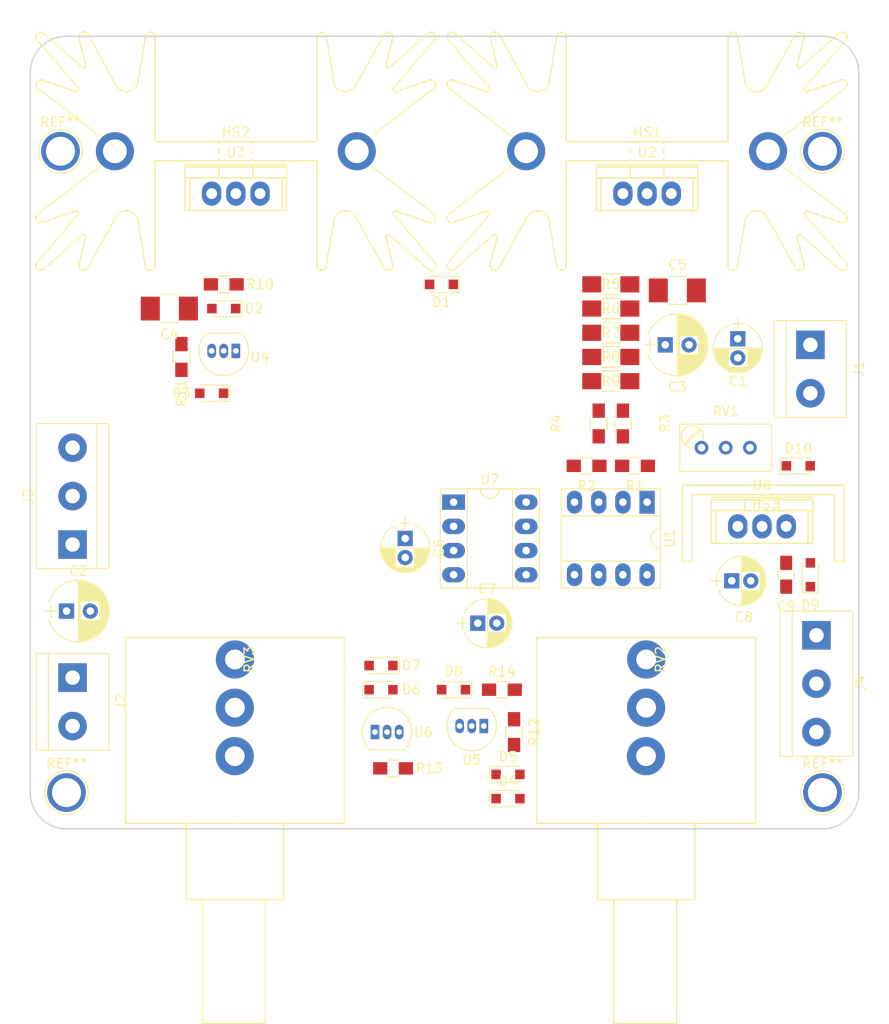
<source format=kicad_pcb>
(kicad_pcb (version 4) (host pcbnew 4.0.5)

  (general
    (links 90)
    (no_connects 90)
    (area 0 0 0 0)
    (thickness 1.6)
    (drawings 10)
    (tracks 0)
    (zones 0)
    (modules 55)
    (nets 27)
  )

  (page A4)
  (layers
    (0 F.Cu signal)
    (31 B.Cu signal)
    (32 B.Adhes user)
    (33 F.Adhes user)
    (34 B.Paste user)
    (35 F.Paste user)
    (36 B.SilkS user)
    (37 F.SilkS user)
    (38 B.Mask user)
    (39 F.Mask user)
    (40 Dwgs.User user)
    (41 Cmts.User user)
    (42 Eco1.User user)
    (43 Eco2.User user)
    (44 Edge.Cuts user)
    (45 Margin user)
    (46 B.CrtYd user)
    (47 F.CrtYd user)
    (48 B.Fab user)
    (49 F.Fab user)
  )

  (setup
    (last_trace_width 0.25)
    (trace_clearance 0.2)
    (zone_clearance 0.508)
    (zone_45_only no)
    (trace_min 0.2)
    (segment_width 0.2)
    (edge_width 0.15)
    (via_size 0.6)
    (via_drill 0.4)
    (via_min_size 0.4)
    (via_min_drill 0.3)
    (uvia_size 0.3)
    (uvia_drill 0.1)
    (uvias_allowed no)
    (uvia_min_size 0.2)
    (uvia_min_drill 0.1)
    (pcb_text_width 0.3)
    (pcb_text_size 1.5 1.5)
    (mod_edge_width 0.15)
    (mod_text_size 1 1)
    (mod_text_width 0.15)
    (pad_size 1.524 1.524)
    (pad_drill 0.762)
    (pad_to_mask_clearance 0.2)
    (aux_axis_origin 0 0)
    (visible_elements FFFEFF7F)
    (pcbplotparams
      (layerselection 0x00030_80000001)
      (usegerberextensions false)
      (excludeedgelayer true)
      (linewidth 0.100000)
      (plotframeref false)
      (viasonmask false)
      (mode 1)
      (useauxorigin false)
      (hpglpennumber 1)
      (hpglpenspeed 20)
      (hpglpendiameter 15)
      (hpglpenoverlay 2)
      (psnegative false)
      (psa4output false)
      (plotreference true)
      (plotvalue true)
      (plotinvisibletext false)
      (padsonsilk false)
      (subtractmaskfromsilk false)
      (outputformat 1)
      (mirror false)
      (drillshape 1)
      (scaleselection 1)
      (outputdirectory ""))
  )

  (net 0 "")
  (net 1 +16V)
  (net 2 GND)
  (net 3 VoltageMeter)
  (net 4 "Net-(C3-Pad1)")
  (net 5 "Net-(C4-Pad1)")
  (net 6 "Net-(C5-Pad1)")
  (net 7 "Net-(C6-Pad1)")
  (net 8 "Net-(C6-Pad2)")
  (net 9 -12V)
  (net 10 +12V)
  (net 11 "Net-(D4-Pad1)")
  (net 12 "Net-(D4-Pad2)")
  (net 13 "Net-(D5-Pad1)")
  (net 14 "Net-(D6-Pad1)")
  (net 15 "Net-(D6-Pad2)")
  (net 16 "Net-(D8-Pad2)")
  (net 17 CurrentMeter)
  (net 18 "Net-(R1-Pad2)")
  (net 19 "Net-(R2-Pad1)")
  (net 20 "Net-(R3-Pad2)")
  (net 21 "Net-(R11-Pad1)")
  (net 22 "Net-(R12-Pad1)")
  (net 23 "Net-(R13-Pad1)")
  (net 24 "Net-(U7-Pad1)")
  (net 25 "Net-(U7-Pad6)")
  (net 26 "Net-(U7-Pad7)")

  (net_class Default "This is the default net class."
    (clearance 0.2)
    (trace_width 0.25)
    (via_dia 0.6)
    (via_drill 0.4)
    (uvia_dia 0.3)
    (uvia_drill 0.1)
    (add_net +12V)
    (add_net +16V)
    (add_net -12V)
    (add_net CurrentMeter)
    (add_net GND)
    (add_net "Net-(C3-Pad1)")
    (add_net "Net-(C4-Pad1)")
    (add_net "Net-(C5-Pad1)")
    (add_net "Net-(C6-Pad1)")
    (add_net "Net-(C6-Pad2)")
    (add_net "Net-(D4-Pad1)")
    (add_net "Net-(D4-Pad2)")
    (add_net "Net-(D5-Pad1)")
    (add_net "Net-(D6-Pad1)")
    (add_net "Net-(D6-Pad2)")
    (add_net "Net-(D8-Pad2)")
    (add_net "Net-(R1-Pad2)")
    (add_net "Net-(R11-Pad1)")
    (add_net "Net-(R12-Pad1)")
    (add_net "Net-(R13-Pad1)")
    (add_net "Net-(R2-Pad1)")
    (add_net "Net-(R3-Pad2)")
    (add_net "Net-(U7-Pad1)")
    (add_net "Net-(U7-Pad6)")
    (add_net "Net-(U7-Pad7)")
    (add_net VoltageMeter)
  )

  (module Connectors:1pin (layer F.Cu) (tedit 5861332C) (tstamp 58A57E7A)
    (at 131.445 71.12)
    (descr "module 1 pin (ou trou mecanique de percage)")
    (tags DEV)
    (fp_text reference REF** (at 0 -3.048) (layer F.SilkS)
      (effects (font (size 1 1) (thickness 0.15)))
    )
    (fp_text value 1pin (at 0 3) (layer F.Fab)
      (effects (font (size 1 1) (thickness 0.15)))
    )
    (fp_circle (center 0 0) (end 2 0.8) (layer F.Fab) (width 0.1))
    (fp_circle (center 0 0) (end 2.6 0) (layer F.CrtYd) (width 0.05))
    (fp_circle (center 0 0) (end 0 -2.286) (layer F.SilkS) (width 0.12))
    (pad 1 thru_hole circle (at 0 0) (size 4.064 4.064) (drill 3.048) (layers *.Cu *.Mask))
  )

  (module Connectors:1pin (layer F.Cu) (tedit 5861332C) (tstamp 58A57E5E)
    (at 132.08 138.43)
    (descr "module 1 pin (ou trou mecanique de percage)")
    (tags DEV)
    (fp_text reference REF** (at 0 -3.048) (layer F.SilkS)
      (effects (font (size 1 1) (thickness 0.15)))
    )
    (fp_text value 1pin (at 0 3) (layer F.Fab)
      (effects (font (size 1 1) (thickness 0.15)))
    )
    (fp_circle (center 0 0) (end 2 0.8) (layer F.Fab) (width 0.1))
    (fp_circle (center 0 0) (end 2.6 0) (layer F.CrtYd) (width 0.05))
    (fp_circle (center 0 0) (end 0 -2.286) (layer F.SilkS) (width 0.12))
    (pad 1 thru_hole circle (at 0 0) (size 4.064 4.064) (drill 3.048) (layers *.Cu *.Mask))
  )

  (module Capacitors_THT:CP_Radial_D5.0mm_P2.00mm (layer F.Cu) (tedit 58A493B3) (tstamp 58A19410)
    (at 202.565 90.805 270)
    (descr "CP, Radial series, Radial, pin pitch=2.00mm, , diameter=5mm, Electrolytic Capacitor")
    (tags "CP Radial series Radial pin pitch 2.00mm  diameter 5mm Electrolytic Capacitor")
    (path /5895DF16)
    (fp_text reference C1 (at 4.445 0 360) (layer F.SilkS)
      (effects (font (size 1 1) (thickness 0.15)))
    )
    (fp_text value 10u (at 1 3.56 270) (layer F.Fab)
      (effects (font (size 1 1) (thickness 0.15)))
    )
    (fp_arc (start 1 0) (end -1.397436 -0.98) (angle 135.5) (layer F.SilkS) (width 0.12))
    (fp_arc (start 1 0) (end -1.397436 0.98) (angle -135.5) (layer F.SilkS) (width 0.12))
    (fp_arc (start 1 0) (end 3.397436 -0.98) (angle 44.5) (layer F.SilkS) (width 0.12))
    (fp_circle (center 1 0) (end 3.5 0) (layer F.Fab) (width 0.1))
    (fp_line (start -2.2 0) (end -1 0) (layer F.Fab) (width 0.1))
    (fp_line (start -1.6 -0.65) (end -1.6 0.65) (layer F.Fab) (width 0.1))
    (fp_line (start 1 -2.55) (end 1 2.55) (layer F.SilkS) (width 0.12))
    (fp_line (start 1.04 -2.55) (end 1.04 -0.98) (layer F.SilkS) (width 0.12))
    (fp_line (start 1.04 0.98) (end 1.04 2.55) (layer F.SilkS) (width 0.12))
    (fp_line (start 1.08 -2.549) (end 1.08 -0.98) (layer F.SilkS) (width 0.12))
    (fp_line (start 1.08 0.98) (end 1.08 2.549) (layer F.SilkS) (width 0.12))
    (fp_line (start 1.12 -2.548) (end 1.12 -0.98) (layer F.SilkS) (width 0.12))
    (fp_line (start 1.12 0.98) (end 1.12 2.548) (layer F.SilkS) (width 0.12))
    (fp_line (start 1.16 -2.546) (end 1.16 -0.98) (layer F.SilkS) (width 0.12))
    (fp_line (start 1.16 0.98) (end 1.16 2.546) (layer F.SilkS) (width 0.12))
    (fp_line (start 1.2 -2.543) (end 1.2 -0.98) (layer F.SilkS) (width 0.12))
    (fp_line (start 1.2 0.98) (end 1.2 2.543) (layer F.SilkS) (width 0.12))
    (fp_line (start 1.24 -2.539) (end 1.24 -0.98) (layer F.SilkS) (width 0.12))
    (fp_line (start 1.24 0.98) (end 1.24 2.539) (layer F.SilkS) (width 0.12))
    (fp_line (start 1.28 -2.535) (end 1.28 -0.98) (layer F.SilkS) (width 0.12))
    (fp_line (start 1.28 0.98) (end 1.28 2.535) (layer F.SilkS) (width 0.12))
    (fp_line (start 1.32 -2.531) (end 1.32 -0.98) (layer F.SilkS) (width 0.12))
    (fp_line (start 1.32 0.98) (end 1.32 2.531) (layer F.SilkS) (width 0.12))
    (fp_line (start 1.36 -2.525) (end 1.36 -0.98) (layer F.SilkS) (width 0.12))
    (fp_line (start 1.36 0.98) (end 1.36 2.525) (layer F.SilkS) (width 0.12))
    (fp_line (start 1.4 -2.519) (end 1.4 -0.98) (layer F.SilkS) (width 0.12))
    (fp_line (start 1.4 0.98) (end 1.4 2.519) (layer F.SilkS) (width 0.12))
    (fp_line (start 1.44 -2.513) (end 1.44 -0.98) (layer F.SilkS) (width 0.12))
    (fp_line (start 1.44 0.98) (end 1.44 2.513) (layer F.SilkS) (width 0.12))
    (fp_line (start 1.48 -2.506) (end 1.48 -0.98) (layer F.SilkS) (width 0.12))
    (fp_line (start 1.48 0.98) (end 1.48 2.506) (layer F.SilkS) (width 0.12))
    (fp_line (start 1.52 -2.498) (end 1.52 -0.98) (layer F.SilkS) (width 0.12))
    (fp_line (start 1.52 0.98) (end 1.52 2.498) (layer F.SilkS) (width 0.12))
    (fp_line (start 1.56 -2.489) (end 1.56 -0.98) (layer F.SilkS) (width 0.12))
    (fp_line (start 1.56 0.98) (end 1.56 2.489) (layer F.SilkS) (width 0.12))
    (fp_line (start 1.6 -2.48) (end 1.6 -0.98) (layer F.SilkS) (width 0.12))
    (fp_line (start 1.6 0.98) (end 1.6 2.48) (layer F.SilkS) (width 0.12))
    (fp_line (start 1.64 -2.47) (end 1.64 -0.98) (layer F.SilkS) (width 0.12))
    (fp_line (start 1.64 0.98) (end 1.64 2.47) (layer F.SilkS) (width 0.12))
    (fp_line (start 1.68 -2.46) (end 1.68 -0.98) (layer F.SilkS) (width 0.12))
    (fp_line (start 1.68 0.98) (end 1.68 2.46) (layer F.SilkS) (width 0.12))
    (fp_line (start 1.721 -2.448) (end 1.721 -0.98) (layer F.SilkS) (width 0.12))
    (fp_line (start 1.721 0.98) (end 1.721 2.448) (layer F.SilkS) (width 0.12))
    (fp_line (start 1.761 -2.436) (end 1.761 -0.98) (layer F.SilkS) (width 0.12))
    (fp_line (start 1.761 0.98) (end 1.761 2.436) (layer F.SilkS) (width 0.12))
    (fp_line (start 1.801 -2.424) (end 1.801 -0.98) (layer F.SilkS) (width 0.12))
    (fp_line (start 1.801 0.98) (end 1.801 2.424) (layer F.SilkS) (width 0.12))
    (fp_line (start 1.841 -2.41) (end 1.841 -0.98) (layer F.SilkS) (width 0.12))
    (fp_line (start 1.841 0.98) (end 1.841 2.41) (layer F.SilkS) (width 0.12))
    (fp_line (start 1.881 -2.396) (end 1.881 -0.98) (layer F.SilkS) (width 0.12))
    (fp_line (start 1.881 0.98) (end 1.881 2.396) (layer F.SilkS) (width 0.12))
    (fp_line (start 1.921 -2.382) (end 1.921 -0.98) (layer F.SilkS) (width 0.12))
    (fp_line (start 1.921 0.98) (end 1.921 2.382) (layer F.SilkS) (width 0.12))
    (fp_line (start 1.961 -2.366) (end 1.961 -0.98) (layer F.SilkS) (width 0.12))
    (fp_line (start 1.961 0.98) (end 1.961 2.366) (layer F.SilkS) (width 0.12))
    (fp_line (start 2.001 -2.35) (end 2.001 -0.98) (layer F.SilkS) (width 0.12))
    (fp_line (start 2.001 0.98) (end 2.001 2.35) (layer F.SilkS) (width 0.12))
    (fp_line (start 2.041 -2.333) (end 2.041 -0.98) (layer F.SilkS) (width 0.12))
    (fp_line (start 2.041 0.98) (end 2.041 2.333) (layer F.SilkS) (width 0.12))
    (fp_line (start 2.081 -2.315) (end 2.081 -0.98) (layer F.SilkS) (width 0.12))
    (fp_line (start 2.081 0.98) (end 2.081 2.315) (layer F.SilkS) (width 0.12))
    (fp_line (start 2.121 -2.296) (end 2.121 -0.98) (layer F.SilkS) (width 0.12))
    (fp_line (start 2.121 0.98) (end 2.121 2.296) (layer F.SilkS) (width 0.12))
    (fp_line (start 2.161 -2.276) (end 2.161 -0.98) (layer F.SilkS) (width 0.12))
    (fp_line (start 2.161 0.98) (end 2.161 2.276) (layer F.SilkS) (width 0.12))
    (fp_line (start 2.201 -2.256) (end 2.201 -0.98) (layer F.SilkS) (width 0.12))
    (fp_line (start 2.201 0.98) (end 2.201 2.256) (layer F.SilkS) (width 0.12))
    (fp_line (start 2.241 -2.234) (end 2.241 -0.98) (layer F.SilkS) (width 0.12))
    (fp_line (start 2.241 0.98) (end 2.241 2.234) (layer F.SilkS) (width 0.12))
    (fp_line (start 2.281 -2.212) (end 2.281 -0.98) (layer F.SilkS) (width 0.12))
    (fp_line (start 2.281 0.98) (end 2.281 2.212) (layer F.SilkS) (width 0.12))
    (fp_line (start 2.321 -2.189) (end 2.321 -0.98) (layer F.SilkS) (width 0.12))
    (fp_line (start 2.321 0.98) (end 2.321 2.189) (layer F.SilkS) (width 0.12))
    (fp_line (start 2.361 -2.165) (end 2.361 -0.98) (layer F.SilkS) (width 0.12))
    (fp_line (start 2.361 0.98) (end 2.361 2.165) (layer F.SilkS) (width 0.12))
    (fp_line (start 2.401 -2.14) (end 2.401 -0.98) (layer F.SilkS) (width 0.12))
    (fp_line (start 2.401 0.98) (end 2.401 2.14) (layer F.SilkS) (width 0.12))
    (fp_line (start 2.441 -2.113) (end 2.441 -0.98) (layer F.SilkS) (width 0.12))
    (fp_line (start 2.441 0.98) (end 2.441 2.113) (layer F.SilkS) (width 0.12))
    (fp_line (start 2.481 -2.086) (end 2.481 -0.98) (layer F.SilkS) (width 0.12))
    (fp_line (start 2.481 0.98) (end 2.481 2.086) (layer F.SilkS) (width 0.12))
    (fp_line (start 2.521 -2.058) (end 2.521 -0.98) (layer F.SilkS) (width 0.12))
    (fp_line (start 2.521 0.98) (end 2.521 2.058) (layer F.SilkS) (width 0.12))
    (fp_line (start 2.561 -2.028) (end 2.561 -0.98) (layer F.SilkS) (width 0.12))
    (fp_line (start 2.561 0.98) (end 2.561 2.028) (layer F.SilkS) (width 0.12))
    (fp_line (start 2.601 -1.997) (end 2.601 -0.98) (layer F.SilkS) (width 0.12))
    (fp_line (start 2.601 0.98) (end 2.601 1.997) (layer F.SilkS) (width 0.12))
    (fp_line (start 2.641 -1.965) (end 2.641 -0.98) (layer F.SilkS) (width 0.12))
    (fp_line (start 2.641 0.98) (end 2.641 1.965) (layer F.SilkS) (width 0.12))
    (fp_line (start 2.681 -1.932) (end 2.681 -0.98) (layer F.SilkS) (width 0.12))
    (fp_line (start 2.681 0.98) (end 2.681 1.932) (layer F.SilkS) (width 0.12))
    (fp_line (start 2.721 -1.897) (end 2.721 -0.98) (layer F.SilkS) (width 0.12))
    (fp_line (start 2.721 0.98) (end 2.721 1.897) (layer F.SilkS) (width 0.12))
    (fp_line (start 2.761 -1.861) (end 2.761 -0.98) (layer F.SilkS) (width 0.12))
    (fp_line (start 2.761 0.98) (end 2.761 1.861) (layer F.SilkS) (width 0.12))
    (fp_line (start 2.801 -1.823) (end 2.801 -0.98) (layer F.SilkS) (width 0.12))
    (fp_line (start 2.801 0.98) (end 2.801 1.823) (layer F.SilkS) (width 0.12))
    (fp_line (start 2.841 -1.783) (end 2.841 -0.98) (layer F.SilkS) (width 0.12))
    (fp_line (start 2.841 0.98) (end 2.841 1.783) (layer F.SilkS) (width 0.12))
    (fp_line (start 2.881 -1.742) (end 2.881 -0.98) (layer F.SilkS) (width 0.12))
    (fp_line (start 2.881 0.98) (end 2.881 1.742) (layer F.SilkS) (width 0.12))
    (fp_line (start 2.921 -1.699) (end 2.921 -0.98) (layer F.SilkS) (width 0.12))
    (fp_line (start 2.921 0.98) (end 2.921 1.699) (layer F.SilkS) (width 0.12))
    (fp_line (start 2.961 -1.654) (end 2.961 -0.98) (layer F.SilkS) (width 0.12))
    (fp_line (start 2.961 0.98) (end 2.961 1.654) (layer F.SilkS) (width 0.12))
    (fp_line (start 3.001 -1.606) (end 3.001 1.606) (layer F.SilkS) (width 0.12))
    (fp_line (start 3.041 -1.556) (end 3.041 1.556) (layer F.SilkS) (width 0.12))
    (fp_line (start 3.081 -1.504) (end 3.081 1.504) (layer F.SilkS) (width 0.12))
    (fp_line (start 3.121 -1.448) (end 3.121 1.448) (layer F.SilkS) (width 0.12))
    (fp_line (start 3.161 -1.39) (end 3.161 1.39) (layer F.SilkS) (width 0.12))
    (fp_line (start 3.201 -1.327) (end 3.201 1.327) (layer F.SilkS) (width 0.12))
    (fp_line (start 3.241 -1.261) (end 3.241 1.261) (layer F.SilkS) (width 0.12))
    (fp_line (start 3.281 -1.189) (end 3.281 1.189) (layer F.SilkS) (width 0.12))
    (fp_line (start 3.321 -1.112) (end 3.321 1.112) (layer F.SilkS) (width 0.12))
    (fp_line (start 3.361 -1.028) (end 3.361 1.028) (layer F.SilkS) (width 0.12))
    (fp_line (start 3.401 -0.934) (end 3.401 0.934) (layer F.SilkS) (width 0.12))
    (fp_line (start 3.441 -0.829) (end 3.441 0.829) (layer F.SilkS) (width 0.12))
    (fp_line (start 3.481 -0.707) (end 3.481 0.707) (layer F.SilkS) (width 0.12))
    (fp_line (start 3.521 -0.559) (end 3.521 0.559) (layer F.SilkS) (width 0.12))
    (fp_line (start 3.561 -0.354) (end 3.561 0.354) (layer F.SilkS) (width 0.12))
    (fp_line (start -2.2 0) (end -1 0) (layer F.SilkS) (width 0.12))
    (fp_line (start -1.6 -0.65) (end -1.6 0.65) (layer F.SilkS) (width 0.12))
    (fp_line (start -1.85 -2.85) (end -1.85 2.85) (layer F.CrtYd) (width 0.05))
    (fp_line (start -1.85 2.85) (end 3.85 2.85) (layer F.CrtYd) (width 0.05))
    (fp_line (start 3.85 2.85) (end 3.85 -2.85) (layer F.CrtYd) (width 0.05))
    (fp_line (start 3.85 -2.85) (end -1.85 -2.85) (layer F.CrtYd) (width 0.05))
    (pad 1 thru_hole rect (at 0 0 270) (size 1.6 1.6) (drill 0.8) (layers *.Cu *.Mask)
      (net 1 +16V))
    (pad 2 thru_hole circle (at 2 0 270) (size 1.6 1.6) (drill 0.8) (layers *.Cu *.Mask)
      (net 2 GND))
    (model Capacitors_ThroughHole.3dshapes/CP_Radial_D5.0mm_P2.00mm.wrl
      (at (xyz 0 0 0))
      (scale (xyz 0.393701 0.393701 0.393701))
      (rotate (xyz 0 0 0))
    )
  )

  (module Capacitors_THT:CP_Radial_D6.3mm_P2.50mm (layer F.Cu) (tedit 58765D06) (tstamp 58A194A4)
    (at 132.08 119.38)
    (descr "CP, Radial series, Radial, pin pitch=2.50mm, , diameter=6.3mm, Electrolytic Capacitor")
    (tags "CP Radial series Radial pin pitch 2.50mm  diameter 6.3mm Electrolytic Capacitor")
    (path /5895E09F)
    (fp_text reference C2 (at 1.25 -4.21) (layer F.SilkS)
      (effects (font (size 1 1) (thickness 0.15)))
    )
    (fp_text value "47uF electro" (at 1.25 4.21) (layer F.Fab)
      (effects (font (size 1 1) (thickness 0.15)))
    )
    (fp_arc (start 1.25 0) (end -1.838236 -0.98) (angle 144.8) (layer F.SilkS) (width 0.12))
    (fp_arc (start 1.25 0) (end -1.838236 0.98) (angle -144.8) (layer F.SilkS) (width 0.12))
    (fp_arc (start 1.25 0) (end 4.338236 -0.98) (angle 35.2) (layer F.SilkS) (width 0.12))
    (fp_circle (center 1.25 0) (end 4.4 0) (layer F.Fab) (width 0.1))
    (fp_line (start -2.2 0) (end -1 0) (layer F.Fab) (width 0.1))
    (fp_line (start -1.6 -0.65) (end -1.6 0.65) (layer F.Fab) (width 0.1))
    (fp_line (start 1.25 -3.2) (end 1.25 3.2) (layer F.SilkS) (width 0.12))
    (fp_line (start 1.29 -3.2) (end 1.29 3.2) (layer F.SilkS) (width 0.12))
    (fp_line (start 1.33 -3.2) (end 1.33 3.2) (layer F.SilkS) (width 0.12))
    (fp_line (start 1.37 -3.198) (end 1.37 3.198) (layer F.SilkS) (width 0.12))
    (fp_line (start 1.41 -3.197) (end 1.41 3.197) (layer F.SilkS) (width 0.12))
    (fp_line (start 1.45 -3.194) (end 1.45 3.194) (layer F.SilkS) (width 0.12))
    (fp_line (start 1.49 -3.192) (end 1.49 3.192) (layer F.SilkS) (width 0.12))
    (fp_line (start 1.53 -3.188) (end 1.53 -0.98) (layer F.SilkS) (width 0.12))
    (fp_line (start 1.53 0.98) (end 1.53 3.188) (layer F.SilkS) (width 0.12))
    (fp_line (start 1.57 -3.185) (end 1.57 -0.98) (layer F.SilkS) (width 0.12))
    (fp_line (start 1.57 0.98) (end 1.57 3.185) (layer F.SilkS) (width 0.12))
    (fp_line (start 1.61 -3.18) (end 1.61 -0.98) (layer F.SilkS) (width 0.12))
    (fp_line (start 1.61 0.98) (end 1.61 3.18) (layer F.SilkS) (width 0.12))
    (fp_line (start 1.65 -3.176) (end 1.65 -0.98) (layer F.SilkS) (width 0.12))
    (fp_line (start 1.65 0.98) (end 1.65 3.176) (layer F.SilkS) (width 0.12))
    (fp_line (start 1.69 -3.17) (end 1.69 -0.98) (layer F.SilkS) (width 0.12))
    (fp_line (start 1.69 0.98) (end 1.69 3.17) (layer F.SilkS) (width 0.12))
    (fp_line (start 1.73 -3.165) (end 1.73 -0.98) (layer F.SilkS) (width 0.12))
    (fp_line (start 1.73 0.98) (end 1.73 3.165) (layer F.SilkS) (width 0.12))
    (fp_line (start 1.77 -3.158) (end 1.77 -0.98) (layer F.SilkS) (width 0.12))
    (fp_line (start 1.77 0.98) (end 1.77 3.158) (layer F.SilkS) (width 0.12))
    (fp_line (start 1.81 -3.152) (end 1.81 -0.98) (layer F.SilkS) (width 0.12))
    (fp_line (start 1.81 0.98) (end 1.81 3.152) (layer F.SilkS) (width 0.12))
    (fp_line (start 1.85 -3.144) (end 1.85 -0.98) (layer F.SilkS) (width 0.12))
    (fp_line (start 1.85 0.98) (end 1.85 3.144) (layer F.SilkS) (width 0.12))
    (fp_line (start 1.89 -3.137) (end 1.89 -0.98) (layer F.SilkS) (width 0.12))
    (fp_line (start 1.89 0.98) (end 1.89 3.137) (layer F.SilkS) (width 0.12))
    (fp_line (start 1.93 -3.128) (end 1.93 -0.98) (layer F.SilkS) (width 0.12))
    (fp_line (start 1.93 0.98) (end 1.93 3.128) (layer F.SilkS) (width 0.12))
    (fp_line (start 1.971 -3.119) (end 1.971 -0.98) (layer F.SilkS) (width 0.12))
    (fp_line (start 1.971 0.98) (end 1.971 3.119) (layer F.SilkS) (width 0.12))
    (fp_line (start 2.011 -3.11) (end 2.011 -0.98) (layer F.SilkS) (width 0.12))
    (fp_line (start 2.011 0.98) (end 2.011 3.11) (layer F.SilkS) (width 0.12))
    (fp_line (start 2.051 -3.1) (end 2.051 -0.98) (layer F.SilkS) (width 0.12))
    (fp_line (start 2.051 0.98) (end 2.051 3.1) (layer F.SilkS) (width 0.12))
    (fp_line (start 2.091 -3.09) (end 2.091 -0.98) (layer F.SilkS) (width 0.12))
    (fp_line (start 2.091 0.98) (end 2.091 3.09) (layer F.SilkS) (width 0.12))
    (fp_line (start 2.131 -3.079) (end 2.131 -0.98) (layer F.SilkS) (width 0.12))
    (fp_line (start 2.131 0.98) (end 2.131 3.079) (layer F.SilkS) (width 0.12))
    (fp_line (start 2.171 -3.067) (end 2.171 -0.98) (layer F.SilkS) (width 0.12))
    (fp_line (start 2.171 0.98) (end 2.171 3.067) (layer F.SilkS) (width 0.12))
    (fp_line (start 2.211 -3.055) (end 2.211 -0.98) (layer F.SilkS) (width 0.12))
    (fp_line (start 2.211 0.98) (end 2.211 3.055) (layer F.SilkS) (width 0.12))
    (fp_line (start 2.251 -3.042) (end 2.251 -0.98) (layer F.SilkS) (width 0.12))
    (fp_line (start 2.251 0.98) (end 2.251 3.042) (layer F.SilkS) (width 0.12))
    (fp_line (start 2.291 -3.029) (end 2.291 -0.98) (layer F.SilkS) (width 0.12))
    (fp_line (start 2.291 0.98) (end 2.291 3.029) (layer F.SilkS) (width 0.12))
    (fp_line (start 2.331 -3.015) (end 2.331 -0.98) (layer F.SilkS) (width 0.12))
    (fp_line (start 2.331 0.98) (end 2.331 3.015) (layer F.SilkS) (width 0.12))
    (fp_line (start 2.371 -3.001) (end 2.371 -0.98) (layer F.SilkS) (width 0.12))
    (fp_line (start 2.371 0.98) (end 2.371 3.001) (layer F.SilkS) (width 0.12))
    (fp_line (start 2.411 -2.986) (end 2.411 -0.98) (layer F.SilkS) (width 0.12))
    (fp_line (start 2.411 0.98) (end 2.411 2.986) (layer F.SilkS) (width 0.12))
    (fp_line (start 2.451 -2.97) (end 2.451 -0.98) (layer F.SilkS) (width 0.12))
    (fp_line (start 2.451 0.98) (end 2.451 2.97) (layer F.SilkS) (width 0.12))
    (fp_line (start 2.491 -2.954) (end 2.491 -0.98) (layer F.SilkS) (width 0.12))
    (fp_line (start 2.491 0.98) (end 2.491 2.954) (layer F.SilkS) (width 0.12))
    (fp_line (start 2.531 -2.937) (end 2.531 -0.98) (layer F.SilkS) (width 0.12))
    (fp_line (start 2.531 0.98) (end 2.531 2.937) (layer F.SilkS) (width 0.12))
    (fp_line (start 2.571 -2.919) (end 2.571 -0.98) (layer F.SilkS) (width 0.12))
    (fp_line (start 2.571 0.98) (end 2.571 2.919) (layer F.SilkS) (width 0.12))
    (fp_line (start 2.611 -2.901) (end 2.611 -0.98) (layer F.SilkS) (width 0.12))
    (fp_line (start 2.611 0.98) (end 2.611 2.901) (layer F.SilkS) (width 0.12))
    (fp_line (start 2.651 -2.882) (end 2.651 -0.98) (layer F.SilkS) (width 0.12))
    (fp_line (start 2.651 0.98) (end 2.651 2.882) (layer F.SilkS) (width 0.12))
    (fp_line (start 2.691 -2.863) (end 2.691 -0.98) (layer F.SilkS) (width 0.12))
    (fp_line (start 2.691 0.98) (end 2.691 2.863) (layer F.SilkS) (width 0.12))
    (fp_line (start 2.731 -2.843) (end 2.731 -0.98) (layer F.SilkS) (width 0.12))
    (fp_line (start 2.731 0.98) (end 2.731 2.843) (layer F.SilkS) (width 0.12))
    (fp_line (start 2.771 -2.822) (end 2.771 -0.98) (layer F.SilkS) (width 0.12))
    (fp_line (start 2.771 0.98) (end 2.771 2.822) (layer F.SilkS) (width 0.12))
    (fp_line (start 2.811 -2.8) (end 2.811 -0.98) (layer F.SilkS) (width 0.12))
    (fp_line (start 2.811 0.98) (end 2.811 2.8) (layer F.SilkS) (width 0.12))
    (fp_line (start 2.851 -2.778) (end 2.851 -0.98) (layer F.SilkS) (width 0.12))
    (fp_line (start 2.851 0.98) (end 2.851 2.778) (layer F.SilkS) (width 0.12))
    (fp_line (start 2.891 -2.755) (end 2.891 -0.98) (layer F.SilkS) (width 0.12))
    (fp_line (start 2.891 0.98) (end 2.891 2.755) (layer F.SilkS) (width 0.12))
    (fp_line (start 2.931 -2.731) (end 2.931 -0.98) (layer F.SilkS) (width 0.12))
    (fp_line (start 2.931 0.98) (end 2.931 2.731) (layer F.SilkS) (width 0.12))
    (fp_line (start 2.971 -2.706) (end 2.971 -0.98) (layer F.SilkS) (width 0.12))
    (fp_line (start 2.971 0.98) (end 2.971 2.706) (layer F.SilkS) (width 0.12))
    (fp_line (start 3.011 -2.681) (end 3.011 -0.98) (layer F.SilkS) (width 0.12))
    (fp_line (start 3.011 0.98) (end 3.011 2.681) (layer F.SilkS) (width 0.12))
    (fp_line (start 3.051 -2.654) (end 3.051 -0.98) (layer F.SilkS) (width 0.12))
    (fp_line (start 3.051 0.98) (end 3.051 2.654) (layer F.SilkS) (width 0.12))
    (fp_line (start 3.091 -2.627) (end 3.091 -0.98) (layer F.SilkS) (width 0.12))
    (fp_line (start 3.091 0.98) (end 3.091 2.627) (layer F.SilkS) (width 0.12))
    (fp_line (start 3.131 -2.599) (end 3.131 -0.98) (layer F.SilkS) (width 0.12))
    (fp_line (start 3.131 0.98) (end 3.131 2.599) (layer F.SilkS) (width 0.12))
    (fp_line (start 3.171 -2.57) (end 3.171 -0.98) (layer F.SilkS) (width 0.12))
    (fp_line (start 3.171 0.98) (end 3.171 2.57) (layer F.SilkS) (width 0.12))
    (fp_line (start 3.211 -2.54) (end 3.211 -0.98) (layer F.SilkS) (width 0.12))
    (fp_line (start 3.211 0.98) (end 3.211 2.54) (layer F.SilkS) (width 0.12))
    (fp_line (start 3.251 -2.51) (end 3.251 -0.98) (layer F.SilkS) (width 0.12))
    (fp_line (start 3.251 0.98) (end 3.251 2.51) (layer F.SilkS) (width 0.12))
    (fp_line (start 3.291 -2.478) (end 3.291 -0.98) (layer F.SilkS) (width 0.12))
    (fp_line (start 3.291 0.98) (end 3.291 2.478) (layer F.SilkS) (width 0.12))
    (fp_line (start 3.331 -2.445) (end 3.331 -0.98) (layer F.SilkS) (width 0.12))
    (fp_line (start 3.331 0.98) (end 3.331 2.445) (layer F.SilkS) (width 0.12))
    (fp_line (start 3.371 -2.411) (end 3.371 -0.98) (layer F.SilkS) (width 0.12))
    (fp_line (start 3.371 0.98) (end 3.371 2.411) (layer F.SilkS) (width 0.12))
    (fp_line (start 3.411 -2.375) (end 3.411 -0.98) (layer F.SilkS) (width 0.12))
    (fp_line (start 3.411 0.98) (end 3.411 2.375) (layer F.SilkS) (width 0.12))
    (fp_line (start 3.451 -2.339) (end 3.451 -0.98) (layer F.SilkS) (width 0.12))
    (fp_line (start 3.451 0.98) (end 3.451 2.339) (layer F.SilkS) (width 0.12))
    (fp_line (start 3.491 -2.301) (end 3.491 2.301) (layer F.SilkS) (width 0.12))
    (fp_line (start 3.531 -2.262) (end 3.531 2.262) (layer F.SilkS) (width 0.12))
    (fp_line (start 3.571 -2.222) (end 3.571 2.222) (layer F.SilkS) (width 0.12))
    (fp_line (start 3.611 -2.18) (end 3.611 2.18) (layer F.SilkS) (width 0.12))
    (fp_line (start 3.651 -2.137) (end 3.651 2.137) (layer F.SilkS) (width 0.12))
    (fp_line (start 3.691 -2.092) (end 3.691 2.092) (layer F.SilkS) (width 0.12))
    (fp_line (start 3.731 -2.045) (end 3.731 2.045) (layer F.SilkS) (width 0.12))
    (fp_line (start 3.771 -1.997) (end 3.771 1.997) (layer F.SilkS) (width 0.12))
    (fp_line (start 3.811 -1.946) (end 3.811 1.946) (layer F.SilkS) (width 0.12))
    (fp_line (start 3.851 -1.894) (end 3.851 1.894) (layer F.SilkS) (width 0.12))
    (fp_line (start 3.891 -1.839) (end 3.891 1.839) (layer F.SilkS) (width 0.12))
    (fp_line (start 3.931 -1.781) (end 3.931 1.781) (layer F.SilkS) (width 0.12))
    (fp_line (start 3.971 -1.721) (end 3.971 1.721) (layer F.SilkS) (width 0.12))
    (fp_line (start 4.011 -1.658) (end 4.011 1.658) (layer F.SilkS) (width 0.12))
    (fp_line (start 4.051 -1.591) (end 4.051 1.591) (layer F.SilkS) (width 0.12))
    (fp_line (start 4.091 -1.52) (end 4.091 1.52) (layer F.SilkS) (width 0.12))
    (fp_line (start 4.131 -1.445) (end 4.131 1.445) (layer F.SilkS) (width 0.12))
    (fp_line (start 4.171 -1.364) (end 4.171 1.364) (layer F.SilkS) (width 0.12))
    (fp_line (start 4.211 -1.278) (end 4.211 1.278) (layer F.SilkS) (width 0.12))
    (fp_line (start 4.251 -1.184) (end 4.251 1.184) (layer F.SilkS) (width 0.12))
    (fp_line (start 4.291 -1.081) (end 4.291 1.081) (layer F.SilkS) (width 0.12))
    (fp_line (start 4.331 -0.966) (end 4.331 0.966) (layer F.SilkS) (width 0.12))
    (fp_line (start 4.371 -0.834) (end 4.371 0.834) (layer F.SilkS) (width 0.12))
    (fp_line (start 4.411 -0.676) (end 4.411 0.676) (layer F.SilkS) (width 0.12))
    (fp_line (start 4.451 -0.468) (end 4.451 0.468) (layer F.SilkS) (width 0.12))
    (fp_line (start -2.2 0) (end -1 0) (layer F.SilkS) (width 0.12))
    (fp_line (start -1.6 -0.65) (end -1.6 0.65) (layer F.SilkS) (width 0.12))
    (fp_line (start -2.25 -3.5) (end -2.25 3.5) (layer F.CrtYd) (width 0.05))
    (fp_line (start -2.25 3.5) (end 4.75 3.5) (layer F.CrtYd) (width 0.05))
    (fp_line (start 4.75 3.5) (end 4.75 -3.5) (layer F.CrtYd) (width 0.05))
    (fp_line (start 4.75 -3.5) (end -2.25 -3.5) (layer F.CrtYd) (width 0.05))
    (pad 1 thru_hole rect (at 0 0) (size 1.6 1.6) (drill 0.8) (layers *.Cu *.Mask)
      (net 3 VoltageMeter))
    (pad 2 thru_hole circle (at 2.5 0) (size 1.6 1.6) (drill 0.8) (layers *.Cu *.Mask)
      (net 2 GND))
    (model Capacitors_ThroughHole.3dshapes/CP_Radial_D6.3mm_P2.50mm.wrl
      (at (xyz 0 0 0))
      (scale (xyz 0.393701 0.393701 0.393701))
      (rotate (xyz 0 0 0))
    )
  )

  (module Capacitors_THT:CP_Radial_D6.3mm_P2.50mm (layer F.Cu) (tedit 58A493AB) (tstamp 58A19538)
    (at 194.945 91.44)
    (descr "CP, Radial series, Radial, pin pitch=2.50mm, , diameter=6.3mm, Electrolytic Capacitor")
    (tags "CP Radial series Radial pin pitch 2.50mm  diameter 6.3mm Electrolytic Capacitor")
    (path /589A448D)
    (fp_text reference C3 (at 1.27 4.445) (layer F.SilkS)
      (effects (font (size 1 1) (thickness 0.15)))
    )
    (fp_text value 47u (at 1.25 4.21) (layer F.Fab)
      (effects (font (size 1 1) (thickness 0.15)))
    )
    (fp_arc (start 1.25 0) (end -1.838236 -0.98) (angle 144.8) (layer F.SilkS) (width 0.12))
    (fp_arc (start 1.25 0) (end -1.838236 0.98) (angle -144.8) (layer F.SilkS) (width 0.12))
    (fp_arc (start 1.25 0) (end 4.338236 -0.98) (angle 35.2) (layer F.SilkS) (width 0.12))
    (fp_circle (center 1.25 0) (end 4.4 0) (layer F.Fab) (width 0.1))
    (fp_line (start -2.2 0) (end -1 0) (layer F.Fab) (width 0.1))
    (fp_line (start -1.6 -0.65) (end -1.6 0.65) (layer F.Fab) (width 0.1))
    (fp_line (start 1.25 -3.2) (end 1.25 3.2) (layer F.SilkS) (width 0.12))
    (fp_line (start 1.29 -3.2) (end 1.29 3.2) (layer F.SilkS) (width 0.12))
    (fp_line (start 1.33 -3.2) (end 1.33 3.2) (layer F.SilkS) (width 0.12))
    (fp_line (start 1.37 -3.198) (end 1.37 3.198) (layer F.SilkS) (width 0.12))
    (fp_line (start 1.41 -3.197) (end 1.41 3.197) (layer F.SilkS) (width 0.12))
    (fp_line (start 1.45 -3.194) (end 1.45 3.194) (layer F.SilkS) (width 0.12))
    (fp_line (start 1.49 -3.192) (end 1.49 3.192) (layer F.SilkS) (width 0.12))
    (fp_line (start 1.53 -3.188) (end 1.53 -0.98) (layer F.SilkS) (width 0.12))
    (fp_line (start 1.53 0.98) (end 1.53 3.188) (layer F.SilkS) (width 0.12))
    (fp_line (start 1.57 -3.185) (end 1.57 -0.98) (layer F.SilkS) (width 0.12))
    (fp_line (start 1.57 0.98) (end 1.57 3.185) (layer F.SilkS) (width 0.12))
    (fp_line (start 1.61 -3.18) (end 1.61 -0.98) (layer F.SilkS) (width 0.12))
    (fp_line (start 1.61 0.98) (end 1.61 3.18) (layer F.SilkS) (width 0.12))
    (fp_line (start 1.65 -3.176) (end 1.65 -0.98) (layer F.SilkS) (width 0.12))
    (fp_line (start 1.65 0.98) (end 1.65 3.176) (layer F.SilkS) (width 0.12))
    (fp_line (start 1.69 -3.17) (end 1.69 -0.98) (layer F.SilkS) (width 0.12))
    (fp_line (start 1.69 0.98) (end 1.69 3.17) (layer F.SilkS) (width 0.12))
    (fp_line (start 1.73 -3.165) (end 1.73 -0.98) (layer F.SilkS) (width 0.12))
    (fp_line (start 1.73 0.98) (end 1.73 3.165) (layer F.SilkS) (width 0.12))
    (fp_line (start 1.77 -3.158) (end 1.77 -0.98) (layer F.SilkS) (width 0.12))
    (fp_line (start 1.77 0.98) (end 1.77 3.158) (layer F.SilkS) (width 0.12))
    (fp_line (start 1.81 -3.152) (end 1.81 -0.98) (layer F.SilkS) (width 0.12))
    (fp_line (start 1.81 0.98) (end 1.81 3.152) (layer F.SilkS) (width 0.12))
    (fp_line (start 1.85 -3.144) (end 1.85 -0.98) (layer F.SilkS) (width 0.12))
    (fp_line (start 1.85 0.98) (end 1.85 3.144) (layer F.SilkS) (width 0.12))
    (fp_line (start 1.89 -3.137) (end 1.89 -0.98) (layer F.SilkS) (width 0.12))
    (fp_line (start 1.89 0.98) (end 1.89 3.137) (layer F.SilkS) (width 0.12))
    (fp_line (start 1.93 -3.128) (end 1.93 -0.98) (layer F.SilkS) (width 0.12))
    (fp_line (start 1.93 0.98) (end 1.93 3.128) (layer F.SilkS) (width 0.12))
    (fp_line (start 1.971 -3.119) (end 1.971 -0.98) (layer F.SilkS) (width 0.12))
    (fp_line (start 1.971 0.98) (end 1.971 3.119) (layer F.SilkS) (width 0.12))
    (fp_line (start 2.011 -3.11) (end 2.011 -0.98) (layer F.SilkS) (width 0.12))
    (fp_line (start 2.011 0.98) (end 2.011 3.11) (layer F.SilkS) (width 0.12))
    (fp_line (start 2.051 -3.1) (end 2.051 -0.98) (layer F.SilkS) (width 0.12))
    (fp_line (start 2.051 0.98) (end 2.051 3.1) (layer F.SilkS) (width 0.12))
    (fp_line (start 2.091 -3.09) (end 2.091 -0.98) (layer F.SilkS) (width 0.12))
    (fp_line (start 2.091 0.98) (end 2.091 3.09) (layer F.SilkS) (width 0.12))
    (fp_line (start 2.131 -3.079) (end 2.131 -0.98) (layer F.SilkS) (width 0.12))
    (fp_line (start 2.131 0.98) (end 2.131 3.079) (layer F.SilkS) (width 0.12))
    (fp_line (start 2.171 -3.067) (end 2.171 -0.98) (layer F.SilkS) (width 0.12))
    (fp_line (start 2.171 0.98) (end 2.171 3.067) (layer F.SilkS) (width 0.12))
    (fp_line (start 2.211 -3.055) (end 2.211 -0.98) (layer F.SilkS) (width 0.12))
    (fp_line (start 2.211 0.98) (end 2.211 3.055) (layer F.SilkS) (width 0.12))
    (fp_line (start 2.251 -3.042) (end 2.251 -0.98) (layer F.SilkS) (width 0.12))
    (fp_line (start 2.251 0.98) (end 2.251 3.042) (layer F.SilkS) (width 0.12))
    (fp_line (start 2.291 -3.029) (end 2.291 -0.98) (layer F.SilkS) (width 0.12))
    (fp_line (start 2.291 0.98) (end 2.291 3.029) (layer F.SilkS) (width 0.12))
    (fp_line (start 2.331 -3.015) (end 2.331 -0.98) (layer F.SilkS) (width 0.12))
    (fp_line (start 2.331 0.98) (end 2.331 3.015) (layer F.SilkS) (width 0.12))
    (fp_line (start 2.371 -3.001) (end 2.371 -0.98) (layer F.SilkS) (width 0.12))
    (fp_line (start 2.371 0.98) (end 2.371 3.001) (layer F.SilkS) (width 0.12))
    (fp_line (start 2.411 -2.986) (end 2.411 -0.98) (layer F.SilkS) (width 0.12))
    (fp_line (start 2.411 0.98) (end 2.411 2.986) (layer F.SilkS) (width 0.12))
    (fp_line (start 2.451 -2.97) (end 2.451 -0.98) (layer F.SilkS) (width 0.12))
    (fp_line (start 2.451 0.98) (end 2.451 2.97) (layer F.SilkS) (width 0.12))
    (fp_line (start 2.491 -2.954) (end 2.491 -0.98) (layer F.SilkS) (width 0.12))
    (fp_line (start 2.491 0.98) (end 2.491 2.954) (layer F.SilkS) (width 0.12))
    (fp_line (start 2.531 -2.937) (end 2.531 -0.98) (layer F.SilkS) (width 0.12))
    (fp_line (start 2.531 0.98) (end 2.531 2.937) (layer F.SilkS) (width 0.12))
    (fp_line (start 2.571 -2.919) (end 2.571 -0.98) (layer F.SilkS) (width 0.12))
    (fp_line (start 2.571 0.98) (end 2.571 2.919) (layer F.SilkS) (width 0.12))
    (fp_line (start 2.611 -2.901) (end 2.611 -0.98) (layer F.SilkS) (width 0.12))
    (fp_line (start 2.611 0.98) (end 2.611 2.901) (layer F.SilkS) (width 0.12))
    (fp_line (start 2.651 -2.882) (end 2.651 -0.98) (layer F.SilkS) (width 0.12))
    (fp_line (start 2.651 0.98) (end 2.651 2.882) (layer F.SilkS) (width 0.12))
    (fp_line (start 2.691 -2.863) (end 2.691 -0.98) (layer F.SilkS) (width 0.12))
    (fp_line (start 2.691 0.98) (end 2.691 2.863) (layer F.SilkS) (width 0.12))
    (fp_line (start 2.731 -2.843) (end 2.731 -0.98) (layer F.SilkS) (width 0.12))
    (fp_line (start 2.731 0.98) (end 2.731 2.843) (layer F.SilkS) (width 0.12))
    (fp_line (start 2.771 -2.822) (end 2.771 -0.98) (layer F.SilkS) (width 0.12))
    (fp_line (start 2.771 0.98) (end 2.771 2.822) (layer F.SilkS) (width 0.12))
    (fp_line (start 2.811 -2.8) (end 2.811 -0.98) (layer F.SilkS) (width 0.12))
    (fp_line (start 2.811 0.98) (end 2.811 2.8) (layer F.SilkS) (width 0.12))
    (fp_line (start 2.851 -2.778) (end 2.851 -0.98) (layer F.SilkS) (width 0.12))
    (fp_line (start 2.851 0.98) (end 2.851 2.778) (layer F.SilkS) (width 0.12))
    (fp_line (start 2.891 -2.755) (end 2.891 -0.98) (layer F.SilkS) (width 0.12))
    (fp_line (start 2.891 0.98) (end 2.891 2.755) (layer F.SilkS) (width 0.12))
    (fp_line (start 2.931 -2.731) (end 2.931 -0.98) (layer F.SilkS) (width 0.12))
    (fp_line (start 2.931 0.98) (end 2.931 2.731) (layer F.SilkS) (width 0.12))
    (fp_line (start 2.971 -2.706) (end 2.971 -0.98) (layer F.SilkS) (width 0.12))
    (fp_line (start 2.971 0.98) (end 2.971 2.706) (layer F.SilkS) (width 0.12))
    (fp_line (start 3.011 -2.681) (end 3.011 -0.98) (layer F.SilkS) (width 0.12))
    (fp_line (start 3.011 0.98) (end 3.011 2.681) (layer F.SilkS) (width 0.12))
    (fp_line (start 3.051 -2.654) (end 3.051 -0.98) (layer F.SilkS) (width 0.12))
    (fp_line (start 3.051 0.98) (end 3.051 2.654) (layer F.SilkS) (width 0.12))
    (fp_line (start 3.091 -2.627) (end 3.091 -0.98) (layer F.SilkS) (width 0.12))
    (fp_line (start 3.091 0.98) (end 3.091 2.627) (layer F.SilkS) (width 0.12))
    (fp_line (start 3.131 -2.599) (end 3.131 -0.98) (layer F.SilkS) (width 0.12))
    (fp_line (start 3.131 0.98) (end 3.131 2.599) (layer F.SilkS) (width 0.12))
    (fp_line (start 3.171 -2.57) (end 3.171 -0.98) (layer F.SilkS) (width 0.12))
    (fp_line (start 3.171 0.98) (end 3.171 2.57) (layer F.SilkS) (width 0.12))
    (fp_line (start 3.211 -2.54) (end 3.211 -0.98) (layer F.SilkS) (width 0.12))
    (fp_line (start 3.211 0.98) (end 3.211 2.54) (layer F.SilkS) (width 0.12))
    (fp_line (start 3.251 -2.51) (end 3.251 -0.98) (layer F.SilkS) (width 0.12))
    (fp_line (start 3.251 0.98) (end 3.251 2.51) (layer F.SilkS) (width 0.12))
    (fp_line (start 3.291 -2.478) (end 3.291 -0.98) (layer F.SilkS) (width 0.12))
    (fp_line (start 3.291 0.98) (end 3.291 2.478) (layer F.SilkS) (width 0.12))
    (fp_line (start 3.331 -2.445) (end 3.331 -0.98) (layer F.SilkS) (width 0.12))
    (fp_line (start 3.331 0.98) (end 3.331 2.445) (layer F.SilkS) (width 0.12))
    (fp_line (start 3.371 -2.411) (end 3.371 -0.98) (layer F.SilkS) (width 0.12))
    (fp_line (start 3.371 0.98) (end 3.371 2.411) (layer F.SilkS) (width 0.12))
    (fp_line (start 3.411 -2.375) (end 3.411 -0.98) (layer F.SilkS) (width 0.12))
    (fp_line (start 3.411 0.98) (end 3.411 2.375) (layer F.SilkS) (width 0.12))
    (fp_line (start 3.451 -2.339) (end 3.451 -0.98) (layer F.SilkS) (width 0.12))
    (fp_line (start 3.451 0.98) (end 3.451 2.339) (layer F.SilkS) (width 0.12))
    (fp_line (start 3.491 -2.301) (end 3.491 2.301) (layer F.SilkS) (width 0.12))
    (fp_line (start 3.531 -2.262) (end 3.531 2.262) (layer F.SilkS) (width 0.12))
    (fp_line (start 3.571 -2.222) (end 3.571 2.222) (layer F.SilkS) (width 0.12))
    (fp_line (start 3.611 -2.18) (end 3.611 2.18) (layer F.SilkS) (width 0.12))
    (fp_line (start 3.651 -2.137) (end 3.651 2.137) (layer F.SilkS) (width 0.12))
    (fp_line (start 3.691 -2.092) (end 3.691 2.092) (layer F.SilkS) (width 0.12))
    (fp_line (start 3.731 -2.045) (end 3.731 2.045) (layer F.SilkS) (width 0.12))
    (fp_line (start 3.771 -1.997) (end 3.771 1.997) (layer F.SilkS) (width 0.12))
    (fp_line (start 3.811 -1.946) (end 3.811 1.946) (layer F.SilkS) (width 0.12))
    (fp_line (start 3.851 -1.894) (end 3.851 1.894) (layer F.SilkS) (width 0.12))
    (fp_line (start 3.891 -1.839) (end 3.891 1.839) (layer F.SilkS) (width 0.12))
    (fp_line (start 3.931 -1.781) (end 3.931 1.781) (layer F.SilkS) (width 0.12))
    (fp_line (start 3.971 -1.721) (end 3.971 1.721) (layer F.SilkS) (width 0.12))
    (fp_line (start 4.011 -1.658) (end 4.011 1.658) (layer F.SilkS) (width 0.12))
    (fp_line (start 4.051 -1.591) (end 4.051 1.591) (layer F.SilkS) (width 0.12))
    (fp_line (start 4.091 -1.52) (end 4.091 1.52) (layer F.SilkS) (width 0.12))
    (fp_line (start 4.131 -1.445) (end 4.131 1.445) (layer F.SilkS) (width 0.12))
    (fp_line (start 4.171 -1.364) (end 4.171 1.364) (layer F.SilkS) (width 0.12))
    (fp_line (start 4.211 -1.278) (end 4.211 1.278) (layer F.SilkS) (width 0.12))
    (fp_line (start 4.251 -1.184) (end 4.251 1.184) (layer F.SilkS) (width 0.12))
    (fp_line (start 4.291 -1.081) (end 4.291 1.081) (layer F.SilkS) (width 0.12))
    (fp_line (start 4.331 -0.966) (end 4.331 0.966) (layer F.SilkS) (width 0.12))
    (fp_line (start 4.371 -0.834) (end 4.371 0.834) (layer F.SilkS) (width 0.12))
    (fp_line (start 4.411 -0.676) (end 4.411 0.676) (layer F.SilkS) (width 0.12))
    (fp_line (start 4.451 -0.468) (end 4.451 0.468) (layer F.SilkS) (width 0.12))
    (fp_line (start -2.2 0) (end -1 0) (layer F.SilkS) (width 0.12))
    (fp_line (start -1.6 -0.65) (end -1.6 0.65) (layer F.SilkS) (width 0.12))
    (fp_line (start -2.25 -3.5) (end -2.25 3.5) (layer F.CrtYd) (width 0.05))
    (fp_line (start -2.25 3.5) (end 4.75 3.5) (layer F.CrtYd) (width 0.05))
    (fp_line (start 4.75 3.5) (end 4.75 -3.5) (layer F.CrtYd) (width 0.05))
    (fp_line (start 4.75 -3.5) (end -2.25 -3.5) (layer F.CrtYd) (width 0.05))
    (pad 1 thru_hole rect (at 0 0) (size 1.6 1.6) (drill 0.8) (layers *.Cu *.Mask)
      (net 4 "Net-(C3-Pad1)"))
    (pad 2 thru_hole circle (at 2.5 0) (size 1.6 1.6) (drill 0.8) (layers *.Cu *.Mask)
      (net 2 GND))
    (model Capacitors_ThroughHole.3dshapes/CP_Radial_D6.3mm_P2.50mm.wrl
      (at (xyz 0 0 0))
      (scale (xyz 0.393701 0.393701 0.393701))
      (rotate (xyz 0 0 0))
    )
  )

  (module Capacitors_SMD:C_1210_HandSoldering (layer F.Cu) (tedit 541A9C39) (tstamp 58A19548)
    (at 142.875 87.63 180)
    (descr "Capacitor SMD 1210, hand soldering")
    (tags "capacitor 1210")
    (path /5895DFCE)
    (attr smd)
    (fp_text reference C4 (at 0 -2.7 180) (layer F.SilkS)
      (effects (font (size 1 1) (thickness 0.15)))
    )
    (fp_text value 4.7u (at 0 2.7 180) (layer F.Fab)
      (effects (font (size 1 1) (thickness 0.15)))
    )
    (fp_line (start -1.6 1.25) (end -1.6 -1.25) (layer F.Fab) (width 0.1))
    (fp_line (start 1.6 1.25) (end -1.6 1.25) (layer F.Fab) (width 0.1))
    (fp_line (start 1.6 -1.25) (end 1.6 1.25) (layer F.Fab) (width 0.1))
    (fp_line (start -1.6 -1.25) (end 1.6 -1.25) (layer F.Fab) (width 0.1))
    (fp_line (start -3.3 -1.6) (end 3.3 -1.6) (layer F.CrtYd) (width 0.05))
    (fp_line (start -3.3 1.6) (end 3.3 1.6) (layer F.CrtYd) (width 0.05))
    (fp_line (start -3.3 -1.6) (end -3.3 1.6) (layer F.CrtYd) (width 0.05))
    (fp_line (start 3.3 -1.6) (end 3.3 1.6) (layer F.CrtYd) (width 0.05))
    (fp_line (start 1 -1.475) (end -1 -1.475) (layer F.SilkS) (width 0.12))
    (fp_line (start -1 1.475) (end 1 1.475) (layer F.SilkS) (width 0.12))
    (pad 1 smd rect (at -2 0 180) (size 2 2.5) (layers F.Cu F.Paste F.Mask)
      (net 5 "Net-(C4-Pad1)"))
    (pad 2 smd rect (at 2 0 180) (size 2 2.5) (layers F.Cu F.Paste F.Mask)
      (net 2 GND))
    (model Capacitors_SMD.3dshapes/C_1210_HandSoldering.wrl
      (at (xyz 0 0 0))
      (scale (xyz 1 1 1))
      (rotate (xyz 0 0 0))
    )
  )

  (module Capacitors_SMD:C_1210_HandSoldering (layer F.Cu) (tedit 541A9C39) (tstamp 58A19558)
    (at 196.215 85.725)
    (descr "Capacitor SMD 1210, hand soldering")
    (tags "capacitor 1210")
    (path /5895DF77)
    (attr smd)
    (fp_text reference C5 (at 0 -2.7) (layer F.SilkS)
      (effects (font (size 1 1) (thickness 0.15)))
    )
    (fp_text value "4.7u (optional)" (at 0 2.7) (layer F.Fab)
      (effects (font (size 1 1) (thickness 0.15)))
    )
    (fp_line (start -1.6 1.25) (end -1.6 -1.25) (layer F.Fab) (width 0.1))
    (fp_line (start 1.6 1.25) (end -1.6 1.25) (layer F.Fab) (width 0.1))
    (fp_line (start 1.6 -1.25) (end 1.6 1.25) (layer F.Fab) (width 0.1))
    (fp_line (start -1.6 -1.25) (end 1.6 -1.25) (layer F.Fab) (width 0.1))
    (fp_line (start -3.3 -1.6) (end 3.3 -1.6) (layer F.CrtYd) (width 0.05))
    (fp_line (start -3.3 1.6) (end 3.3 1.6) (layer F.CrtYd) (width 0.05))
    (fp_line (start -3.3 -1.6) (end -3.3 1.6) (layer F.CrtYd) (width 0.05))
    (fp_line (start 3.3 -1.6) (end 3.3 1.6) (layer F.CrtYd) (width 0.05))
    (fp_line (start 1 -1.475) (end -1 -1.475) (layer F.SilkS) (width 0.12))
    (fp_line (start -1 1.475) (end 1 1.475) (layer F.SilkS) (width 0.12))
    (pad 1 smd rect (at -2 0) (size 2 2.5) (layers F.Cu F.Paste F.Mask)
      (net 6 "Net-(C5-Pad1)"))
    (pad 2 smd rect (at 2 0) (size 2 2.5) (layers F.Cu F.Paste F.Mask)
      (net 2 GND))
    (model Capacitors_SMD.3dshapes/C_1210_HandSoldering.wrl
      (at (xyz 0 0 0))
      (scale (xyz 1 1 1))
      (rotate (xyz 0 0 0))
    )
  )

  (module Capacitors_THT:CP_Radial_D5.0mm_P2.00mm (layer F.Cu) (tedit 58765D06) (tstamp 58A195DC)
    (at 167.64 111.76 270)
    (descr "CP, Radial series, Radial, pin pitch=2.00mm, , diameter=5mm, Electrolytic Capacitor")
    (tags "CP Radial series Radial pin pitch 2.00mm  diameter 5mm Electrolytic Capacitor")
    (path /589621C3)
    (fp_text reference C6 (at 1 -3.56 270) (layer F.SilkS)
      (effects (font (size 1 1) (thickness 0.15)))
    )
    (fp_text value 10u (at 1 3.56 270) (layer F.Fab)
      (effects (font (size 1 1) (thickness 0.15)))
    )
    (fp_arc (start 1 0) (end -1.397436 -0.98) (angle 135.5) (layer F.SilkS) (width 0.12))
    (fp_arc (start 1 0) (end -1.397436 0.98) (angle -135.5) (layer F.SilkS) (width 0.12))
    (fp_arc (start 1 0) (end 3.397436 -0.98) (angle 44.5) (layer F.SilkS) (width 0.12))
    (fp_circle (center 1 0) (end 3.5 0) (layer F.Fab) (width 0.1))
    (fp_line (start -2.2 0) (end -1 0) (layer F.Fab) (width 0.1))
    (fp_line (start -1.6 -0.65) (end -1.6 0.65) (layer F.Fab) (width 0.1))
    (fp_line (start 1 -2.55) (end 1 2.55) (layer F.SilkS) (width 0.12))
    (fp_line (start 1.04 -2.55) (end 1.04 -0.98) (layer F.SilkS) (width 0.12))
    (fp_line (start 1.04 0.98) (end 1.04 2.55) (layer F.SilkS) (width 0.12))
    (fp_line (start 1.08 -2.549) (end 1.08 -0.98) (layer F.SilkS) (width 0.12))
    (fp_line (start 1.08 0.98) (end 1.08 2.549) (layer F.SilkS) (width 0.12))
    (fp_line (start 1.12 -2.548) (end 1.12 -0.98) (layer F.SilkS) (width 0.12))
    (fp_line (start 1.12 0.98) (end 1.12 2.548) (layer F.SilkS) (width 0.12))
    (fp_line (start 1.16 -2.546) (end 1.16 -0.98) (layer F.SilkS) (width 0.12))
    (fp_line (start 1.16 0.98) (end 1.16 2.546) (layer F.SilkS) (width 0.12))
    (fp_line (start 1.2 -2.543) (end 1.2 -0.98) (layer F.SilkS) (width 0.12))
    (fp_line (start 1.2 0.98) (end 1.2 2.543) (layer F.SilkS) (width 0.12))
    (fp_line (start 1.24 -2.539) (end 1.24 -0.98) (layer F.SilkS) (width 0.12))
    (fp_line (start 1.24 0.98) (end 1.24 2.539) (layer F.SilkS) (width 0.12))
    (fp_line (start 1.28 -2.535) (end 1.28 -0.98) (layer F.SilkS) (width 0.12))
    (fp_line (start 1.28 0.98) (end 1.28 2.535) (layer F.SilkS) (width 0.12))
    (fp_line (start 1.32 -2.531) (end 1.32 -0.98) (layer F.SilkS) (width 0.12))
    (fp_line (start 1.32 0.98) (end 1.32 2.531) (layer F.SilkS) (width 0.12))
    (fp_line (start 1.36 -2.525) (end 1.36 -0.98) (layer F.SilkS) (width 0.12))
    (fp_line (start 1.36 0.98) (end 1.36 2.525) (layer F.SilkS) (width 0.12))
    (fp_line (start 1.4 -2.519) (end 1.4 -0.98) (layer F.SilkS) (width 0.12))
    (fp_line (start 1.4 0.98) (end 1.4 2.519) (layer F.SilkS) (width 0.12))
    (fp_line (start 1.44 -2.513) (end 1.44 -0.98) (layer F.SilkS) (width 0.12))
    (fp_line (start 1.44 0.98) (end 1.44 2.513) (layer F.SilkS) (width 0.12))
    (fp_line (start 1.48 -2.506) (end 1.48 -0.98) (layer F.SilkS) (width 0.12))
    (fp_line (start 1.48 0.98) (end 1.48 2.506) (layer F.SilkS) (width 0.12))
    (fp_line (start 1.52 -2.498) (end 1.52 -0.98) (layer F.SilkS) (width 0.12))
    (fp_line (start 1.52 0.98) (end 1.52 2.498) (layer F.SilkS) (width 0.12))
    (fp_line (start 1.56 -2.489) (end 1.56 -0.98) (layer F.SilkS) (width 0.12))
    (fp_line (start 1.56 0.98) (end 1.56 2.489) (layer F.SilkS) (width 0.12))
    (fp_line (start 1.6 -2.48) (end 1.6 -0.98) (layer F.SilkS) (width 0.12))
    (fp_line (start 1.6 0.98) (end 1.6 2.48) (layer F.SilkS) (width 0.12))
    (fp_line (start 1.64 -2.47) (end 1.64 -0.98) (layer F.SilkS) (width 0.12))
    (fp_line (start 1.64 0.98) (end 1.64 2.47) (layer F.SilkS) (width 0.12))
    (fp_line (start 1.68 -2.46) (end 1.68 -0.98) (layer F.SilkS) (width 0.12))
    (fp_line (start 1.68 0.98) (end 1.68 2.46) (layer F.SilkS) (width 0.12))
    (fp_line (start 1.721 -2.448) (end 1.721 -0.98) (layer F.SilkS) (width 0.12))
    (fp_line (start 1.721 0.98) (end 1.721 2.448) (layer F.SilkS) (width 0.12))
    (fp_line (start 1.761 -2.436) (end 1.761 -0.98) (layer F.SilkS) (width 0.12))
    (fp_line (start 1.761 0.98) (end 1.761 2.436) (layer F.SilkS) (width 0.12))
    (fp_line (start 1.801 -2.424) (end 1.801 -0.98) (layer F.SilkS) (width 0.12))
    (fp_line (start 1.801 0.98) (end 1.801 2.424) (layer F.SilkS) (width 0.12))
    (fp_line (start 1.841 -2.41) (end 1.841 -0.98) (layer F.SilkS) (width 0.12))
    (fp_line (start 1.841 0.98) (end 1.841 2.41) (layer F.SilkS) (width 0.12))
    (fp_line (start 1.881 -2.396) (end 1.881 -0.98) (layer F.SilkS) (width 0.12))
    (fp_line (start 1.881 0.98) (end 1.881 2.396) (layer F.SilkS) (width 0.12))
    (fp_line (start 1.921 -2.382) (end 1.921 -0.98) (layer F.SilkS) (width 0.12))
    (fp_line (start 1.921 0.98) (end 1.921 2.382) (layer F.SilkS) (width 0.12))
    (fp_line (start 1.961 -2.366) (end 1.961 -0.98) (layer F.SilkS) (width 0.12))
    (fp_line (start 1.961 0.98) (end 1.961 2.366) (layer F.SilkS) (width 0.12))
    (fp_line (start 2.001 -2.35) (end 2.001 -0.98) (layer F.SilkS) (width 0.12))
    (fp_line (start 2.001 0.98) (end 2.001 2.35) (layer F.SilkS) (width 0.12))
    (fp_line (start 2.041 -2.333) (end 2.041 -0.98) (layer F.SilkS) (width 0.12))
    (fp_line (start 2.041 0.98) (end 2.041 2.333) (layer F.SilkS) (width 0.12))
    (fp_line (start 2.081 -2.315) (end 2.081 -0.98) (layer F.SilkS) (width 0.12))
    (fp_line (start 2.081 0.98) (end 2.081 2.315) (layer F.SilkS) (width 0.12))
    (fp_line (start 2.121 -2.296) (end 2.121 -0.98) (layer F.SilkS) (width 0.12))
    (fp_line (start 2.121 0.98) (end 2.121 2.296) (layer F.SilkS) (width 0.12))
    (fp_line (start 2.161 -2.276) (end 2.161 -0.98) (layer F.SilkS) (width 0.12))
    (fp_line (start 2.161 0.98) (end 2.161 2.276) (layer F.SilkS) (width 0.12))
    (fp_line (start 2.201 -2.256) (end 2.201 -0.98) (layer F.SilkS) (width 0.12))
    (fp_line (start 2.201 0.98) (end 2.201 2.256) (layer F.SilkS) (width 0.12))
    (fp_line (start 2.241 -2.234) (end 2.241 -0.98) (layer F.SilkS) (width 0.12))
    (fp_line (start 2.241 0.98) (end 2.241 2.234) (layer F.SilkS) (width 0.12))
    (fp_line (start 2.281 -2.212) (end 2.281 -0.98) (layer F.SilkS) (width 0.12))
    (fp_line (start 2.281 0.98) (end 2.281 2.212) (layer F.SilkS) (width 0.12))
    (fp_line (start 2.321 -2.189) (end 2.321 -0.98) (layer F.SilkS) (width 0.12))
    (fp_line (start 2.321 0.98) (end 2.321 2.189) (layer F.SilkS) (width 0.12))
    (fp_line (start 2.361 -2.165) (end 2.361 -0.98) (layer F.SilkS) (width 0.12))
    (fp_line (start 2.361 0.98) (end 2.361 2.165) (layer F.SilkS) (width 0.12))
    (fp_line (start 2.401 -2.14) (end 2.401 -0.98) (layer F.SilkS) (width 0.12))
    (fp_line (start 2.401 0.98) (end 2.401 2.14) (layer F.SilkS) (width 0.12))
    (fp_line (start 2.441 -2.113) (end 2.441 -0.98) (layer F.SilkS) (width 0.12))
    (fp_line (start 2.441 0.98) (end 2.441 2.113) (layer F.SilkS) (width 0.12))
    (fp_line (start 2.481 -2.086) (end 2.481 -0.98) (layer F.SilkS) (width 0.12))
    (fp_line (start 2.481 0.98) (end 2.481 2.086) (layer F.SilkS) (width 0.12))
    (fp_line (start 2.521 -2.058) (end 2.521 -0.98) (layer F.SilkS) (width 0.12))
    (fp_line (start 2.521 0.98) (end 2.521 2.058) (layer F.SilkS) (width 0.12))
    (fp_line (start 2.561 -2.028) (end 2.561 -0.98) (layer F.SilkS) (width 0.12))
    (fp_line (start 2.561 0.98) (end 2.561 2.028) (layer F.SilkS) (width 0.12))
    (fp_line (start 2.601 -1.997) (end 2.601 -0.98) (layer F.SilkS) (width 0.12))
    (fp_line (start 2.601 0.98) (end 2.601 1.997) (layer F.SilkS) (width 0.12))
    (fp_line (start 2.641 -1.965) (end 2.641 -0.98) (layer F.SilkS) (width 0.12))
    (fp_line (start 2.641 0.98) (end 2.641 1.965) (layer F.SilkS) (width 0.12))
    (fp_line (start 2.681 -1.932) (end 2.681 -0.98) (layer F.SilkS) (width 0.12))
    (fp_line (start 2.681 0.98) (end 2.681 1.932) (layer F.SilkS) (width 0.12))
    (fp_line (start 2.721 -1.897) (end 2.721 -0.98) (layer F.SilkS) (width 0.12))
    (fp_line (start 2.721 0.98) (end 2.721 1.897) (layer F.SilkS) (width 0.12))
    (fp_line (start 2.761 -1.861) (end 2.761 -0.98) (layer F.SilkS) (width 0.12))
    (fp_line (start 2.761 0.98) (end 2.761 1.861) (layer F.SilkS) (width 0.12))
    (fp_line (start 2.801 -1.823) (end 2.801 -0.98) (layer F.SilkS) (width 0.12))
    (fp_line (start 2.801 0.98) (end 2.801 1.823) (layer F.SilkS) (width 0.12))
    (fp_line (start 2.841 -1.783) (end 2.841 -0.98) (layer F.SilkS) (width 0.12))
    (fp_line (start 2.841 0.98) (end 2.841 1.783) (layer F.SilkS) (width 0.12))
    (fp_line (start 2.881 -1.742) (end 2.881 -0.98) (layer F.SilkS) (width 0.12))
    (fp_line (start 2.881 0.98) (end 2.881 1.742) (layer F.SilkS) (width 0.12))
    (fp_line (start 2.921 -1.699) (end 2.921 -0.98) (layer F.SilkS) (width 0.12))
    (fp_line (start 2.921 0.98) (end 2.921 1.699) (layer F.SilkS) (width 0.12))
    (fp_line (start 2.961 -1.654) (end 2.961 -0.98) (layer F.SilkS) (width 0.12))
    (fp_line (start 2.961 0.98) (end 2.961 1.654) (layer F.SilkS) (width 0.12))
    (fp_line (start 3.001 -1.606) (end 3.001 1.606) (layer F.SilkS) (width 0.12))
    (fp_line (start 3.041 -1.556) (end 3.041 1.556) (layer F.SilkS) (width 0.12))
    (fp_line (start 3.081 -1.504) (end 3.081 1.504) (layer F.SilkS) (width 0.12))
    (fp_line (start 3.121 -1.448) (end 3.121 1.448) (layer F.SilkS) (width 0.12))
    (fp_line (start 3.161 -1.39) (end 3.161 1.39) (layer F.SilkS) (width 0.12))
    (fp_line (start 3.201 -1.327) (end 3.201 1.327) (layer F.SilkS) (width 0.12))
    (fp_line (start 3.241 -1.261) (end 3.241 1.261) (layer F.SilkS) (width 0.12))
    (fp_line (start 3.281 -1.189) (end 3.281 1.189) (layer F.SilkS) (width 0.12))
    (fp_line (start 3.321 -1.112) (end 3.321 1.112) (layer F.SilkS) (width 0.12))
    (fp_line (start 3.361 -1.028) (end 3.361 1.028) (layer F.SilkS) (width 0.12))
    (fp_line (start 3.401 -0.934) (end 3.401 0.934) (layer F.SilkS) (width 0.12))
    (fp_line (start 3.441 -0.829) (end 3.441 0.829) (layer F.SilkS) (width 0.12))
    (fp_line (start 3.481 -0.707) (end 3.481 0.707) (layer F.SilkS) (width 0.12))
    (fp_line (start 3.521 -0.559) (end 3.521 0.559) (layer F.SilkS) (width 0.12))
    (fp_line (start 3.561 -0.354) (end 3.561 0.354) (layer F.SilkS) (width 0.12))
    (fp_line (start -2.2 0) (end -1 0) (layer F.SilkS) (width 0.12))
    (fp_line (start -1.6 -0.65) (end -1.6 0.65) (layer F.SilkS) (width 0.12))
    (fp_line (start -1.85 -2.85) (end -1.85 2.85) (layer F.CrtYd) (width 0.05))
    (fp_line (start -1.85 2.85) (end 3.85 2.85) (layer F.CrtYd) (width 0.05))
    (fp_line (start 3.85 2.85) (end 3.85 -2.85) (layer F.CrtYd) (width 0.05))
    (fp_line (start 3.85 -2.85) (end -1.85 -2.85) (layer F.CrtYd) (width 0.05))
    (pad 1 thru_hole rect (at 0 0 270) (size 1.6 1.6) (drill 0.8) (layers *.Cu *.Mask)
      (net 7 "Net-(C6-Pad1)"))
    (pad 2 thru_hole circle (at 2 0 270) (size 1.6 1.6) (drill 0.8) (layers *.Cu *.Mask)
      (net 8 "Net-(C6-Pad2)"))
    (model Capacitors_ThroughHole.3dshapes/CP_Radial_D5.0mm_P2.00mm.wrl
      (at (xyz 0 0 0))
      (scale (xyz 0.393701 0.393701 0.393701))
      (rotate (xyz 0 0 0))
    )
  )

  (module Capacitors_THT:CP_Radial_D5.0mm_P2.00mm (layer F.Cu) (tedit 58765D06) (tstamp 58A19660)
    (at 175.26 120.65)
    (descr "CP, Radial series, Radial, pin pitch=2.00mm, , diameter=5mm, Electrolytic Capacitor")
    (tags "CP Radial series Radial pin pitch 2.00mm  diameter 5mm Electrolytic Capacitor")
    (path /58962580)
    (fp_text reference C7 (at 1 -3.56) (layer F.SilkS)
      (effects (font (size 1 1) (thickness 0.15)))
    )
    (fp_text value 10u (at 1 3.56) (layer F.Fab)
      (effects (font (size 1 1) (thickness 0.15)))
    )
    (fp_arc (start 1 0) (end -1.397436 -0.98) (angle 135.5) (layer F.SilkS) (width 0.12))
    (fp_arc (start 1 0) (end -1.397436 0.98) (angle -135.5) (layer F.SilkS) (width 0.12))
    (fp_arc (start 1 0) (end 3.397436 -0.98) (angle 44.5) (layer F.SilkS) (width 0.12))
    (fp_circle (center 1 0) (end 3.5 0) (layer F.Fab) (width 0.1))
    (fp_line (start -2.2 0) (end -1 0) (layer F.Fab) (width 0.1))
    (fp_line (start -1.6 -0.65) (end -1.6 0.65) (layer F.Fab) (width 0.1))
    (fp_line (start 1 -2.55) (end 1 2.55) (layer F.SilkS) (width 0.12))
    (fp_line (start 1.04 -2.55) (end 1.04 -0.98) (layer F.SilkS) (width 0.12))
    (fp_line (start 1.04 0.98) (end 1.04 2.55) (layer F.SilkS) (width 0.12))
    (fp_line (start 1.08 -2.549) (end 1.08 -0.98) (layer F.SilkS) (width 0.12))
    (fp_line (start 1.08 0.98) (end 1.08 2.549) (layer F.SilkS) (width 0.12))
    (fp_line (start 1.12 -2.548) (end 1.12 -0.98) (layer F.SilkS) (width 0.12))
    (fp_line (start 1.12 0.98) (end 1.12 2.548) (layer F.SilkS) (width 0.12))
    (fp_line (start 1.16 -2.546) (end 1.16 -0.98) (layer F.SilkS) (width 0.12))
    (fp_line (start 1.16 0.98) (end 1.16 2.546) (layer F.SilkS) (width 0.12))
    (fp_line (start 1.2 -2.543) (end 1.2 -0.98) (layer F.SilkS) (width 0.12))
    (fp_line (start 1.2 0.98) (end 1.2 2.543) (layer F.SilkS) (width 0.12))
    (fp_line (start 1.24 -2.539) (end 1.24 -0.98) (layer F.SilkS) (width 0.12))
    (fp_line (start 1.24 0.98) (end 1.24 2.539) (layer F.SilkS) (width 0.12))
    (fp_line (start 1.28 -2.535) (end 1.28 -0.98) (layer F.SilkS) (width 0.12))
    (fp_line (start 1.28 0.98) (end 1.28 2.535) (layer F.SilkS) (width 0.12))
    (fp_line (start 1.32 -2.531) (end 1.32 -0.98) (layer F.SilkS) (width 0.12))
    (fp_line (start 1.32 0.98) (end 1.32 2.531) (layer F.SilkS) (width 0.12))
    (fp_line (start 1.36 -2.525) (end 1.36 -0.98) (layer F.SilkS) (width 0.12))
    (fp_line (start 1.36 0.98) (end 1.36 2.525) (layer F.SilkS) (width 0.12))
    (fp_line (start 1.4 -2.519) (end 1.4 -0.98) (layer F.SilkS) (width 0.12))
    (fp_line (start 1.4 0.98) (end 1.4 2.519) (layer F.SilkS) (width 0.12))
    (fp_line (start 1.44 -2.513) (end 1.44 -0.98) (layer F.SilkS) (width 0.12))
    (fp_line (start 1.44 0.98) (end 1.44 2.513) (layer F.SilkS) (width 0.12))
    (fp_line (start 1.48 -2.506) (end 1.48 -0.98) (layer F.SilkS) (width 0.12))
    (fp_line (start 1.48 0.98) (end 1.48 2.506) (layer F.SilkS) (width 0.12))
    (fp_line (start 1.52 -2.498) (end 1.52 -0.98) (layer F.SilkS) (width 0.12))
    (fp_line (start 1.52 0.98) (end 1.52 2.498) (layer F.SilkS) (width 0.12))
    (fp_line (start 1.56 -2.489) (end 1.56 -0.98) (layer F.SilkS) (width 0.12))
    (fp_line (start 1.56 0.98) (end 1.56 2.489) (layer F.SilkS) (width 0.12))
    (fp_line (start 1.6 -2.48) (end 1.6 -0.98) (layer F.SilkS) (width 0.12))
    (fp_line (start 1.6 0.98) (end 1.6 2.48) (layer F.SilkS) (width 0.12))
    (fp_line (start 1.64 -2.47) (end 1.64 -0.98) (layer F.SilkS) (width 0.12))
    (fp_line (start 1.64 0.98) (end 1.64 2.47) (layer F.SilkS) (width 0.12))
    (fp_line (start 1.68 -2.46) (end 1.68 -0.98) (layer F.SilkS) (width 0.12))
    (fp_line (start 1.68 0.98) (end 1.68 2.46) (layer F.SilkS) (width 0.12))
    (fp_line (start 1.721 -2.448) (end 1.721 -0.98) (layer F.SilkS) (width 0.12))
    (fp_line (start 1.721 0.98) (end 1.721 2.448) (layer F.SilkS) (width 0.12))
    (fp_line (start 1.761 -2.436) (end 1.761 -0.98) (layer F.SilkS) (width 0.12))
    (fp_line (start 1.761 0.98) (end 1.761 2.436) (layer F.SilkS) (width 0.12))
    (fp_line (start 1.801 -2.424) (end 1.801 -0.98) (layer F.SilkS) (width 0.12))
    (fp_line (start 1.801 0.98) (end 1.801 2.424) (layer F.SilkS) (width 0.12))
    (fp_line (start 1.841 -2.41) (end 1.841 -0.98) (layer F.SilkS) (width 0.12))
    (fp_line (start 1.841 0.98) (end 1.841 2.41) (layer F.SilkS) (width 0.12))
    (fp_line (start 1.881 -2.396) (end 1.881 -0.98) (layer F.SilkS) (width 0.12))
    (fp_line (start 1.881 0.98) (end 1.881 2.396) (layer F.SilkS) (width 0.12))
    (fp_line (start 1.921 -2.382) (end 1.921 -0.98) (layer F.SilkS) (width 0.12))
    (fp_line (start 1.921 0.98) (end 1.921 2.382) (layer F.SilkS) (width 0.12))
    (fp_line (start 1.961 -2.366) (end 1.961 -0.98) (layer F.SilkS) (width 0.12))
    (fp_line (start 1.961 0.98) (end 1.961 2.366) (layer F.SilkS) (width 0.12))
    (fp_line (start 2.001 -2.35) (end 2.001 -0.98) (layer F.SilkS) (width 0.12))
    (fp_line (start 2.001 0.98) (end 2.001 2.35) (layer F.SilkS) (width 0.12))
    (fp_line (start 2.041 -2.333) (end 2.041 -0.98) (layer F.SilkS) (width 0.12))
    (fp_line (start 2.041 0.98) (end 2.041 2.333) (layer F.SilkS) (width 0.12))
    (fp_line (start 2.081 -2.315) (end 2.081 -0.98) (layer F.SilkS) (width 0.12))
    (fp_line (start 2.081 0.98) (end 2.081 2.315) (layer F.SilkS) (width 0.12))
    (fp_line (start 2.121 -2.296) (end 2.121 -0.98) (layer F.SilkS) (width 0.12))
    (fp_line (start 2.121 0.98) (end 2.121 2.296) (layer F.SilkS) (width 0.12))
    (fp_line (start 2.161 -2.276) (end 2.161 -0.98) (layer F.SilkS) (width 0.12))
    (fp_line (start 2.161 0.98) (end 2.161 2.276) (layer F.SilkS) (width 0.12))
    (fp_line (start 2.201 -2.256) (end 2.201 -0.98) (layer F.SilkS) (width 0.12))
    (fp_line (start 2.201 0.98) (end 2.201 2.256) (layer F.SilkS) (width 0.12))
    (fp_line (start 2.241 -2.234) (end 2.241 -0.98) (layer F.SilkS) (width 0.12))
    (fp_line (start 2.241 0.98) (end 2.241 2.234) (layer F.SilkS) (width 0.12))
    (fp_line (start 2.281 -2.212) (end 2.281 -0.98) (layer F.SilkS) (width 0.12))
    (fp_line (start 2.281 0.98) (end 2.281 2.212) (layer F.SilkS) (width 0.12))
    (fp_line (start 2.321 -2.189) (end 2.321 -0.98) (layer F.SilkS) (width 0.12))
    (fp_line (start 2.321 0.98) (end 2.321 2.189) (layer F.SilkS) (width 0.12))
    (fp_line (start 2.361 -2.165) (end 2.361 -0.98) (layer F.SilkS) (width 0.12))
    (fp_line (start 2.361 0.98) (end 2.361 2.165) (layer F.SilkS) (width 0.12))
    (fp_line (start 2.401 -2.14) (end 2.401 -0.98) (layer F.SilkS) (width 0.12))
    (fp_line (start 2.401 0.98) (end 2.401 2.14) (layer F.SilkS) (width 0.12))
    (fp_line (start 2.441 -2.113) (end 2.441 -0.98) (layer F.SilkS) (width 0.12))
    (fp_line (start 2.441 0.98) (end 2.441 2.113) (layer F.SilkS) (width 0.12))
    (fp_line (start 2.481 -2.086) (end 2.481 -0.98) (layer F.SilkS) (width 0.12))
    (fp_line (start 2.481 0.98) (end 2.481 2.086) (layer F.SilkS) (width 0.12))
    (fp_line (start 2.521 -2.058) (end 2.521 -0.98) (layer F.SilkS) (width 0.12))
    (fp_line (start 2.521 0.98) (end 2.521 2.058) (layer F.SilkS) (width 0.12))
    (fp_line (start 2.561 -2.028) (end 2.561 -0.98) (layer F.SilkS) (width 0.12))
    (fp_line (start 2.561 0.98) (end 2.561 2.028) (layer F.SilkS) (width 0.12))
    (fp_line (start 2.601 -1.997) (end 2.601 -0.98) (layer F.SilkS) (width 0.12))
    (fp_line (start 2.601 0.98) (end 2.601 1.997) (layer F.SilkS) (width 0.12))
    (fp_line (start 2.641 -1.965) (end 2.641 -0.98) (layer F.SilkS) (width 0.12))
    (fp_line (start 2.641 0.98) (end 2.641 1.965) (layer F.SilkS) (width 0.12))
    (fp_line (start 2.681 -1.932) (end 2.681 -0.98) (layer F.SilkS) (width 0.12))
    (fp_line (start 2.681 0.98) (end 2.681 1.932) (layer F.SilkS) (width 0.12))
    (fp_line (start 2.721 -1.897) (end 2.721 -0.98) (layer F.SilkS) (width 0.12))
    (fp_line (start 2.721 0.98) (end 2.721 1.897) (layer F.SilkS) (width 0.12))
    (fp_line (start 2.761 -1.861) (end 2.761 -0.98) (layer F.SilkS) (width 0.12))
    (fp_line (start 2.761 0.98) (end 2.761 1.861) (layer F.SilkS) (width 0.12))
    (fp_line (start 2.801 -1.823) (end 2.801 -0.98) (layer F.SilkS) (width 0.12))
    (fp_line (start 2.801 0.98) (end 2.801 1.823) (layer F.SilkS) (width 0.12))
    (fp_line (start 2.841 -1.783) (end 2.841 -0.98) (layer F.SilkS) (width 0.12))
    (fp_line (start 2.841 0.98) (end 2.841 1.783) (layer F.SilkS) (width 0.12))
    (fp_line (start 2.881 -1.742) (end 2.881 -0.98) (layer F.SilkS) (width 0.12))
    (fp_line (start 2.881 0.98) (end 2.881 1.742) (layer F.SilkS) (width 0.12))
    (fp_line (start 2.921 -1.699) (end 2.921 -0.98) (layer F.SilkS) (width 0.12))
    (fp_line (start 2.921 0.98) (end 2.921 1.699) (layer F.SilkS) (width 0.12))
    (fp_line (start 2.961 -1.654) (end 2.961 -0.98) (layer F.SilkS) (width 0.12))
    (fp_line (start 2.961 0.98) (end 2.961 1.654) (layer F.SilkS) (width 0.12))
    (fp_line (start 3.001 -1.606) (end 3.001 1.606) (layer F.SilkS) (width 0.12))
    (fp_line (start 3.041 -1.556) (end 3.041 1.556) (layer F.SilkS) (width 0.12))
    (fp_line (start 3.081 -1.504) (end 3.081 1.504) (layer F.SilkS) (width 0.12))
    (fp_line (start 3.121 -1.448) (end 3.121 1.448) (layer F.SilkS) (width 0.12))
    (fp_line (start 3.161 -1.39) (end 3.161 1.39) (layer F.SilkS) (width 0.12))
    (fp_line (start 3.201 -1.327) (end 3.201 1.327) (layer F.SilkS) (width 0.12))
    (fp_line (start 3.241 -1.261) (end 3.241 1.261) (layer F.SilkS) (width 0.12))
    (fp_line (start 3.281 -1.189) (end 3.281 1.189) (layer F.SilkS) (width 0.12))
    (fp_line (start 3.321 -1.112) (end 3.321 1.112) (layer F.SilkS) (width 0.12))
    (fp_line (start 3.361 -1.028) (end 3.361 1.028) (layer F.SilkS) (width 0.12))
    (fp_line (start 3.401 -0.934) (end 3.401 0.934) (layer F.SilkS) (width 0.12))
    (fp_line (start 3.441 -0.829) (end 3.441 0.829) (layer F.SilkS) (width 0.12))
    (fp_line (start 3.481 -0.707) (end 3.481 0.707) (layer F.SilkS) (width 0.12))
    (fp_line (start 3.521 -0.559) (end 3.521 0.559) (layer F.SilkS) (width 0.12))
    (fp_line (start 3.561 -0.354) (end 3.561 0.354) (layer F.SilkS) (width 0.12))
    (fp_line (start -2.2 0) (end -1 0) (layer F.SilkS) (width 0.12))
    (fp_line (start -1.6 -0.65) (end -1.6 0.65) (layer F.SilkS) (width 0.12))
    (fp_line (start -1.85 -2.85) (end -1.85 2.85) (layer F.CrtYd) (width 0.05))
    (fp_line (start -1.85 2.85) (end 3.85 2.85) (layer F.CrtYd) (width 0.05))
    (fp_line (start 3.85 2.85) (end 3.85 -2.85) (layer F.CrtYd) (width 0.05))
    (fp_line (start 3.85 -2.85) (end -1.85 -2.85) (layer F.CrtYd) (width 0.05))
    (pad 1 thru_hole rect (at 0 0) (size 1.6 1.6) (drill 0.8) (layers *.Cu *.Mask)
      (net 2 GND))
    (pad 2 thru_hole circle (at 2 0) (size 1.6 1.6) (drill 0.8) (layers *.Cu *.Mask)
      (net 9 -12V))
    (model Capacitors_ThroughHole.3dshapes/CP_Radial_D5.0mm_P2.00mm.wrl
      (at (xyz 0 0 0))
      (scale (xyz 0.393701 0.393701 0.393701))
      (rotate (xyz 0 0 0))
    )
  )

  (module Capacitors_THT:CP_Radial_D5.0mm_P2.00mm (layer F.Cu) (tedit 58A17A5B) (tstamp 58A196E4)
    (at 201.93 116.205)
    (descr "CP, Radial series, Radial, pin pitch=2.00mm, , diameter=5mm, Electrolytic Capacitor")
    (tags "CP Radial series Radial pin pitch 2.00mm  diameter 5mm Electrolytic Capacitor")
    (path /58963E2E)
    (fp_text reference C8 (at 1.27 3.81) (layer F.SilkS)
      (effects (font (size 1 1) (thickness 0.15)))
    )
    (fp_text value 10u (at -1.27 3.81) (layer F.Fab)
      (effects (font (size 1 1) (thickness 0.15)))
    )
    (fp_arc (start 1 0) (end -1.397436 -0.98) (angle 135.5) (layer F.SilkS) (width 0.12))
    (fp_arc (start 1 0) (end -1.397436 0.98) (angle -135.5) (layer F.SilkS) (width 0.12))
    (fp_arc (start 1 0) (end 3.397436 -0.98) (angle 44.5) (layer F.SilkS) (width 0.12))
    (fp_circle (center 1 0) (end 3.5 0) (layer F.Fab) (width 0.1))
    (fp_line (start -2.2 0) (end -1 0) (layer F.Fab) (width 0.1))
    (fp_line (start -1.6 -0.65) (end -1.6 0.65) (layer F.Fab) (width 0.1))
    (fp_line (start 1 -2.55) (end 1 2.55) (layer F.SilkS) (width 0.12))
    (fp_line (start 1.04 -2.55) (end 1.04 -0.98) (layer F.SilkS) (width 0.12))
    (fp_line (start 1.04 0.98) (end 1.04 2.55) (layer F.SilkS) (width 0.12))
    (fp_line (start 1.08 -2.549) (end 1.08 -0.98) (layer F.SilkS) (width 0.12))
    (fp_line (start 1.08 0.98) (end 1.08 2.549) (layer F.SilkS) (width 0.12))
    (fp_line (start 1.12 -2.548) (end 1.12 -0.98) (layer F.SilkS) (width 0.12))
    (fp_line (start 1.12 0.98) (end 1.12 2.548) (layer F.SilkS) (width 0.12))
    (fp_line (start 1.16 -2.546) (end 1.16 -0.98) (layer F.SilkS) (width 0.12))
    (fp_line (start 1.16 0.98) (end 1.16 2.546) (layer F.SilkS) (width 0.12))
    (fp_line (start 1.2 -2.543) (end 1.2 -0.98) (layer F.SilkS) (width 0.12))
    (fp_line (start 1.2 0.98) (end 1.2 2.543) (layer F.SilkS) (width 0.12))
    (fp_line (start 1.24 -2.539) (end 1.24 -0.98) (layer F.SilkS) (width 0.12))
    (fp_line (start 1.24 0.98) (end 1.24 2.539) (layer F.SilkS) (width 0.12))
    (fp_line (start 1.28 -2.535) (end 1.28 -0.98) (layer F.SilkS) (width 0.12))
    (fp_line (start 1.28 0.98) (end 1.28 2.535) (layer F.SilkS) (width 0.12))
    (fp_line (start 1.32 -2.531) (end 1.32 -0.98) (layer F.SilkS) (width 0.12))
    (fp_line (start 1.32 0.98) (end 1.32 2.531) (layer F.SilkS) (width 0.12))
    (fp_line (start 1.36 -2.525) (end 1.36 -0.98) (layer F.SilkS) (width 0.12))
    (fp_line (start 1.36 0.98) (end 1.36 2.525) (layer F.SilkS) (width 0.12))
    (fp_line (start 1.4 -2.519) (end 1.4 -0.98) (layer F.SilkS) (width 0.12))
    (fp_line (start 1.4 0.98) (end 1.4 2.519) (layer F.SilkS) (width 0.12))
    (fp_line (start 1.44 -2.513) (end 1.44 -0.98) (layer F.SilkS) (width 0.12))
    (fp_line (start 1.44 0.98) (end 1.44 2.513) (layer F.SilkS) (width 0.12))
    (fp_line (start 1.48 -2.506) (end 1.48 -0.98) (layer F.SilkS) (width 0.12))
    (fp_line (start 1.48 0.98) (end 1.48 2.506) (layer F.SilkS) (width 0.12))
    (fp_line (start 1.52 -2.498) (end 1.52 -0.98) (layer F.SilkS) (width 0.12))
    (fp_line (start 1.52 0.98) (end 1.52 2.498) (layer F.SilkS) (width 0.12))
    (fp_line (start 1.56 -2.489) (end 1.56 -0.98) (layer F.SilkS) (width 0.12))
    (fp_line (start 1.56 0.98) (end 1.56 2.489) (layer F.SilkS) (width 0.12))
    (fp_line (start 1.6 -2.48) (end 1.6 -0.98) (layer F.SilkS) (width 0.12))
    (fp_line (start 1.6 0.98) (end 1.6 2.48) (layer F.SilkS) (width 0.12))
    (fp_line (start 1.64 -2.47) (end 1.64 -0.98) (layer F.SilkS) (width 0.12))
    (fp_line (start 1.64 0.98) (end 1.64 2.47) (layer F.SilkS) (width 0.12))
    (fp_line (start 1.68 -2.46) (end 1.68 -0.98) (layer F.SilkS) (width 0.12))
    (fp_line (start 1.68 0.98) (end 1.68 2.46) (layer F.SilkS) (width 0.12))
    (fp_line (start 1.721 -2.448) (end 1.721 -0.98) (layer F.SilkS) (width 0.12))
    (fp_line (start 1.721 0.98) (end 1.721 2.448) (layer F.SilkS) (width 0.12))
    (fp_line (start 1.761 -2.436) (end 1.761 -0.98) (layer F.SilkS) (width 0.12))
    (fp_line (start 1.761 0.98) (end 1.761 2.436) (layer F.SilkS) (width 0.12))
    (fp_line (start 1.801 -2.424) (end 1.801 -0.98) (layer F.SilkS) (width 0.12))
    (fp_line (start 1.801 0.98) (end 1.801 2.424) (layer F.SilkS) (width 0.12))
    (fp_line (start 1.841 -2.41) (end 1.841 -0.98) (layer F.SilkS) (width 0.12))
    (fp_line (start 1.841 0.98) (end 1.841 2.41) (layer F.SilkS) (width 0.12))
    (fp_line (start 1.881 -2.396) (end 1.881 -0.98) (layer F.SilkS) (width 0.12))
    (fp_line (start 1.881 0.98) (end 1.881 2.396) (layer F.SilkS) (width 0.12))
    (fp_line (start 1.921 -2.382) (end 1.921 -0.98) (layer F.SilkS) (width 0.12))
    (fp_line (start 1.921 0.98) (end 1.921 2.382) (layer F.SilkS) (width 0.12))
    (fp_line (start 1.961 -2.366) (end 1.961 -0.98) (layer F.SilkS) (width 0.12))
    (fp_line (start 1.961 0.98) (end 1.961 2.366) (layer F.SilkS) (width 0.12))
    (fp_line (start 2.001 -2.35) (end 2.001 -0.98) (layer F.SilkS) (width 0.12))
    (fp_line (start 2.001 0.98) (end 2.001 2.35) (layer F.SilkS) (width 0.12))
    (fp_line (start 2.041 -2.333) (end 2.041 -0.98) (layer F.SilkS) (width 0.12))
    (fp_line (start 2.041 0.98) (end 2.041 2.333) (layer F.SilkS) (width 0.12))
    (fp_line (start 2.081 -2.315) (end 2.081 -0.98) (layer F.SilkS) (width 0.12))
    (fp_line (start 2.081 0.98) (end 2.081 2.315) (layer F.SilkS) (width 0.12))
    (fp_line (start 2.121 -2.296) (end 2.121 -0.98) (layer F.SilkS) (width 0.12))
    (fp_line (start 2.121 0.98) (end 2.121 2.296) (layer F.SilkS) (width 0.12))
    (fp_line (start 2.161 -2.276) (end 2.161 -0.98) (layer F.SilkS) (width 0.12))
    (fp_line (start 2.161 0.98) (end 2.161 2.276) (layer F.SilkS) (width 0.12))
    (fp_line (start 2.201 -2.256) (end 2.201 -0.98) (layer F.SilkS) (width 0.12))
    (fp_line (start 2.201 0.98) (end 2.201 2.256) (layer F.SilkS) (width 0.12))
    (fp_line (start 2.241 -2.234) (end 2.241 -0.98) (layer F.SilkS) (width 0.12))
    (fp_line (start 2.241 0.98) (end 2.241 2.234) (layer F.SilkS) (width 0.12))
    (fp_line (start 2.281 -2.212) (end 2.281 -0.98) (layer F.SilkS) (width 0.12))
    (fp_line (start 2.281 0.98) (end 2.281 2.212) (layer F.SilkS) (width 0.12))
    (fp_line (start 2.321 -2.189) (end 2.321 -0.98) (layer F.SilkS) (width 0.12))
    (fp_line (start 2.321 0.98) (end 2.321 2.189) (layer F.SilkS) (width 0.12))
    (fp_line (start 2.361 -2.165) (end 2.361 -0.98) (layer F.SilkS) (width 0.12))
    (fp_line (start 2.361 0.98) (end 2.361 2.165) (layer F.SilkS) (width 0.12))
    (fp_line (start 2.401 -2.14) (end 2.401 -0.98) (layer F.SilkS) (width 0.12))
    (fp_line (start 2.401 0.98) (end 2.401 2.14) (layer F.SilkS) (width 0.12))
    (fp_line (start 2.441 -2.113) (end 2.441 -0.98) (layer F.SilkS) (width 0.12))
    (fp_line (start 2.441 0.98) (end 2.441 2.113) (layer F.SilkS) (width 0.12))
    (fp_line (start 2.481 -2.086) (end 2.481 -0.98) (layer F.SilkS) (width 0.12))
    (fp_line (start 2.481 0.98) (end 2.481 2.086) (layer F.SilkS) (width 0.12))
    (fp_line (start 2.521 -2.058) (end 2.521 -0.98) (layer F.SilkS) (width 0.12))
    (fp_line (start 2.521 0.98) (end 2.521 2.058) (layer F.SilkS) (width 0.12))
    (fp_line (start 2.561 -2.028) (end 2.561 -0.98) (layer F.SilkS) (width 0.12))
    (fp_line (start 2.561 0.98) (end 2.561 2.028) (layer F.SilkS) (width 0.12))
    (fp_line (start 2.601 -1.997) (end 2.601 -0.98) (layer F.SilkS) (width 0.12))
    (fp_line (start 2.601 0.98) (end 2.601 1.997) (layer F.SilkS) (width 0.12))
    (fp_line (start 2.641 -1.965) (end 2.641 -0.98) (layer F.SilkS) (width 0.12))
    (fp_line (start 2.641 0.98) (end 2.641 1.965) (layer F.SilkS) (width 0.12))
    (fp_line (start 2.681 -1.932) (end 2.681 -0.98) (layer F.SilkS) (width 0.12))
    (fp_line (start 2.681 0.98) (end 2.681 1.932) (layer F.SilkS) (width 0.12))
    (fp_line (start 2.721 -1.897) (end 2.721 -0.98) (layer F.SilkS) (width 0.12))
    (fp_line (start 2.721 0.98) (end 2.721 1.897) (layer F.SilkS) (width 0.12))
    (fp_line (start 2.761 -1.861) (end 2.761 -0.98) (layer F.SilkS) (width 0.12))
    (fp_line (start 2.761 0.98) (end 2.761 1.861) (layer F.SilkS) (width 0.12))
    (fp_line (start 2.801 -1.823) (end 2.801 -0.98) (layer F.SilkS) (width 0.12))
    (fp_line (start 2.801 0.98) (end 2.801 1.823) (layer F.SilkS) (width 0.12))
    (fp_line (start 2.841 -1.783) (end 2.841 -0.98) (layer F.SilkS) (width 0.12))
    (fp_line (start 2.841 0.98) (end 2.841 1.783) (layer F.SilkS) (width 0.12))
    (fp_line (start 2.881 -1.742) (end 2.881 -0.98) (layer F.SilkS) (width 0.12))
    (fp_line (start 2.881 0.98) (end 2.881 1.742) (layer F.SilkS) (width 0.12))
    (fp_line (start 2.921 -1.699) (end 2.921 -0.98) (layer F.SilkS) (width 0.12))
    (fp_line (start 2.921 0.98) (end 2.921 1.699) (layer F.SilkS) (width 0.12))
    (fp_line (start 2.961 -1.654) (end 2.961 -0.98) (layer F.SilkS) (width 0.12))
    (fp_line (start 2.961 0.98) (end 2.961 1.654) (layer F.SilkS) (width 0.12))
    (fp_line (start 3.001 -1.606) (end 3.001 1.606) (layer F.SilkS) (width 0.12))
    (fp_line (start 3.041 -1.556) (end 3.041 1.556) (layer F.SilkS) (width 0.12))
    (fp_line (start 3.081 -1.504) (end 3.081 1.504) (layer F.SilkS) (width 0.12))
    (fp_line (start 3.121 -1.448) (end 3.121 1.448) (layer F.SilkS) (width 0.12))
    (fp_line (start 3.161 -1.39) (end 3.161 1.39) (layer F.SilkS) (width 0.12))
    (fp_line (start 3.201 -1.327) (end 3.201 1.327) (layer F.SilkS) (width 0.12))
    (fp_line (start 3.241 -1.261) (end 3.241 1.261) (layer F.SilkS) (width 0.12))
    (fp_line (start 3.281 -1.189) (end 3.281 1.189) (layer F.SilkS) (width 0.12))
    (fp_line (start 3.321 -1.112) (end 3.321 1.112) (layer F.SilkS) (width 0.12))
    (fp_line (start 3.361 -1.028) (end 3.361 1.028) (layer F.SilkS) (width 0.12))
    (fp_line (start 3.401 -0.934) (end 3.401 0.934) (layer F.SilkS) (width 0.12))
    (fp_line (start 3.441 -0.829) (end 3.441 0.829) (layer F.SilkS) (width 0.12))
    (fp_line (start 3.481 -0.707) (end 3.481 0.707) (layer F.SilkS) (width 0.12))
    (fp_line (start 3.521 -0.559) (end 3.521 0.559) (layer F.SilkS) (width 0.12))
    (fp_line (start 3.561 -0.354) (end 3.561 0.354) (layer F.SilkS) (width 0.12))
    (fp_line (start -2.2 0) (end -1 0) (layer F.SilkS) (width 0.12))
    (fp_line (start -1.6 -0.65) (end -1.6 0.65) (layer F.SilkS) (width 0.12))
    (fp_line (start -1.85 -2.85) (end -1.85 2.85) (layer F.CrtYd) (width 0.05))
    (fp_line (start -1.85 2.85) (end 3.85 2.85) (layer F.CrtYd) (width 0.05))
    (fp_line (start 3.85 2.85) (end 3.85 -2.85) (layer F.CrtYd) (width 0.05))
    (fp_line (start 3.85 -2.85) (end -1.85 -2.85) (layer F.CrtYd) (width 0.05))
    (pad 1 thru_hole rect (at 0 0) (size 1.6 1.6) (drill 0.8) (layers *.Cu *.Mask)
      (net 1 +16V))
    (pad 2 thru_hole circle (at 2 0) (size 1.6 1.6) (drill 0.8) (layers *.Cu *.Mask)
      (net 2 GND))
    (model Capacitors_ThroughHole.3dshapes/CP_Radial_D5.0mm_P2.00mm.wrl
      (at (xyz 0 0 0))
      (scale (xyz 0.393701 0.393701 0.393701))
      (rotate (xyz 0 0 0))
    )
  )

  (module Capacitors_SMD:C_0805_HandSoldering (layer F.Cu) (tedit 58A17BB1) (tstamp 58A196F4)
    (at 207.645 115.57 270)
    (descr "Capacitor SMD 0805, hand soldering")
    (tags "capacitor 0805")
    (path /58973278)
    (attr smd)
    (fp_text reference C9 (at 3.302 0 360) (layer F.SilkS)
      (effects (font (size 1 1) (thickness 0.15)))
    )
    (fp_text value 0.1u (at 0 2.1 270) (layer F.Fab)
      (effects (font (size 1 1) (thickness 0.15)))
    )
    (fp_line (start -1 0.625) (end -1 -0.625) (layer F.Fab) (width 0.1))
    (fp_line (start 1 0.625) (end -1 0.625) (layer F.Fab) (width 0.1))
    (fp_line (start 1 -0.625) (end 1 0.625) (layer F.Fab) (width 0.1))
    (fp_line (start -1 -0.625) (end 1 -0.625) (layer F.Fab) (width 0.1))
    (fp_line (start -2.3 -1) (end 2.3 -1) (layer F.CrtYd) (width 0.05))
    (fp_line (start -2.3 1) (end 2.3 1) (layer F.CrtYd) (width 0.05))
    (fp_line (start -2.3 -1) (end -2.3 1) (layer F.CrtYd) (width 0.05))
    (fp_line (start 2.3 -1) (end 2.3 1) (layer F.CrtYd) (width 0.05))
    (fp_line (start 0.5 -0.85) (end -0.5 -0.85) (layer F.SilkS) (width 0.12))
    (fp_line (start -0.5 0.85) (end 0.5 0.85) (layer F.SilkS) (width 0.12))
    (pad 1 smd rect (at -1.25 0 270) (size 1.5 1.25) (layers F.Cu F.Paste F.Mask)
      (net 10 +12V))
    (pad 2 smd rect (at 1.25 0 270) (size 1.5 1.25) (layers F.Cu F.Paste F.Mask)
      (net 2 GND))
    (model Capacitors_SMD.3dshapes/C_0805_HandSoldering.wrl
      (at (xyz 0 0 0))
      (scale (xyz 1 1 1))
      (rotate (xyz 0 0 0))
    )
  )

  (module Diodes_SMD:D_SOD-323_HandSoldering (layer F.Cu) (tedit 58641869) (tstamp 58A1970B)
    (at 171.45 85.09 180)
    (descr SOD-323)
    (tags SOD-323)
    (path /58962227)
    (attr smd)
    (fp_text reference D1 (at 0 -1.85 180) (layer F.SilkS)
      (effects (font (size 1 1) (thickness 0.15)))
    )
    (fp_text value 1N5819 (at 0.1 1.9 180) (layer F.Fab)
      (effects (font (size 1 1) (thickness 0.15)))
    )
    (fp_line (start -1.9 -0.85) (end -1.9 0.85) (layer F.SilkS) (width 0.12))
    (fp_line (start 0.2 0) (end 0.45 0) (layer F.Fab) (width 0.1))
    (fp_line (start 0.2 0.35) (end -0.3 0) (layer F.Fab) (width 0.1))
    (fp_line (start 0.2 -0.35) (end 0.2 0.35) (layer F.Fab) (width 0.1))
    (fp_line (start -0.3 0) (end 0.2 -0.35) (layer F.Fab) (width 0.1))
    (fp_line (start -0.3 0) (end -0.5 0) (layer F.Fab) (width 0.1))
    (fp_line (start -0.3 -0.35) (end -0.3 0.35) (layer F.Fab) (width 0.1))
    (fp_line (start -0.9 0.7) (end -0.9 -0.7) (layer F.Fab) (width 0.1))
    (fp_line (start 0.9 0.7) (end -0.9 0.7) (layer F.Fab) (width 0.1))
    (fp_line (start 0.9 -0.7) (end 0.9 0.7) (layer F.Fab) (width 0.1))
    (fp_line (start -0.9 -0.7) (end 0.9 -0.7) (layer F.Fab) (width 0.1))
    (fp_line (start -2 -0.95) (end 2 -0.95) (layer F.CrtYd) (width 0.05))
    (fp_line (start 2 -0.95) (end 2 0.95) (layer F.CrtYd) (width 0.05))
    (fp_line (start -2 0.95) (end 2 0.95) (layer F.CrtYd) (width 0.05))
    (fp_line (start -2 -0.95) (end -2 0.95) (layer F.CrtYd) (width 0.05))
    (fp_line (start -1.9 0.85) (end 1.25 0.85) (layer F.SilkS) (width 0.12))
    (fp_line (start -1.9 -0.85) (end 1.25 -0.85) (layer F.SilkS) (width 0.12))
    (pad 1 smd rect (at -1.25 0 180) (size 1 1) (layers F.Cu F.Paste F.Mask)
      (net 1 +16V))
    (pad 2 smd rect (at 1.25 0 180) (size 1 1) (layers F.Cu F.Paste F.Mask)
      (net 3 VoltageMeter))
    (model Diodes_SMD.3dshapes/D_SOD-323.wrl
      (at (xyz 0 0 0))
      (scale (xyz 1 1 1))
      (rotate (xyz 0 0 180))
    )
  )

  (module Diodes_SMD:D_SOD-323_HandSoldering (layer F.Cu) (tedit 58A49555) (tstamp 58A19722)
    (at 148.59 87.63 180)
    (descr SOD-323)
    (tags SOD-323)
    (path /58960D65)
    (attr smd)
    (fp_text reference D2 (at -3.175 0 180) (layer F.SilkS)
      (effects (font (size 1 1) (thickness 0.15)))
    )
    (fp_text value 1N5819 (at 0.1 1.9 180) (layer F.Fab)
      (effects (font (size 1 1) (thickness 0.15)))
    )
    (fp_line (start -1.9 -0.85) (end -1.9 0.85) (layer F.SilkS) (width 0.12))
    (fp_line (start 0.2 0) (end 0.45 0) (layer F.Fab) (width 0.1))
    (fp_line (start 0.2 0.35) (end -0.3 0) (layer F.Fab) (width 0.1))
    (fp_line (start 0.2 -0.35) (end 0.2 0.35) (layer F.Fab) (width 0.1))
    (fp_line (start -0.3 0) (end 0.2 -0.35) (layer F.Fab) (width 0.1))
    (fp_line (start -0.3 0) (end -0.5 0) (layer F.Fab) (width 0.1))
    (fp_line (start -0.3 -0.35) (end -0.3 0.35) (layer F.Fab) (width 0.1))
    (fp_line (start -0.9 0.7) (end -0.9 -0.7) (layer F.Fab) (width 0.1))
    (fp_line (start 0.9 0.7) (end -0.9 0.7) (layer F.Fab) (width 0.1))
    (fp_line (start 0.9 -0.7) (end 0.9 0.7) (layer F.Fab) (width 0.1))
    (fp_line (start -0.9 -0.7) (end 0.9 -0.7) (layer F.Fab) (width 0.1))
    (fp_line (start -2 -0.95) (end 2 -0.95) (layer F.CrtYd) (width 0.05))
    (fp_line (start 2 -0.95) (end 2 0.95) (layer F.CrtYd) (width 0.05))
    (fp_line (start -2 0.95) (end 2 0.95) (layer F.CrtYd) (width 0.05))
    (fp_line (start -2 -0.95) (end -2 0.95) (layer F.CrtYd) (width 0.05))
    (fp_line (start -1.9 0.85) (end 1.25 0.85) (layer F.SilkS) (width 0.12))
    (fp_line (start -1.9 -0.85) (end 1.25 -0.85) (layer F.SilkS) (width 0.12))
    (pad 1 smd rect (at -1.25 0 180) (size 1 1) (layers F.Cu F.Paste F.Mask)
      (net 3 VoltageMeter))
    (pad 2 smd rect (at 1.25 0 180) (size 1 1) (layers F.Cu F.Paste F.Mask)
      (net 5 "Net-(C4-Pad1)"))
    (model Diodes_SMD.3dshapes/D_SOD-323.wrl
      (at (xyz 0 0 0))
      (scale (xyz 1 1 1))
      (rotate (xyz 0 0 180))
    )
  )

  (module Diodes_SMD:D_SOD-323_HandSoldering (layer F.Cu) (tedit 58A49775) (tstamp 58A19739)
    (at 147.32 96.52 180)
    (descr SOD-323)
    (tags SOD-323)
    (path /58961923)
    (attr smd)
    (fp_text reference D3 (at 3.175 0 180) (layer F.SilkS)
      (effects (font (size 1 1) (thickness 0.15)))
    )
    (fp_text value 1N5819 (at 0.1 1.9 180) (layer F.Fab)
      (effects (font (size 1 1) (thickness 0.15)))
    )
    (fp_line (start -1.9 -0.85) (end -1.9 0.85) (layer F.SilkS) (width 0.12))
    (fp_line (start 0.2 0) (end 0.45 0) (layer F.Fab) (width 0.1))
    (fp_line (start 0.2 0.35) (end -0.3 0) (layer F.Fab) (width 0.1))
    (fp_line (start 0.2 -0.35) (end 0.2 0.35) (layer F.Fab) (width 0.1))
    (fp_line (start -0.3 0) (end 0.2 -0.35) (layer F.Fab) (width 0.1))
    (fp_line (start -0.3 0) (end -0.5 0) (layer F.Fab) (width 0.1))
    (fp_line (start -0.3 -0.35) (end -0.3 0.35) (layer F.Fab) (width 0.1))
    (fp_line (start -0.9 0.7) (end -0.9 -0.7) (layer F.Fab) (width 0.1))
    (fp_line (start 0.9 0.7) (end -0.9 0.7) (layer F.Fab) (width 0.1))
    (fp_line (start 0.9 -0.7) (end 0.9 0.7) (layer F.Fab) (width 0.1))
    (fp_line (start -0.9 -0.7) (end 0.9 -0.7) (layer F.Fab) (width 0.1))
    (fp_line (start -2 -0.95) (end 2 -0.95) (layer F.CrtYd) (width 0.05))
    (fp_line (start 2 -0.95) (end 2 0.95) (layer F.CrtYd) (width 0.05))
    (fp_line (start -2 0.95) (end 2 0.95) (layer F.CrtYd) (width 0.05))
    (fp_line (start -2 -0.95) (end -2 0.95) (layer F.CrtYd) (width 0.05))
    (fp_line (start -1.9 0.85) (end 1.25 0.85) (layer F.SilkS) (width 0.12))
    (fp_line (start -1.9 -0.85) (end 1.25 -0.85) (layer F.SilkS) (width 0.12))
    (pad 1 smd rect (at -1.25 0 180) (size 1 1) (layers F.Cu F.Paste F.Mask)
      (net 3 VoltageMeter))
    (pad 2 smd rect (at 1.25 0 180) (size 1 1) (layers F.Cu F.Paste F.Mask)
      (net 2 GND))
    (model Diodes_SMD.3dshapes/D_SOD-323.wrl
      (at (xyz 0 0 0))
      (scale (xyz 1 1 1))
      (rotate (xyz 0 0 180))
    )
  )

  (module Diodes_SMD:D_SOD-323_HandSoldering (layer F.Cu) (tedit 58641869) (tstamp 58A19750)
    (at 178.435 139.065)
    (descr SOD-323)
    (tags SOD-323)
    (path /5895EA25)
    (attr smd)
    (fp_text reference D4 (at 0 -1.85) (layer F.SilkS)
      (effects (font (size 1 1) (thickness 0.15)))
    )
    (fp_text value 1N4448 (at 0.1 1.9) (layer F.Fab)
      (effects (font (size 1 1) (thickness 0.15)))
    )
    (fp_line (start -1.9 -0.85) (end -1.9 0.85) (layer F.SilkS) (width 0.12))
    (fp_line (start 0.2 0) (end 0.45 0) (layer F.Fab) (width 0.1))
    (fp_line (start 0.2 0.35) (end -0.3 0) (layer F.Fab) (width 0.1))
    (fp_line (start 0.2 -0.35) (end 0.2 0.35) (layer F.Fab) (width 0.1))
    (fp_line (start -0.3 0) (end 0.2 -0.35) (layer F.Fab) (width 0.1))
    (fp_line (start -0.3 0) (end -0.5 0) (layer F.Fab) (width 0.1))
    (fp_line (start -0.3 -0.35) (end -0.3 0.35) (layer F.Fab) (width 0.1))
    (fp_line (start -0.9 0.7) (end -0.9 -0.7) (layer F.Fab) (width 0.1))
    (fp_line (start 0.9 0.7) (end -0.9 0.7) (layer F.Fab) (width 0.1))
    (fp_line (start 0.9 -0.7) (end 0.9 0.7) (layer F.Fab) (width 0.1))
    (fp_line (start -0.9 -0.7) (end 0.9 -0.7) (layer F.Fab) (width 0.1))
    (fp_line (start -2 -0.95) (end 2 -0.95) (layer F.CrtYd) (width 0.05))
    (fp_line (start 2 -0.95) (end 2 0.95) (layer F.CrtYd) (width 0.05))
    (fp_line (start -2 0.95) (end 2 0.95) (layer F.CrtYd) (width 0.05))
    (fp_line (start -2 -0.95) (end -2 0.95) (layer F.CrtYd) (width 0.05))
    (fp_line (start -1.9 0.85) (end 1.25 0.85) (layer F.SilkS) (width 0.12))
    (fp_line (start -1.9 -0.85) (end 1.25 -0.85) (layer F.SilkS) (width 0.12))
    (pad 1 smd rect (at -1.25 0) (size 1 1) (layers F.Cu F.Paste F.Mask)
      (net 11 "Net-(D4-Pad1)"))
    (pad 2 smd rect (at 1.25 0) (size 1 1) (layers F.Cu F.Paste F.Mask)
      (net 12 "Net-(D4-Pad2)"))
    (model Diodes_SMD.3dshapes/D_SOD-323.wrl
      (at (xyz 0 0 0))
      (scale (xyz 1 1 1))
      (rotate (xyz 0 0 180))
    )
  )

  (module Diodes_SMD:D_SOD-323_HandSoldering (layer F.Cu) (tedit 58641869) (tstamp 58A19767)
    (at 178.435 136.525)
    (descr SOD-323)
    (tags SOD-323)
    (path /5895EAEA)
    (attr smd)
    (fp_text reference D5 (at 0 -1.85) (layer F.SilkS)
      (effects (font (size 1 1) (thickness 0.15)))
    )
    (fp_text value 1N4448 (at 0.1 1.9) (layer F.Fab)
      (effects (font (size 1 1) (thickness 0.15)))
    )
    (fp_line (start -1.9 -0.85) (end -1.9 0.85) (layer F.SilkS) (width 0.12))
    (fp_line (start 0.2 0) (end 0.45 0) (layer F.Fab) (width 0.1))
    (fp_line (start 0.2 0.35) (end -0.3 0) (layer F.Fab) (width 0.1))
    (fp_line (start 0.2 -0.35) (end 0.2 0.35) (layer F.Fab) (width 0.1))
    (fp_line (start -0.3 0) (end 0.2 -0.35) (layer F.Fab) (width 0.1))
    (fp_line (start -0.3 0) (end -0.5 0) (layer F.Fab) (width 0.1))
    (fp_line (start -0.3 -0.35) (end -0.3 0.35) (layer F.Fab) (width 0.1))
    (fp_line (start -0.9 0.7) (end -0.9 -0.7) (layer F.Fab) (width 0.1))
    (fp_line (start 0.9 0.7) (end -0.9 0.7) (layer F.Fab) (width 0.1))
    (fp_line (start 0.9 -0.7) (end 0.9 0.7) (layer F.Fab) (width 0.1))
    (fp_line (start -0.9 -0.7) (end 0.9 -0.7) (layer F.Fab) (width 0.1))
    (fp_line (start -2 -0.95) (end 2 -0.95) (layer F.CrtYd) (width 0.05))
    (fp_line (start 2 -0.95) (end 2 0.95) (layer F.CrtYd) (width 0.05))
    (fp_line (start -2 0.95) (end 2 0.95) (layer F.CrtYd) (width 0.05))
    (fp_line (start -2 -0.95) (end -2 0.95) (layer F.CrtYd) (width 0.05))
    (fp_line (start -1.9 0.85) (end 1.25 0.85) (layer F.SilkS) (width 0.12))
    (fp_line (start -1.9 -0.85) (end 1.25 -0.85) (layer F.SilkS) (width 0.12))
    (pad 1 smd rect (at -1.25 0) (size 1 1) (layers F.Cu F.Paste F.Mask)
      (net 13 "Net-(D5-Pad1)"))
    (pad 2 smd rect (at 1.25 0) (size 1 1) (layers F.Cu F.Paste F.Mask)
      (net 11 "Net-(D4-Pad1)"))
    (model Diodes_SMD.3dshapes/D_SOD-323.wrl
      (at (xyz 0 0 0))
      (scale (xyz 1 1 1))
      (rotate (xyz 0 0 180))
    )
  )

  (module Diodes_SMD:D_SOD-323_HandSoldering (layer F.Cu) (tedit 58A49814) (tstamp 58A1977E)
    (at 165.1 127.635)
    (descr SOD-323)
    (tags SOD-323)
    (path /58960086)
    (attr smd)
    (fp_text reference D6 (at 3.175 0) (layer F.SilkS)
      (effects (font (size 1 1) (thickness 0.15)))
    )
    (fp_text value 1N4448 (at 0.1 1.9) (layer F.Fab)
      (effects (font (size 1 1) (thickness 0.15)))
    )
    (fp_line (start -1.9 -0.85) (end -1.9 0.85) (layer F.SilkS) (width 0.12))
    (fp_line (start 0.2 0) (end 0.45 0) (layer F.Fab) (width 0.1))
    (fp_line (start 0.2 0.35) (end -0.3 0) (layer F.Fab) (width 0.1))
    (fp_line (start 0.2 -0.35) (end 0.2 0.35) (layer F.Fab) (width 0.1))
    (fp_line (start -0.3 0) (end 0.2 -0.35) (layer F.Fab) (width 0.1))
    (fp_line (start -0.3 0) (end -0.5 0) (layer F.Fab) (width 0.1))
    (fp_line (start -0.3 -0.35) (end -0.3 0.35) (layer F.Fab) (width 0.1))
    (fp_line (start -0.9 0.7) (end -0.9 -0.7) (layer F.Fab) (width 0.1))
    (fp_line (start 0.9 0.7) (end -0.9 0.7) (layer F.Fab) (width 0.1))
    (fp_line (start 0.9 -0.7) (end 0.9 0.7) (layer F.Fab) (width 0.1))
    (fp_line (start -0.9 -0.7) (end 0.9 -0.7) (layer F.Fab) (width 0.1))
    (fp_line (start -2 -0.95) (end 2 -0.95) (layer F.CrtYd) (width 0.05))
    (fp_line (start 2 -0.95) (end 2 0.95) (layer F.CrtYd) (width 0.05))
    (fp_line (start -2 0.95) (end 2 0.95) (layer F.CrtYd) (width 0.05))
    (fp_line (start -2 -0.95) (end -2 0.95) (layer F.CrtYd) (width 0.05))
    (fp_line (start -1.9 0.85) (end 1.25 0.85) (layer F.SilkS) (width 0.12))
    (fp_line (start -1.9 -0.85) (end 1.25 -0.85) (layer F.SilkS) (width 0.12))
    (pad 1 smd rect (at -1.25 0) (size 1 1) (layers F.Cu F.Paste F.Mask)
      (net 14 "Net-(D6-Pad1)"))
    (pad 2 smd rect (at 1.25 0) (size 1 1) (layers F.Cu F.Paste F.Mask)
      (net 15 "Net-(D6-Pad2)"))
    (model Diodes_SMD.3dshapes/D_SOD-323.wrl
      (at (xyz 0 0 0))
      (scale (xyz 1 1 1))
      (rotate (xyz 0 0 180))
    )
  )

  (module Diodes_SMD:D_SOD-323_HandSoldering (layer F.Cu) (tedit 58A49817) (tstamp 58A19795)
    (at 165.1 125.095 180)
    (descr SOD-323)
    (tags SOD-323)
    (path /58960117)
    (attr smd)
    (fp_text reference D7 (at -3.175 0 180) (layer F.SilkS)
      (effects (font (size 1 1) (thickness 0.15)))
    )
    (fp_text value 1N4448 (at 0.1 1.9 180) (layer F.Fab)
      (effects (font (size 1 1) (thickness 0.15)))
    )
    (fp_line (start -1.9 -0.85) (end -1.9 0.85) (layer F.SilkS) (width 0.12))
    (fp_line (start 0.2 0) (end 0.45 0) (layer F.Fab) (width 0.1))
    (fp_line (start 0.2 0.35) (end -0.3 0) (layer F.Fab) (width 0.1))
    (fp_line (start 0.2 -0.35) (end 0.2 0.35) (layer F.Fab) (width 0.1))
    (fp_line (start -0.3 0) (end 0.2 -0.35) (layer F.Fab) (width 0.1))
    (fp_line (start -0.3 0) (end -0.5 0) (layer F.Fab) (width 0.1))
    (fp_line (start -0.3 -0.35) (end -0.3 0.35) (layer F.Fab) (width 0.1))
    (fp_line (start -0.9 0.7) (end -0.9 -0.7) (layer F.Fab) (width 0.1))
    (fp_line (start 0.9 0.7) (end -0.9 0.7) (layer F.Fab) (width 0.1))
    (fp_line (start 0.9 -0.7) (end 0.9 0.7) (layer F.Fab) (width 0.1))
    (fp_line (start -0.9 -0.7) (end 0.9 -0.7) (layer F.Fab) (width 0.1))
    (fp_line (start -2 -0.95) (end 2 -0.95) (layer F.CrtYd) (width 0.05))
    (fp_line (start 2 -0.95) (end 2 0.95) (layer F.CrtYd) (width 0.05))
    (fp_line (start -2 0.95) (end 2 0.95) (layer F.CrtYd) (width 0.05))
    (fp_line (start -2 -0.95) (end -2 0.95) (layer F.CrtYd) (width 0.05))
    (fp_line (start -1.9 0.85) (end 1.25 0.85) (layer F.SilkS) (width 0.12))
    (fp_line (start -1.9 -0.85) (end 1.25 -0.85) (layer F.SilkS) (width 0.12))
    (pad 1 smd rect (at -1.25 0 180) (size 1 1) (layers F.Cu F.Paste F.Mask)
      (net 15 "Net-(D6-Pad2)"))
    (pad 2 smd rect (at 1.25 0 180) (size 1 1) (layers F.Cu F.Paste F.Mask)
      (net 2 GND))
    (model Diodes_SMD.3dshapes/D_SOD-323.wrl
      (at (xyz 0 0 0))
      (scale (xyz 1 1 1))
      (rotate (xyz 0 0 180))
    )
  )

  (module Diodes_SMD:D_SOD-323_HandSoldering (layer F.Cu) (tedit 58A17BA4) (tstamp 58A197AC)
    (at 172.72 127.635 180)
    (descr SOD-323)
    (tags SOD-323)
    (path /5899ED32)
    (attr smd)
    (fp_text reference D8 (at 0 1.905 180) (layer F.SilkS)
      (effects (font (size 1 1) (thickness 0.15)))
    )
    (fp_text value 1N4448 (at 0.1 1.9 180) (layer F.Fab)
      (effects (font (size 1 1) (thickness 0.15)))
    )
    (fp_line (start -1.9 -0.85) (end -1.9 0.85) (layer F.SilkS) (width 0.12))
    (fp_line (start 0.2 0) (end 0.45 0) (layer F.Fab) (width 0.1))
    (fp_line (start 0.2 0.35) (end -0.3 0) (layer F.Fab) (width 0.1))
    (fp_line (start 0.2 -0.35) (end 0.2 0.35) (layer F.Fab) (width 0.1))
    (fp_line (start -0.3 0) (end 0.2 -0.35) (layer F.Fab) (width 0.1))
    (fp_line (start -0.3 0) (end -0.5 0) (layer F.Fab) (width 0.1))
    (fp_line (start -0.3 -0.35) (end -0.3 0.35) (layer F.Fab) (width 0.1))
    (fp_line (start -0.9 0.7) (end -0.9 -0.7) (layer F.Fab) (width 0.1))
    (fp_line (start 0.9 0.7) (end -0.9 0.7) (layer F.Fab) (width 0.1))
    (fp_line (start 0.9 -0.7) (end 0.9 0.7) (layer F.Fab) (width 0.1))
    (fp_line (start -0.9 -0.7) (end 0.9 -0.7) (layer F.Fab) (width 0.1))
    (fp_line (start -2 -0.95) (end 2 -0.95) (layer F.CrtYd) (width 0.05))
    (fp_line (start 2 -0.95) (end 2 0.95) (layer F.CrtYd) (width 0.05))
    (fp_line (start -2 0.95) (end 2 0.95) (layer F.CrtYd) (width 0.05))
    (fp_line (start -2 -0.95) (end -2 0.95) (layer F.CrtYd) (width 0.05))
    (fp_line (start -1.9 0.85) (end 1.25 0.85) (layer F.SilkS) (width 0.12))
    (fp_line (start -1.9 -0.85) (end 1.25 -0.85) (layer F.SilkS) (width 0.12))
    (pad 1 smd rect (at -1.25 0 180) (size 1 1) (layers F.Cu F.Paste F.Mask)
      (net 9 -12V))
    (pad 2 smd rect (at 1.25 0 180) (size 1 1) (layers F.Cu F.Paste F.Mask)
      (net 16 "Net-(D8-Pad2)"))
    (model Diodes_SMD.3dshapes/D_SOD-323.wrl
      (at (xyz 0 0 0))
      (scale (xyz 1 1 1))
      (rotate (xyz 0 0 180))
    )
  )

  (module Diodes_SMD:D_SOD-323_HandSoldering (layer F.Cu) (tedit 58A17BB8) (tstamp 58A197C3)
    (at 210.185 115.57 90)
    (descr SOD-323)
    (tags SOD-323)
    (path /58994035)
    (attr smd)
    (fp_text reference D9 (at -3.175 0 180) (layer F.SilkS)
      (effects (font (size 1 1) (thickness 0.15)))
    )
    (fp_text value 1N5819 (at 0.1 1.9 90) (layer F.Fab)
      (effects (font (size 1 1) (thickness 0.15)))
    )
    (fp_line (start -1.9 -0.85) (end -1.9 0.85) (layer F.SilkS) (width 0.12))
    (fp_line (start 0.2 0) (end 0.45 0) (layer F.Fab) (width 0.1))
    (fp_line (start 0.2 0.35) (end -0.3 0) (layer F.Fab) (width 0.1))
    (fp_line (start 0.2 -0.35) (end 0.2 0.35) (layer F.Fab) (width 0.1))
    (fp_line (start -0.3 0) (end 0.2 -0.35) (layer F.Fab) (width 0.1))
    (fp_line (start -0.3 0) (end -0.5 0) (layer F.Fab) (width 0.1))
    (fp_line (start -0.3 -0.35) (end -0.3 0.35) (layer F.Fab) (width 0.1))
    (fp_line (start -0.9 0.7) (end -0.9 -0.7) (layer F.Fab) (width 0.1))
    (fp_line (start 0.9 0.7) (end -0.9 0.7) (layer F.Fab) (width 0.1))
    (fp_line (start 0.9 -0.7) (end 0.9 0.7) (layer F.Fab) (width 0.1))
    (fp_line (start -0.9 -0.7) (end 0.9 -0.7) (layer F.Fab) (width 0.1))
    (fp_line (start -2 -0.95) (end 2 -0.95) (layer F.CrtYd) (width 0.05))
    (fp_line (start 2 -0.95) (end 2 0.95) (layer F.CrtYd) (width 0.05))
    (fp_line (start -2 0.95) (end 2 0.95) (layer F.CrtYd) (width 0.05))
    (fp_line (start -2 -0.95) (end -2 0.95) (layer F.CrtYd) (width 0.05))
    (fp_line (start -1.9 0.85) (end 1.25 0.85) (layer F.SilkS) (width 0.12))
    (fp_line (start -1.9 -0.85) (end 1.25 -0.85) (layer F.SilkS) (width 0.12))
    (pad 1 smd rect (at -1.25 0 90) (size 1 1) (layers F.Cu F.Paste F.Mask)
      (net 1 +16V))
    (pad 2 smd rect (at 1.25 0 90) (size 1 1) (layers F.Cu F.Paste F.Mask)
      (net 10 +12V))
    (model Diodes_SMD.3dshapes/D_SOD-323.wrl
      (at (xyz 0 0 0))
      (scale (xyz 1 1 1))
      (rotate (xyz 0 0 180))
    )
  )

  (module Diodes_SMD:D_SOD-323_HandSoldering (layer F.Cu) (tedit 58641869) (tstamp 58A197DA)
    (at 208.915 104.14)
    (descr SOD-323)
    (tags SOD-323)
    (path /589A5620)
    (attr smd)
    (fp_text reference D10 (at 0 -1.85) (layer F.SilkS)
      (effects (font (size 1 1) (thickness 0.15)))
    )
    (fp_text value 1N5819 (at 0.1 1.9) (layer F.Fab)
      (effects (font (size 1 1) (thickness 0.15)))
    )
    (fp_line (start -1.9 -0.85) (end -1.9 0.85) (layer F.SilkS) (width 0.12))
    (fp_line (start 0.2 0) (end 0.45 0) (layer F.Fab) (width 0.1))
    (fp_line (start 0.2 0.35) (end -0.3 0) (layer F.Fab) (width 0.1))
    (fp_line (start 0.2 -0.35) (end 0.2 0.35) (layer F.Fab) (width 0.1))
    (fp_line (start -0.3 0) (end 0.2 -0.35) (layer F.Fab) (width 0.1))
    (fp_line (start -0.3 0) (end -0.5 0) (layer F.Fab) (width 0.1))
    (fp_line (start -0.3 -0.35) (end -0.3 0.35) (layer F.Fab) (width 0.1))
    (fp_line (start -0.9 0.7) (end -0.9 -0.7) (layer F.Fab) (width 0.1))
    (fp_line (start 0.9 0.7) (end -0.9 0.7) (layer F.Fab) (width 0.1))
    (fp_line (start 0.9 -0.7) (end 0.9 0.7) (layer F.Fab) (width 0.1))
    (fp_line (start -0.9 -0.7) (end 0.9 -0.7) (layer F.Fab) (width 0.1))
    (fp_line (start -2 -0.95) (end 2 -0.95) (layer F.CrtYd) (width 0.05))
    (fp_line (start 2 -0.95) (end 2 0.95) (layer F.CrtYd) (width 0.05))
    (fp_line (start -2 0.95) (end 2 0.95) (layer F.CrtYd) (width 0.05))
    (fp_line (start -2 -0.95) (end -2 0.95) (layer F.CrtYd) (width 0.05))
    (fp_line (start -1.9 0.85) (end 1.25 0.85) (layer F.SilkS) (width 0.12))
    (fp_line (start -1.9 -0.85) (end 1.25 -0.85) (layer F.SilkS) (width 0.12))
    (pad 1 smd rect (at -1.25 0) (size 1 1) (layers F.Cu F.Paste F.Mask)
      (net 10 +12V))
    (pad 2 smd rect (at 1.25 0) (size 1 1) (layers F.Cu F.Paste F.Mask)
      (net 2 GND))
    (model Diodes_SMD.3dshapes/D_SOD-323.wrl
      (at (xyz 0 0 0))
      (scale (xyz 1 1 1))
      (rotate (xyz 0 0 180))
    )
  )

  (module Heatsinks:Heatsink_Fischer_SK129-STS_42x25mm_2xDrill2.5mm (layer F.Cu) (tedit 5470C87E) (tstamp 58A19840)
    (at 193.04 71.12)
    (path /5897A570)
    (fp_text reference HS1 (at 0 -2) (layer F.SilkS)
      (effects (font (size 1 1) (thickness 0.15)))
    )
    (fp_text value Heatsink (at 0 13.5) (layer F.Fab)
      (effects (font (size 1 1) (thickness 0.15)))
    )
    (fp_line (start 20.8 -6.6) (end 14.3 -1.6) (layer F.SilkS) (width 0.15))
    (fp_line (start 20.8 6.6) (end 14.3 1.6) (layer F.SilkS) (width 0.15))
    (fp_line (start -20.8 6.6) (end -14.3 1.6) (layer F.SilkS) (width 0.15))
    (fp_line (start -20.7 -6.55) (end -14.3 -1.6) (layer F.SilkS) (width 0.15))
    (fp_arc (start 16 9) (end 15.75 9.05) (angle 90) (layer F.SilkS) (width 0.15))
    (fp_arc (start 16 9) (end 15.85 8.8) (angle 90) (layer F.SilkS) (width 0.15))
    (fp_arc (start 16.75 6.5) (end 16.6 6.7) (angle 90) (layer F.SilkS) (width 0.15))
    (fp_arc (start 16.75 6.5) (end 16.55 6.35) (angle 90) (layer F.SilkS) (width 0.15))
    (fp_arc (start 16.75 -6.5) (end 16.8 -6.25) (angle 90) (layer F.SilkS) (width 0.15))
    (fp_arc (start 16.75 -6.5) (end 16.55 -6.35) (angle 90) (layer F.SilkS) (width 0.15))
    (fp_arc (start 16 -9) (end 16.15 -8.8) (angle 90) (layer F.SilkS) (width 0.15))
    (fp_arc (start 16 -9) (end 15.95 -8.75) (angle 90) (layer F.SilkS) (width 0.15))
    (fp_arc (start 20.5 -12) (end 20.9 -12.3) (angle 90) (layer F.SilkS) (width 0.15))
    (fp_arc (start 20.5 -12) (end 20.2 -12.4) (angle 90) (layer F.SilkS) (width 0.15))
    (fp_arc (start 20.5 -7) (end 20.9 -7.3) (angle 90) (layer F.SilkS) (width 0.15))
    (fp_arc (start 20.5 -7) (end 20.45 -7.5) (angle 90) (layer F.SilkS) (width 0.15))
    (fp_arc (start 20.5 7) (end 20.95 7.2) (angle 90) (layer F.SilkS) (width 0.15))
    (fp_arc (start 20.5 7) (end 20.8 6.6) (angle 90) (layer F.SilkS) (width 0.15))
    (fp_arc (start 20.5 12) (end 20.9 11.7) (angle 90) (layer F.SilkS) (width 0.15))
    (fp_arc (start 20.5 12.05) (end 20.85 12.35) (angle 90) (layer F.SilkS) (width 0.15))
    (fp_line (start 16.15 8.8) (end 20.2 12.4) (layer F.SilkS) (width 0.15))
    (fp_line (start 16.5 12) (end 15.75 9) (layer F.SilkS) (width 0.15))
    (fp_line (start 16.6 6.7) (end 20.9 11.7) (layer F.SilkS) (width 0.15))
    (fp_line (start 16.9 6.3) (end 20.3 7.45) (layer F.SilkS) (width 0.15))
    (fp_line (start 16.8 -6.25) (end 20.45 -7.5) (layer F.SilkS) (width 0.15))
    (fp_line (start 16.55 -6.65) (end 20.8 -11.6) (layer F.SilkS) (width 0.15))
    (fp_line (start 16.15 -8.8) (end 20.2 -12.4) (layer F.SilkS) (width 0.15))
    (fp_line (start 16.5 -12) (end 15.75 -9.05) (layer F.SilkS) (width 0.15))
    (fp_arc (start -16.75 -6.5) (end -16.55 -6.35) (angle 90) (layer F.SilkS) (width 0.15))
    (fp_arc (start -16.75 -6.5) (end -16.55 -6.65) (angle 90) (layer F.SilkS) (width 0.15))
    (fp_arc (start -16 -9) (end -15.85 -8.8) (angle 90) (layer F.SilkS) (width 0.15))
    (fp_arc (start -16 -9) (end -15.75 -9.05) (angle 90) (layer F.SilkS) (width 0.15))
    (fp_arc (start -16.75 6.5) (end -16.65 6.3) (angle 90) (layer F.SilkS) (width 0.15))
    (fp_arc (start -16.75 6.5) (end -16.85 6.3) (angle 90) (layer F.SilkS) (width 0.15))
    (fp_arc (start -16 9) (end -15.95 8.75) (angle 90) (layer F.SilkS) (width 0.15))
    (fp_arc (start -16 9) (end -16.15 8.8) (angle 90) (layer F.SilkS) (width 0.15))
    (fp_line (start 8.5 12) (end 8.5 1) (layer F.SilkS) (width 0.15))
    (fp_arc (start -20.5 -7) (end -20.95 -7.2) (angle 90) (layer F.SilkS) (width 0.15))
    (fp_arc (start -20.5 -7) (end -20.7 -6.55) (angle 90) (layer F.SilkS) (width 0.15))
    (fp_arc (start -20.5 -12) (end -20.9 -12.3) (angle 90) (layer F.SilkS) (width 0.15))
    (fp_arc (start -20.5 -12) (end -20.9 -11.7) (angle 90) (layer F.SilkS) (width 0.15))
    (fp_line (start -16.9 -6.3) (end -20.3 -7.45) (layer F.SilkS) (width 0.15))
    (fp_arc (start -20.5 12) (end -20.15 12.35) (angle 90) (layer F.SilkS) (width 0.15))
    (fp_arc (start -20.5 12) (end -20.85 12.35) (angle 90) (layer F.SilkS) (width 0.15))
    (fp_arc (start -20.5 7) (end -20.3 7.45) (angle 90) (layer F.SilkS) (width 0.15))
    (fp_arc (start -20.5 7) (end -20.9 7.3) (angle 90) (layer F.SilkS) (width 0.15))
    (fp_line (start -8.5 12) (end -8.5 1) (layer F.SilkS) (width 0.15))
    (fp_line (start -20.3 7.45) (end -16.9 6.3) (layer F.SilkS) (width 0.15))
    (fp_line (start -20.85 11.65) (end -16.55 6.65) (layer F.SilkS) (width 0.15))
    (fp_line (start -20.1 12.3) (end -16.15 8.8) (layer F.SilkS) (width 0.15))
    (fp_line (start -16.5 12) (end -15.75 9) (layer F.SilkS) (width 0.15))
    (fp_line (start -16.55 -6.65) (end -20.9 -11.7) (layer F.SilkS) (width 0.15))
    (fp_line (start -16.2 -8.85) (end -20.15 -12.35) (layer F.SilkS) (width 0.15))
    (fp_line (start -8.5 -12) (end -8.5 -1) (layer F.SilkS) (width 0.15))
    (fp_line (start 8.5 -12) (end 8.5 -1) (layer F.SilkS) (width 0.15))
    (fp_line (start -15.75 -9) (end -16.5 -12) (layer F.SilkS) (width 0.15))
    (fp_line (start 15.55 12.2) (end 12.5 6.75) (layer F.SilkS) (width 0.15))
    (fp_arc (start 16 12) (end 16.2 12.45) (angle 90) (layer F.SilkS) (width 0.15))
    (fp_line (start -15.6 12.3) (end -12.5 6.75) (layer F.SilkS) (width 0.15))
    (fp_arc (start -16 12) (end -15.6 12.3) (angle 90) (layer F.SilkS) (width 0.15))
    (fp_line (start -15.5 -12.25) (end -12.5 -6.75) (layer F.SilkS) (width 0.15))
    (fp_arc (start -15.95 -12) (end -16.2 -12.45) (angle 90) (layer F.SilkS) (width 0.15))
    (fp_line (start 12.5 -6.75) (end 15.6 -12.3) (layer F.SilkS) (width 0.15))
    (fp_arc (start 16 -12) (end 15.6 -12.3) (angle 90) (layer F.SilkS) (width 0.15))
    (fp_arc (start 11.5 7.5) (end 10.75 6.5) (angle 90) (layer F.SilkS) (width 0.15))
    (fp_arc (start 11.5 7.5) (end 10.25 7.5) (angle 90) (layer F.SilkS) (width 0.15))
    (fp_arc (start -11.5 7.5) (end -11.5 6.25) (angle 90) (layer F.SilkS) (width 0.15))
    (fp_arc (start -11.5 7.5) (end -12.5 6.75) (angle 90) (layer F.SilkS) (width 0.15))
    (fp_arc (start -11.5 -7.5) (end -10.75 -6.5) (angle 90) (layer F.SilkS) (width 0.15))
    (fp_arc (start -11.5 -7.5) (end -10.25 -7.5) (angle 90) (layer F.SilkS) (width 0.15))
    (fp_arc (start 11.5 -7.5) (end 12.5 -6.75) (angle 90) (layer F.SilkS) (width 0.15))
    (fp_arc (start 11.5 -7.5) (end 11.5 -6.25) (angle 90) (layer F.SilkS) (width 0.15))
    (fp_line (start 10.25 7.5) (end 9.5 12) (layer F.SilkS) (width 0.15))
    (fp_line (start -10.25 7.5) (end -9.5 12) (layer F.SilkS) (width 0.15))
    (fp_line (start 9.5 -12) (end 10.25 -7.5) (layer F.SilkS) (width 0.15))
    (fp_line (start -9.5 -12) (end -10.25 -7.5) (layer F.SilkS) (width 0.15))
    (fp_arc (start -16 -12) (end -16.5 -12) (angle 90) (layer F.SilkS) (width 0.15))
    (fp_arc (start 16 -12) (end 16 -12.5) (angle 90) (layer F.SilkS) (width 0.15))
    (fp_arc (start 16 12) (end 16.5 12) (angle 90) (layer F.SilkS) (width 0.15))
    (fp_arc (start -16 12) (end -16 12.5) (angle 90) (layer F.SilkS) (width 0.15))
    (fp_arc (start -9 -12) (end -9.5 -12) (angle 90) (layer F.SilkS) (width 0.15))
    (fp_arc (start -9 -12) (end -9 -12.5) (angle 90) (layer F.SilkS) (width 0.15))
    (fp_arc (start -9 12) (end -9 12.5) (angle 90) (layer F.SilkS) (width 0.15))
    (fp_arc (start -9 12) (end -8.5 12) (angle 90) (layer F.SilkS) (width 0.15))
    (fp_arc (start 9 12) (end 9.5 12) (angle 90) (layer F.SilkS) (width 0.15))
    (fp_arc (start 9 12) (end 9 12.5) (angle 90) (layer F.SilkS) (width 0.15))
    (fp_arc (start 9 -12) (end 9 -12.5) (angle 90) (layer F.SilkS) (width 0.15))
    (fp_arc (start 9 -12) (end 8.5 -12) (angle 90) (layer F.SilkS) (width 0.15))
    (fp_line (start 1.75 -0.25) (end 1.75 0.25) (layer F.SilkS) (width 0.15))
    (fp_line (start -1.75 -0.25) (end -1.75 0.25) (layer F.SilkS) (width 0.15))
    (fp_line (start 1.75 0.75) (end 1.75 1) (layer F.SilkS) (width 0.15))
    (fp_line (start -1.75 1) (end -1.75 0.75) (layer F.SilkS) (width 0.15))
    (fp_line (start 1.75 -1) (end 1.75 -0.75) (layer F.SilkS) (width 0.15))
    (fp_line (start -1.75 -1) (end -1.75 -0.75) (layer F.SilkS) (width 0.15))
    (fp_line (start 8.5 1) (end -8.5 1) (layer F.SilkS) (width 0.15))
    (fp_line (start -8.5 -1) (end 8.5 -1) (layer F.SilkS) (width 0.15))
    (pad 1 thru_hole circle (at -12.7 0) (size 4 4) (drill 2.5) (layers *.Cu *.Mask))
    (pad 1 thru_hole circle (at 12.7 0) (size 4 4) (drill 2.5) (layers *.Cu *.Mask))
  )

  (module Heatsinks:Heatsink_Fischer_SK129-STS_42x25mm_2xDrill2.5mm (layer F.Cu) (tedit 5470C87E) (tstamp 58A198A6)
    (at 149.86 71.12)
    (path /5897A691)
    (fp_text reference HS2 (at 0 -2) (layer F.SilkS)
      (effects (font (size 1 1) (thickness 0.15)))
    )
    (fp_text value Heatsink (at 0 13.5) (layer F.Fab)
      (effects (font (size 1 1) (thickness 0.15)))
    )
    (fp_line (start 20.8 -6.6) (end 14.3 -1.6) (layer F.SilkS) (width 0.15))
    (fp_line (start 20.8 6.6) (end 14.3 1.6) (layer F.SilkS) (width 0.15))
    (fp_line (start -20.8 6.6) (end -14.3 1.6) (layer F.SilkS) (width 0.15))
    (fp_line (start -20.7 -6.55) (end -14.3 -1.6) (layer F.SilkS) (width 0.15))
    (fp_arc (start 16 9) (end 15.75 9.05) (angle 90) (layer F.SilkS) (width 0.15))
    (fp_arc (start 16 9) (end 15.85 8.8) (angle 90) (layer F.SilkS) (width 0.15))
    (fp_arc (start 16.75 6.5) (end 16.6 6.7) (angle 90) (layer F.SilkS) (width 0.15))
    (fp_arc (start 16.75 6.5) (end 16.55 6.35) (angle 90) (layer F.SilkS) (width 0.15))
    (fp_arc (start 16.75 -6.5) (end 16.8 -6.25) (angle 90) (layer F.SilkS) (width 0.15))
    (fp_arc (start 16.75 -6.5) (end 16.55 -6.35) (angle 90) (layer F.SilkS) (width 0.15))
    (fp_arc (start 16 -9) (end 16.15 -8.8) (angle 90) (layer F.SilkS) (width 0.15))
    (fp_arc (start 16 -9) (end 15.95 -8.75) (angle 90) (layer F.SilkS) (width 0.15))
    (fp_arc (start 20.5 -12) (end 20.9 -12.3) (angle 90) (layer F.SilkS) (width 0.15))
    (fp_arc (start 20.5 -12) (end 20.2 -12.4) (angle 90) (layer F.SilkS) (width 0.15))
    (fp_arc (start 20.5 -7) (end 20.9 -7.3) (angle 90) (layer F.SilkS) (width 0.15))
    (fp_arc (start 20.5 -7) (end 20.45 -7.5) (angle 90) (layer F.SilkS) (width 0.15))
    (fp_arc (start 20.5 7) (end 20.95 7.2) (angle 90) (layer F.SilkS) (width 0.15))
    (fp_arc (start 20.5 7) (end 20.8 6.6) (angle 90) (layer F.SilkS) (width 0.15))
    (fp_arc (start 20.5 12) (end 20.9 11.7) (angle 90) (layer F.SilkS) (width 0.15))
    (fp_arc (start 20.5 12.05) (end 20.85 12.35) (angle 90) (layer F.SilkS) (width 0.15))
    (fp_line (start 16.15 8.8) (end 20.2 12.4) (layer F.SilkS) (width 0.15))
    (fp_line (start 16.5 12) (end 15.75 9) (layer F.SilkS) (width 0.15))
    (fp_line (start 16.6 6.7) (end 20.9 11.7) (layer F.SilkS) (width 0.15))
    (fp_line (start 16.9 6.3) (end 20.3 7.45) (layer F.SilkS) (width 0.15))
    (fp_line (start 16.8 -6.25) (end 20.45 -7.5) (layer F.SilkS) (width 0.15))
    (fp_line (start 16.55 -6.65) (end 20.8 -11.6) (layer F.SilkS) (width 0.15))
    (fp_line (start 16.15 -8.8) (end 20.2 -12.4) (layer F.SilkS) (width 0.15))
    (fp_line (start 16.5 -12) (end 15.75 -9.05) (layer F.SilkS) (width 0.15))
    (fp_arc (start -16.75 -6.5) (end -16.55 -6.35) (angle 90) (layer F.SilkS) (width 0.15))
    (fp_arc (start -16.75 -6.5) (end -16.55 -6.65) (angle 90) (layer F.SilkS) (width 0.15))
    (fp_arc (start -16 -9) (end -15.85 -8.8) (angle 90) (layer F.SilkS) (width 0.15))
    (fp_arc (start -16 -9) (end -15.75 -9.05) (angle 90) (layer F.SilkS) (width 0.15))
    (fp_arc (start -16.75 6.5) (end -16.65 6.3) (angle 90) (layer F.SilkS) (width 0.15))
    (fp_arc (start -16.75 6.5) (end -16.85 6.3) (angle 90) (layer F.SilkS) (width 0.15))
    (fp_arc (start -16 9) (end -15.95 8.75) (angle 90) (layer F.SilkS) (width 0.15))
    (fp_arc (start -16 9) (end -16.15 8.8) (angle 90) (layer F.SilkS) (width 0.15))
    (fp_line (start 8.5 12) (end 8.5 1) (layer F.SilkS) (width 0.15))
    (fp_arc (start -20.5 -7) (end -20.95 -7.2) (angle 90) (layer F.SilkS) (width 0.15))
    (fp_arc (start -20.5 -7) (end -20.7 -6.55) (angle 90) (layer F.SilkS) (width 0.15))
    (fp_arc (start -20.5 -12) (end -20.9 -12.3) (angle 90) (layer F.SilkS) (width 0.15))
    (fp_arc (start -20.5 -12) (end -20.9 -11.7) (angle 90) (layer F.SilkS) (width 0.15))
    (fp_line (start -16.9 -6.3) (end -20.3 -7.45) (layer F.SilkS) (width 0.15))
    (fp_arc (start -20.5 12) (end -20.15 12.35) (angle 90) (layer F.SilkS) (width 0.15))
    (fp_arc (start -20.5 12) (end -20.85 12.35) (angle 90) (layer F.SilkS) (width 0.15))
    (fp_arc (start -20.5 7) (end -20.3 7.45) (angle 90) (layer F.SilkS) (width 0.15))
    (fp_arc (start -20.5 7) (end -20.9 7.3) (angle 90) (layer F.SilkS) (width 0.15))
    (fp_line (start -8.5 12) (end -8.5 1) (layer F.SilkS) (width 0.15))
    (fp_line (start -20.3 7.45) (end -16.9 6.3) (layer F.SilkS) (width 0.15))
    (fp_line (start -20.85 11.65) (end -16.55 6.65) (layer F.SilkS) (width 0.15))
    (fp_line (start -20.1 12.3) (end -16.15 8.8) (layer F.SilkS) (width 0.15))
    (fp_line (start -16.5 12) (end -15.75 9) (layer F.SilkS) (width 0.15))
    (fp_line (start -16.55 -6.65) (end -20.9 -11.7) (layer F.SilkS) (width 0.15))
    (fp_line (start -16.2 -8.85) (end -20.15 -12.35) (layer F.SilkS) (width 0.15))
    (fp_line (start -8.5 -12) (end -8.5 -1) (layer F.SilkS) (width 0.15))
    (fp_line (start 8.5 -12) (end 8.5 -1) (layer F.SilkS) (width 0.15))
    (fp_line (start -15.75 -9) (end -16.5 -12) (layer F.SilkS) (width 0.15))
    (fp_line (start 15.55 12.2) (end 12.5 6.75) (layer F.SilkS) (width 0.15))
    (fp_arc (start 16 12) (end 16.2 12.45) (angle 90) (layer F.SilkS) (width 0.15))
    (fp_line (start -15.6 12.3) (end -12.5 6.75) (layer F.SilkS) (width 0.15))
    (fp_arc (start -16 12) (end -15.6 12.3) (angle 90) (layer F.SilkS) (width 0.15))
    (fp_line (start -15.5 -12.25) (end -12.5 -6.75) (layer F.SilkS) (width 0.15))
    (fp_arc (start -15.95 -12) (end -16.2 -12.45) (angle 90) (layer F.SilkS) (width 0.15))
    (fp_line (start 12.5 -6.75) (end 15.6 -12.3) (layer F.SilkS) (width 0.15))
    (fp_arc (start 16 -12) (end 15.6 -12.3) (angle 90) (layer F.SilkS) (width 0.15))
    (fp_arc (start 11.5 7.5) (end 10.75 6.5) (angle 90) (layer F.SilkS) (width 0.15))
    (fp_arc (start 11.5 7.5) (end 10.25 7.5) (angle 90) (layer F.SilkS) (width 0.15))
    (fp_arc (start -11.5 7.5) (end -11.5 6.25) (angle 90) (layer F.SilkS) (width 0.15))
    (fp_arc (start -11.5 7.5) (end -12.5 6.75) (angle 90) (layer F.SilkS) (width 0.15))
    (fp_arc (start -11.5 -7.5) (end -10.75 -6.5) (angle 90) (layer F.SilkS) (width 0.15))
    (fp_arc (start -11.5 -7.5) (end -10.25 -7.5) (angle 90) (layer F.SilkS) (width 0.15))
    (fp_arc (start 11.5 -7.5) (end 12.5 -6.75) (angle 90) (layer F.SilkS) (width 0.15))
    (fp_arc (start 11.5 -7.5) (end 11.5 -6.25) (angle 90) (layer F.SilkS) (width 0.15))
    (fp_line (start 10.25 7.5) (end 9.5 12) (layer F.SilkS) (width 0.15))
    (fp_line (start -10.25 7.5) (end -9.5 12) (layer F.SilkS) (width 0.15))
    (fp_line (start 9.5 -12) (end 10.25 -7.5) (layer F.SilkS) (width 0.15))
    (fp_line (start -9.5 -12) (end -10.25 -7.5) (layer F.SilkS) (width 0.15))
    (fp_arc (start -16 -12) (end -16.5 -12) (angle 90) (layer F.SilkS) (width 0.15))
    (fp_arc (start 16 -12) (end 16 -12.5) (angle 90) (layer F.SilkS) (width 0.15))
    (fp_arc (start 16 12) (end 16.5 12) (angle 90) (layer F.SilkS) (width 0.15))
    (fp_arc (start -16 12) (end -16 12.5) (angle 90) (layer F.SilkS) (width 0.15))
    (fp_arc (start -9 -12) (end -9.5 -12) (angle 90) (layer F.SilkS) (width 0.15))
    (fp_arc (start -9 -12) (end -9 -12.5) (angle 90) (layer F.SilkS) (width 0.15))
    (fp_arc (start -9 12) (end -9 12.5) (angle 90) (layer F.SilkS) (width 0.15))
    (fp_arc (start -9 12) (end -8.5 12) (angle 90) (layer F.SilkS) (width 0.15))
    (fp_arc (start 9 12) (end 9.5 12) (angle 90) (layer F.SilkS) (width 0.15))
    (fp_arc (start 9 12) (end 9 12.5) (angle 90) (layer F.SilkS) (width 0.15))
    (fp_arc (start 9 -12) (end 9 -12.5) (angle 90) (layer F.SilkS) (width 0.15))
    (fp_arc (start 9 -12) (end 8.5 -12) (angle 90) (layer F.SilkS) (width 0.15))
    (fp_line (start 1.75 -0.25) (end 1.75 0.25) (layer F.SilkS) (width 0.15))
    (fp_line (start -1.75 -0.25) (end -1.75 0.25) (layer F.SilkS) (width 0.15))
    (fp_line (start 1.75 0.75) (end 1.75 1) (layer F.SilkS) (width 0.15))
    (fp_line (start -1.75 1) (end -1.75 0.75) (layer F.SilkS) (width 0.15))
    (fp_line (start 1.75 -1) (end 1.75 -0.75) (layer F.SilkS) (width 0.15))
    (fp_line (start -1.75 -1) (end -1.75 -0.75) (layer F.SilkS) (width 0.15))
    (fp_line (start 8.5 1) (end -8.5 1) (layer F.SilkS) (width 0.15))
    (fp_line (start -8.5 -1) (end 8.5 -1) (layer F.SilkS) (width 0.15))
    (pad 1 thru_hole circle (at -12.7 0) (size 4 4) (drill 2.5) (layers *.Cu *.Mask))
    (pad 1 thru_hole circle (at 12.7 0) (size 4 4) (drill 2.5) (layers *.Cu *.Mask))
  )

  (module MyFootprints:TO220-Small-16mmx8mm (layer F.Cu) (tedit 589B33B2) (tstamp 58A198B2)
    (at 205.486 106.172)
    (path /58986238)
    (fp_text reference HS3 (at 0 2) (layer F.SilkS)
      (effects (font (size 1 1) (thickness 0.15)))
    )
    (fp_text value Heatsink (at 0.25 -1) (layer F.Fab)
      (effects (font (size 1 1) (thickness 0.15)))
    )
    (fp_line (start -8.75 0) (end 8.25 0) (layer F.SilkS) (width 0.15))
    (fp_line (start 8.25 0) (end 8.25 8) (layer F.SilkS) (width 0.15))
    (fp_line (start 8.25 8) (end 7.25 8) (layer F.SilkS) (width 0.15))
    (fp_line (start 7.25 8) (end 7.25 1) (layer F.SilkS) (width 0.15))
    (fp_line (start 7.25 1) (end -7.75 1) (layer F.SilkS) (width 0.15))
    (fp_line (start -7.75 1) (end -7.75 8) (layer F.SilkS) (width 0.15))
    (fp_line (start -7.75 8) (end -8.75 8) (layer F.SilkS) (width 0.15))
    (fp_line (start -8.75 8) (end -8.75 0) (layer F.SilkS) (width 0.15))
  )

  (module Connectors:bornier2 (layer F.Cu) (tedit 587FD522) (tstamp 58A198C6)
    (at 210.185 91.44 270)
    (descr "Bornier d'alimentation 2 pins")
    (tags DEV)
    (path /5897463F)
    (fp_text reference J1 (at 2.54 -5.08 270) (layer F.SilkS)
      (effects (font (size 1 1) (thickness 0.15)))
    )
    (fp_text value "Input Voltage" (at 2.54 5.08 270) (layer F.Fab)
      (effects (font (size 1 1) (thickness 0.15)))
    )
    (fp_line (start -2.41 2.55) (end 7.49 2.55) (layer F.Fab) (width 0.1))
    (fp_line (start -2.46 -3.75) (end -2.46 3.75) (layer F.Fab) (width 0.1))
    (fp_line (start -2.46 3.75) (end 7.54 3.75) (layer F.Fab) (width 0.1))
    (fp_line (start 7.54 3.75) (end 7.54 -3.75) (layer F.Fab) (width 0.1))
    (fp_line (start 7.54 -3.75) (end -2.46 -3.75) (layer F.Fab) (width 0.1))
    (fp_line (start 7.62 2.54) (end -2.54 2.54) (layer F.SilkS) (width 0.12))
    (fp_line (start 7.62 3.81) (end 7.62 -3.81) (layer F.SilkS) (width 0.12))
    (fp_line (start 7.62 -3.81) (end -2.54 -3.81) (layer F.SilkS) (width 0.12))
    (fp_line (start -2.54 -3.81) (end -2.54 3.81) (layer F.SilkS) (width 0.12))
    (fp_line (start -2.54 3.81) (end 7.62 3.81) (layer F.SilkS) (width 0.12))
    (fp_line (start -2.71 -4) (end 7.79 -4) (layer F.CrtYd) (width 0.05))
    (fp_line (start -2.71 -4) (end -2.71 4) (layer F.CrtYd) (width 0.05))
    (fp_line (start 7.79 4) (end 7.79 -4) (layer F.CrtYd) (width 0.05))
    (fp_line (start 7.79 4) (end -2.71 4) (layer F.CrtYd) (width 0.05))
    (pad 1 thru_hole rect (at 0 0 270) (size 3 3) (drill 1.52) (layers *.Cu *.Mask)
      (net 1 +16V))
    (pad 2 thru_hole circle (at 5.08 0 270) (size 3 3) (drill 1.52) (layers *.Cu *.Mask)
      (net 2 GND))
    (model Connectors.3dshapes/bornier2.wrl
      (at (xyz 0 0 0))
      (scale (xyz 1 1 1))
      (rotate (xyz 0 0 0))
    )
  )

  (module Connectors:bornier2 (layer F.Cu) (tedit 587FD522) (tstamp 58A198DA)
    (at 132.715 126.365 270)
    (descr "Bornier d'alimentation 2 pins")
    (tags DEV)
    (path /589735A8)
    (fp_text reference J2 (at 2.54 -5.08 270) (layer F.SilkS)
      (effects (font (size 1 1) (thickness 0.15)))
    )
    (fp_text value "Output Voltage" (at 2.54 5.08 270) (layer F.Fab)
      (effects (font (size 1 1) (thickness 0.15)))
    )
    (fp_line (start -2.41 2.55) (end 7.49 2.55) (layer F.Fab) (width 0.1))
    (fp_line (start -2.46 -3.75) (end -2.46 3.75) (layer F.Fab) (width 0.1))
    (fp_line (start -2.46 3.75) (end 7.54 3.75) (layer F.Fab) (width 0.1))
    (fp_line (start 7.54 3.75) (end 7.54 -3.75) (layer F.Fab) (width 0.1))
    (fp_line (start 7.54 -3.75) (end -2.46 -3.75) (layer F.Fab) (width 0.1))
    (fp_line (start 7.62 2.54) (end -2.54 2.54) (layer F.SilkS) (width 0.12))
    (fp_line (start 7.62 3.81) (end 7.62 -3.81) (layer F.SilkS) (width 0.12))
    (fp_line (start 7.62 -3.81) (end -2.54 -3.81) (layer F.SilkS) (width 0.12))
    (fp_line (start -2.54 -3.81) (end -2.54 3.81) (layer F.SilkS) (width 0.12))
    (fp_line (start -2.54 3.81) (end 7.62 3.81) (layer F.SilkS) (width 0.12))
    (fp_line (start -2.71 -4) (end 7.79 -4) (layer F.CrtYd) (width 0.05))
    (fp_line (start -2.71 -4) (end -2.71 4) (layer F.CrtYd) (width 0.05))
    (fp_line (start 7.79 4) (end 7.79 -4) (layer F.CrtYd) (width 0.05))
    (fp_line (start 7.79 4) (end -2.71 4) (layer F.CrtYd) (width 0.05))
    (pad 1 thru_hole rect (at 0 0 270) (size 3 3) (drill 1.52) (layers *.Cu *.Mask)
      (net 3 VoltageMeter))
    (pad 2 thru_hole circle (at 5.08 0 270) (size 3 3) (drill 1.52) (layers *.Cu *.Mask)
      (net 2 GND))
    (model Connectors.3dshapes/bornier2.wrl
      (at (xyz 0 0 0))
      (scale (xyz 1 1 1))
      (rotate (xyz 0 0 0))
    )
  )

  (module Connectors:bornier3 (layer F.Cu) (tedit 587FD5F2) (tstamp 58A198EF)
    (at 132.715 112.395 90)
    (descr "Bornier d'alimentation 3 pins")
    (tags DEV)
    (path /58970AD3)
    (fp_text reference J3 (at 5.05 -4.65 90) (layer F.SilkS)
      (effects (font (size 1 1) (thickness 0.15)))
    )
    (fp_text value "Voltage Meter" (at 5.08 5.08 90) (layer F.Fab)
      (effects (font (size 1 1) (thickness 0.15)))
    )
    (fp_line (start -2.47 2.55) (end 12.63 2.55) (layer F.Fab) (width 0.1))
    (fp_line (start -2.47 -3.75) (end 12.63 -3.75) (layer F.Fab) (width 0.1))
    (fp_line (start 12.63 -3.75) (end 12.63 3.75) (layer F.Fab) (width 0.1))
    (fp_line (start 12.63 3.75) (end -2.47 3.75) (layer F.Fab) (width 0.1))
    (fp_line (start -2.47 3.75) (end -2.47 -3.75) (layer F.Fab) (width 0.1))
    (fp_line (start -2.54 3.81) (end -2.54 -3.81) (layer F.SilkS) (width 0.12))
    (fp_line (start 12.7 3.81) (end 12.7 -3.81) (layer F.SilkS) (width 0.12))
    (fp_line (start -2.54 2.54) (end 12.7 2.54) (layer F.SilkS) (width 0.12))
    (fp_line (start -2.54 -3.81) (end 12.7 -3.81) (layer F.SilkS) (width 0.12))
    (fp_line (start -2.54 3.81) (end 12.7 3.81) (layer F.SilkS) (width 0.12))
    (fp_line (start -2.72 -4) (end 12.88 -4) (layer F.CrtYd) (width 0.05))
    (fp_line (start -2.72 -4) (end -2.72 4) (layer F.CrtYd) (width 0.05))
    (fp_line (start 12.88 4) (end 12.88 -4) (layer F.CrtYd) (width 0.05))
    (fp_line (start 12.88 4) (end -2.72 4) (layer F.CrtYd) (width 0.05))
    (pad 1 thru_hole rect (at 0 0 90) (size 3 3) (drill 1.52) (layers *.Cu *.Mask)
      (net 10 +12V))
    (pad 2 thru_hole circle (at 5.08 0 90) (size 3 3) (drill 1.52) (layers *.Cu *.Mask)
      (net 3 VoltageMeter))
    (pad 3 thru_hole circle (at 10.16 0 90) (size 3 3) (drill 1.52) (layers *.Cu *.Mask)
      (net 2 GND))
    (model Connectors.3dshapes/bornier3.wrl
      (at (xyz 0 0 0))
      (scale (xyz 1 1 1))
      (rotate (xyz 0 0 0))
    )
  )

  (module Connectors:bornier3 (layer F.Cu) (tedit 587FD5F2) (tstamp 58A19904)
    (at 210.82 121.92 270)
    (descr "Bornier d'alimentation 3 pins")
    (tags DEV)
    (path /58970E94)
    (fp_text reference J4 (at 5.05 -4.65 270) (layer F.SilkS)
      (effects (font (size 1 1) (thickness 0.15)))
    )
    (fp_text value "Current Meter" (at 5.08 5.08 270) (layer F.Fab)
      (effects (font (size 1 1) (thickness 0.15)))
    )
    (fp_line (start -2.47 2.55) (end 12.63 2.55) (layer F.Fab) (width 0.1))
    (fp_line (start -2.47 -3.75) (end 12.63 -3.75) (layer F.Fab) (width 0.1))
    (fp_line (start 12.63 -3.75) (end 12.63 3.75) (layer F.Fab) (width 0.1))
    (fp_line (start 12.63 3.75) (end -2.47 3.75) (layer F.Fab) (width 0.1))
    (fp_line (start -2.47 3.75) (end -2.47 -3.75) (layer F.Fab) (width 0.1))
    (fp_line (start -2.54 3.81) (end -2.54 -3.81) (layer F.SilkS) (width 0.12))
    (fp_line (start 12.7 3.81) (end 12.7 -3.81) (layer F.SilkS) (width 0.12))
    (fp_line (start -2.54 2.54) (end 12.7 2.54) (layer F.SilkS) (width 0.12))
    (fp_line (start -2.54 -3.81) (end 12.7 -3.81) (layer F.SilkS) (width 0.12))
    (fp_line (start -2.54 3.81) (end 12.7 3.81) (layer F.SilkS) (width 0.12))
    (fp_line (start -2.72 -4) (end 12.88 -4) (layer F.CrtYd) (width 0.05))
    (fp_line (start -2.72 -4) (end -2.72 4) (layer F.CrtYd) (width 0.05))
    (fp_line (start 12.88 4) (end 12.88 -4) (layer F.CrtYd) (width 0.05))
    (fp_line (start 12.88 4) (end -2.72 4) (layer F.CrtYd) (width 0.05))
    (pad 1 thru_hole rect (at 0 0 270) (size 3 3) (drill 1.52) (layers *.Cu *.Mask)
      (net 10 +12V))
    (pad 2 thru_hole circle (at 5.08 0 270) (size 3 3) (drill 1.52) (layers *.Cu *.Mask)
      (net 17 CurrentMeter))
    (pad 3 thru_hole circle (at 10.16 0 270) (size 3 3) (drill 1.52) (layers *.Cu *.Mask)
      (net 2 GND))
    (model Connectors.3dshapes/bornier3.wrl
      (at (xyz 0 0 0))
      (scale (xyz 1 1 1))
      (rotate (xyz 0 0 0))
    )
  )

  (module Resistors_SMD:R_0805_HandSoldering (layer F.Cu) (tedit 58307B90) (tstamp 58A19914)
    (at 191.77 104.14 180)
    (descr "Resistor SMD 0805, hand soldering")
    (tags "resistor 0805")
    (path /589651FF)
    (attr smd)
    (fp_text reference R1 (at 0 -2.1 180) (layer F.SilkS)
      (effects (font (size 1 1) (thickness 0.15)))
    )
    (fp_text value 50k (at 0 2.1 180) (layer F.Fab)
      (effects (font (size 1 1) (thickness 0.15)))
    )
    (fp_line (start -1 0.625) (end -1 -0.625) (layer F.Fab) (width 0.1))
    (fp_line (start 1 0.625) (end -1 0.625) (layer F.Fab) (width 0.1))
    (fp_line (start 1 -0.625) (end 1 0.625) (layer F.Fab) (width 0.1))
    (fp_line (start -1 -0.625) (end 1 -0.625) (layer F.Fab) (width 0.1))
    (fp_line (start -2.4 -1) (end 2.4 -1) (layer F.CrtYd) (width 0.05))
    (fp_line (start -2.4 1) (end 2.4 1) (layer F.CrtYd) (width 0.05))
    (fp_line (start -2.4 -1) (end -2.4 1) (layer F.CrtYd) (width 0.05))
    (fp_line (start 2.4 -1) (end 2.4 1) (layer F.CrtYd) (width 0.05))
    (fp_line (start 0.6 0.875) (end -0.6 0.875) (layer F.SilkS) (width 0.15))
    (fp_line (start -0.6 -0.875) (end 0.6 -0.875) (layer F.SilkS) (width 0.15))
    (pad 1 smd rect (at -1.35 0 180) (size 1.5 1.3) (layers F.Cu F.Paste F.Mask)
      (net 17 CurrentMeter))
    (pad 2 smd rect (at 1.35 0 180) (size 1.5 1.3) (layers F.Cu F.Paste F.Mask)
      (net 18 "Net-(R1-Pad2)"))
    (model Resistors_SMD.3dshapes/R_0805_HandSoldering.wrl
      (at (xyz 0 0 0))
      (scale (xyz 1 1 1))
      (rotate (xyz 0 0 0))
    )
  )

  (module Resistors_SMD:R_0805_HandSoldering (layer F.Cu) (tedit 58307B90) (tstamp 58A19924)
    (at 186.69 104.14 180)
    (descr "Resistor SMD 0805, hand soldering")
    (tags "resistor 0805")
    (path /58965178)
    (attr smd)
    (fp_text reference R2 (at 0 -2.1 180) (layer F.SilkS)
      (effects (font (size 1 1) (thickness 0.15)))
    )
    (fp_text value 50k (at 0 2.1 180) (layer F.Fab)
      (effects (font (size 1 1) (thickness 0.15)))
    )
    (fp_line (start -1 0.625) (end -1 -0.625) (layer F.Fab) (width 0.1))
    (fp_line (start 1 0.625) (end -1 0.625) (layer F.Fab) (width 0.1))
    (fp_line (start 1 -0.625) (end 1 0.625) (layer F.Fab) (width 0.1))
    (fp_line (start -1 -0.625) (end 1 -0.625) (layer F.Fab) (width 0.1))
    (fp_line (start -2.4 -1) (end 2.4 -1) (layer F.CrtYd) (width 0.05))
    (fp_line (start -2.4 1) (end 2.4 1) (layer F.CrtYd) (width 0.05))
    (fp_line (start -2.4 -1) (end -2.4 1) (layer F.CrtYd) (width 0.05))
    (fp_line (start 2.4 -1) (end 2.4 1) (layer F.CrtYd) (width 0.05))
    (fp_line (start 0.6 0.875) (end -0.6 0.875) (layer F.SilkS) (width 0.15))
    (fp_line (start -0.6 -0.875) (end 0.6 -0.875) (layer F.SilkS) (width 0.15))
    (pad 1 smd rect (at -1.35 0 180) (size 1.5 1.3) (layers F.Cu F.Paste F.Mask)
      (net 19 "Net-(R2-Pad1)"))
    (pad 2 smd rect (at 1.35 0 180) (size 1.5 1.3) (layers F.Cu F.Paste F.Mask)
      (net 2 GND))
    (model Resistors_SMD.3dshapes/R_0805_HandSoldering.wrl
      (at (xyz 0 0 0))
      (scale (xyz 1 1 1))
      (rotate (xyz 0 0 0))
    )
  )

  (module Resistors_SMD:R_0805_HandSoldering (layer F.Cu) (tedit 58A17F7E) (tstamp 58A19934)
    (at 190.5 99.695 90)
    (descr "Resistor SMD 0805, hand soldering")
    (tags "resistor 0805")
    (path /58964D5E)
    (attr smd)
    (fp_text reference R3 (at 0 4.445 90) (layer F.SilkS)
      (effects (font (size 1 1) (thickness 0.15)))
    )
    (fp_text value 10k (at 0 2.1 90) (layer F.Fab)
      (effects (font (size 1 1) (thickness 0.15)))
    )
    (fp_line (start -1 0.625) (end -1 -0.625) (layer F.Fab) (width 0.1))
    (fp_line (start 1 0.625) (end -1 0.625) (layer F.Fab) (width 0.1))
    (fp_line (start 1 -0.625) (end 1 0.625) (layer F.Fab) (width 0.1))
    (fp_line (start -1 -0.625) (end 1 -0.625) (layer F.Fab) (width 0.1))
    (fp_line (start -2.4 -1) (end 2.4 -1) (layer F.CrtYd) (width 0.05))
    (fp_line (start -2.4 1) (end 2.4 1) (layer F.CrtYd) (width 0.05))
    (fp_line (start -2.4 -1) (end -2.4 1) (layer F.CrtYd) (width 0.05))
    (fp_line (start 2.4 -1) (end 2.4 1) (layer F.CrtYd) (width 0.05))
    (fp_line (start 0.6 0.875) (end -0.6 0.875) (layer F.SilkS) (width 0.15))
    (fp_line (start -0.6 -0.875) (end 0.6 -0.875) (layer F.SilkS) (width 0.15))
    (pad 1 smd rect (at -1.35 0 90) (size 1.5 1.3) (layers F.Cu F.Paste F.Mask)
      (net 19 "Net-(R2-Pad1)"))
    (pad 2 smd rect (at 1.35 0 90) (size 1.5 1.3) (layers F.Cu F.Paste F.Mask)
      (net 20 "Net-(R3-Pad2)"))
    (model Resistors_SMD.3dshapes/R_0805_HandSoldering.wrl
      (at (xyz 0 0 0))
      (scale (xyz 1 1 1))
      (rotate (xyz 0 0 0))
    )
  )

  (module Resistors_SMD:R_0805_HandSoldering (layer F.Cu) (tedit 58A17F81) (tstamp 58A19944)
    (at 187.96 99.695 90)
    (descr "Resistor SMD 0805, hand soldering")
    (tags "resistor 0805")
    (path /58964DA7)
    (attr smd)
    (fp_text reference R4 (at 0 -4.445 90) (layer F.SilkS)
      (effects (font (size 1 1) (thickness 0.15)))
    )
    (fp_text value 10k (at 0 2.1 90) (layer F.Fab)
      (effects (font (size 1 1) (thickness 0.15)))
    )
    (fp_line (start -1 0.625) (end -1 -0.625) (layer F.Fab) (width 0.1))
    (fp_line (start 1 0.625) (end -1 0.625) (layer F.Fab) (width 0.1))
    (fp_line (start 1 -0.625) (end 1 0.625) (layer F.Fab) (width 0.1))
    (fp_line (start -1 -0.625) (end 1 -0.625) (layer F.Fab) (width 0.1))
    (fp_line (start -2.4 -1) (end 2.4 -1) (layer F.CrtYd) (width 0.05))
    (fp_line (start -2.4 1) (end 2.4 1) (layer F.CrtYd) (width 0.05))
    (fp_line (start -2.4 -1) (end -2.4 1) (layer F.CrtYd) (width 0.05))
    (fp_line (start 2.4 -1) (end 2.4 1) (layer F.CrtYd) (width 0.05))
    (fp_line (start 0.6 0.875) (end -0.6 0.875) (layer F.SilkS) (width 0.15))
    (fp_line (start -0.6 -0.875) (end 0.6 -0.875) (layer F.SilkS) (width 0.15))
    (pad 1 smd rect (at -1.35 0 90) (size 1.5 1.3) (layers F.Cu F.Paste F.Mask)
      (net 18 "Net-(R1-Pad2)"))
    (pad 2 smd rect (at 1.35 0 90) (size 1.5 1.3) (layers F.Cu F.Paste F.Mask)
      (net 4 "Net-(C3-Pad1)"))
    (model Resistors_SMD.3dshapes/R_0805_HandSoldering.wrl
      (at (xyz 0 0 0))
      (scale (xyz 1 1 1))
      (rotate (xyz 0 0 0))
    )
  )

  (module Resistors_SMD:R_0805_HandSoldering (layer F.Cu) (tedit 58A49552) (tstamp 58A199A4)
    (at 148.59 85.09 180)
    (descr "Resistor SMD 0805, hand soldering")
    (tags "resistor 0805")
    (path /5895FBA5)
    (attr smd)
    (fp_text reference R10 (at -3.81 0 180) (layer F.SilkS)
      (effects (font (size 1 1) (thickness 0.15)))
    )
    (fp_text value 1k (at 0 2.1 180) (layer F.Fab)
      (effects (font (size 1 1) (thickness 0.15)))
    )
    (fp_line (start -1 0.625) (end -1 -0.625) (layer F.Fab) (width 0.1))
    (fp_line (start 1 0.625) (end -1 0.625) (layer F.Fab) (width 0.1))
    (fp_line (start 1 -0.625) (end 1 0.625) (layer F.Fab) (width 0.1))
    (fp_line (start -1 -0.625) (end 1 -0.625) (layer F.Fab) (width 0.1))
    (fp_line (start -2.4 -1) (end 2.4 -1) (layer F.CrtYd) (width 0.05))
    (fp_line (start -2.4 1) (end 2.4 1) (layer F.CrtYd) (width 0.05))
    (fp_line (start -2.4 -1) (end -2.4 1) (layer F.CrtYd) (width 0.05))
    (fp_line (start 2.4 -1) (end 2.4 1) (layer F.CrtYd) (width 0.05))
    (fp_line (start 0.6 0.875) (end -0.6 0.875) (layer F.SilkS) (width 0.15))
    (fp_line (start -0.6 -0.875) (end 0.6 -0.875) (layer F.SilkS) (width 0.15))
    (pad 1 smd rect (at -1.35 0 180) (size 1.5 1.3) (layers F.Cu F.Paste F.Mask)
      (net 3 VoltageMeter))
    (pad 2 smd rect (at 1.35 0 180) (size 1.5 1.3) (layers F.Cu F.Paste F.Mask)
      (net 5 "Net-(C4-Pad1)"))
    (model Resistors_SMD.3dshapes/R_0805_HandSoldering.wrl
      (at (xyz 0 0 0))
      (scale (xyz 1 1 1))
      (rotate (xyz 0 0 0))
    )
  )

  (module Resistors_SMD:R_0805_HandSoldering (layer F.Cu) (tedit 58A49772) (tstamp 58A199B4)
    (at 144.145 92.71 270)
    (descr "Resistor SMD 0805, hand soldering")
    (tags "resistor 0805")
    (path /58961470)
    (attr smd)
    (fp_text reference R11 (at 3.81 0 270) (layer F.SilkS)
      (effects (font (size 1 1) (thickness 0.15)))
    )
    (fp_text value 15 (at 0 2.1 270) (layer F.Fab)
      (effects (font (size 1 1) (thickness 0.15)))
    )
    (fp_line (start -1 0.625) (end -1 -0.625) (layer F.Fab) (width 0.1))
    (fp_line (start 1 0.625) (end -1 0.625) (layer F.Fab) (width 0.1))
    (fp_line (start 1 -0.625) (end 1 0.625) (layer F.Fab) (width 0.1))
    (fp_line (start -1 -0.625) (end 1 -0.625) (layer F.Fab) (width 0.1))
    (fp_line (start -2.4 -1) (end 2.4 -1) (layer F.CrtYd) (width 0.05))
    (fp_line (start -2.4 1) (end 2.4 1) (layer F.CrtYd) (width 0.05))
    (fp_line (start -2.4 -1) (end -2.4 1) (layer F.CrtYd) (width 0.05))
    (fp_line (start 2.4 -1) (end 2.4 1) (layer F.CrtYd) (width 0.05))
    (fp_line (start 0.6 0.875) (end -0.6 0.875) (layer F.SilkS) (width 0.15))
    (fp_line (start -0.6 -0.875) (end 0.6 -0.875) (layer F.SilkS) (width 0.15))
    (pad 1 smd rect (at -1.35 0 270) (size 1.5 1.3) (layers F.Cu F.Paste F.Mask)
      (net 21 "Net-(R11-Pad1)"))
    (pad 2 smd rect (at 1.35 0 270) (size 1.5 1.3) (layers F.Cu F.Paste F.Mask)
      (net 9 -12V))
    (model Resistors_SMD.3dshapes/R_0805_HandSoldering.wrl
      (at (xyz 0 0 0))
      (scale (xyz 1 1 1))
      (rotate (xyz 0 0 0))
    )
  )

  (module Resistors_SMD:R_0805_HandSoldering (layer F.Cu) (tedit 58307B90) (tstamp 58A199C4)
    (at 179.07 132.08 270)
    (descr "Resistor SMD 0805, hand soldering")
    (tags "resistor 0805")
    (path /5895ECEF)
    (attr smd)
    (fp_text reference R12 (at 0 -2.1 270) (layer F.SilkS)
      (effects (font (size 1 1) (thickness 0.15)))
    )
    (fp_text value 33 (at 0 2.1 270) (layer F.Fab)
      (effects (font (size 1 1) (thickness 0.15)))
    )
    (fp_line (start -1 0.625) (end -1 -0.625) (layer F.Fab) (width 0.1))
    (fp_line (start 1 0.625) (end -1 0.625) (layer F.Fab) (width 0.1))
    (fp_line (start 1 -0.625) (end 1 0.625) (layer F.Fab) (width 0.1))
    (fp_line (start -1 -0.625) (end 1 -0.625) (layer F.Fab) (width 0.1))
    (fp_line (start -2.4 -1) (end 2.4 -1) (layer F.CrtYd) (width 0.05))
    (fp_line (start -2.4 1) (end 2.4 1) (layer F.CrtYd) (width 0.05))
    (fp_line (start -2.4 -1) (end -2.4 1) (layer F.CrtYd) (width 0.05))
    (fp_line (start 2.4 -1) (end 2.4 1) (layer F.CrtYd) (width 0.05))
    (fp_line (start 0.6 0.875) (end -0.6 0.875) (layer F.SilkS) (width 0.15))
    (fp_line (start -0.6 -0.875) (end 0.6 -0.875) (layer F.SilkS) (width 0.15))
    (pad 1 smd rect (at -1.35 0 270) (size 1.5 1.3) (layers F.Cu F.Paste F.Mask)
      (net 22 "Net-(R12-Pad1)"))
    (pad 2 smd rect (at 1.35 0 270) (size 1.5 1.3) (layers F.Cu F.Paste F.Mask)
      (net 16 "Net-(D8-Pad2)"))
    (model Resistors_SMD.3dshapes/R_0805_HandSoldering.wrl
      (at (xyz 0 0 0))
      (scale (xyz 1 1 1))
      (rotate (xyz 0 0 0))
    )
  )

  (module Resistors_SMD:R_0805_HandSoldering (layer F.Cu) (tedit 58A49831) (tstamp 58A199D4)
    (at 166.37 135.89)
    (descr "Resistor SMD 0805, hand soldering")
    (tags "resistor 0805")
    (path /589605C5)
    (attr smd)
    (fp_text reference R13 (at 3.81 0) (layer F.SilkS)
      (effects (font (size 1 1) (thickness 0.15)))
    )
    (fp_text value 15 (at 0 2.1) (layer F.Fab)
      (effects (font (size 1 1) (thickness 0.15)))
    )
    (fp_line (start -1 0.625) (end -1 -0.625) (layer F.Fab) (width 0.1))
    (fp_line (start 1 0.625) (end -1 0.625) (layer F.Fab) (width 0.1))
    (fp_line (start 1 -0.625) (end 1 0.625) (layer F.Fab) (width 0.1))
    (fp_line (start -1 -0.625) (end 1 -0.625) (layer F.Fab) (width 0.1))
    (fp_line (start -2.4 -1) (end 2.4 -1) (layer F.CrtYd) (width 0.05))
    (fp_line (start -2.4 1) (end 2.4 1) (layer F.CrtYd) (width 0.05))
    (fp_line (start -2.4 -1) (end -2.4 1) (layer F.CrtYd) (width 0.05))
    (fp_line (start 2.4 -1) (end 2.4 1) (layer F.CrtYd) (width 0.05))
    (fp_line (start 0.6 0.875) (end -0.6 0.875) (layer F.SilkS) (width 0.15))
    (fp_line (start -0.6 -0.875) (end 0.6 -0.875) (layer F.SilkS) (width 0.15))
    (pad 1 smd rect (at -1.35 0) (size 1.5 1.3) (layers F.Cu F.Paste F.Mask)
      (net 23 "Net-(R13-Pad1)"))
    (pad 2 smd rect (at 1.35 0) (size 1.5 1.3) (layers F.Cu F.Paste F.Mask)
      (net 9 -12V))
    (model Resistors_SMD.3dshapes/R_0805_HandSoldering.wrl
      (at (xyz 0 0 0))
      (scale (xyz 1 1 1))
      (rotate (xyz 0 0 0))
    )
  )

  (module Resistors_SMD:R_0805_HandSoldering (layer F.Cu) (tedit 58A17BA6) (tstamp 58A199E4)
    (at 177.8 127.635 180)
    (descr "Resistor SMD 0805, hand soldering")
    (tags "resistor 0805")
    (path /5899F475)
    (attr smd)
    (fp_text reference R14 (at 0 1.905 180) (layer F.SilkS)
      (effects (font (size 1 1) (thickness 0.15)))
    )
    (fp_text value 330 (at 0 2.1 180) (layer F.Fab)
      (effects (font (size 1 1) (thickness 0.15)))
    )
    (fp_line (start -1 0.625) (end -1 -0.625) (layer F.Fab) (width 0.1))
    (fp_line (start 1 0.625) (end -1 0.625) (layer F.Fab) (width 0.1))
    (fp_line (start 1 -0.625) (end 1 0.625) (layer F.Fab) (width 0.1))
    (fp_line (start -1 -0.625) (end 1 -0.625) (layer F.Fab) (width 0.1))
    (fp_line (start -2.4 -1) (end 2.4 -1) (layer F.CrtYd) (width 0.05))
    (fp_line (start -2.4 1) (end 2.4 1) (layer F.CrtYd) (width 0.05))
    (fp_line (start -2.4 -1) (end -2.4 1) (layer F.CrtYd) (width 0.05))
    (fp_line (start 2.4 -1) (end 2.4 1) (layer F.CrtYd) (width 0.05))
    (fp_line (start 0.6 0.875) (end -0.6 0.875) (layer F.SilkS) (width 0.15))
    (fp_line (start -0.6 -0.875) (end 0.6 -0.875) (layer F.SilkS) (width 0.15))
    (pad 1 smd rect (at -1.35 0 180) (size 1.5 1.3) (layers F.Cu F.Paste F.Mask)
      (net 22 "Net-(R12-Pad1)"))
    (pad 2 smd rect (at 1.35 0 180) (size 1.5 1.3) (layers F.Cu F.Paste F.Mask)
      (net 9 -12V))
    (model Resistors_SMD.3dshapes/R_0805_HandSoldering.wrl
      (at (xyz 0 0 0))
      (scale (xyz 1 1 1))
      (rotate (xyz 0 0 0))
    )
  )

  (module Potentiometers:Potentiometer_Trimmer_Bourns_3296W (layer F.Cu) (tedit 58A4968A) (tstamp 58A199FE)
    (at 198.755 102.235 180)
    (descr "Spindle Trimmer Potentiometer, Bourns 3296W, https://www.bourns.com/pdfs/3296.pdf")
    (tags "Spindle Trimmer Potentiometer   Bourns 3296W")
    (path /5898A151)
    (fp_text reference RV1 (at -2.54 3.81 180) (layer F.SilkS)
      (effects (font (size 1 1) (thickness 0.15)))
    )
    (fp_text value "100 (multiturn)" (at -2.54 3.67 180) (layer F.Fab)
      (effects (font (size 1 1) (thickness 0.15)))
    )
    (fp_arc (start 0.955 1.15) (end 0.955 2.305) (angle -182) (layer F.SilkS) (width 0.12))
    (fp_arc (start 0.955 1.15) (end -0.174 0.91) (angle -103) (layer F.SilkS) (width 0.12))
    (fp_circle (center 0.955 1.15) (end 2.05 1.15) (layer F.Fab) (width 0.1))
    (fp_line (start -7.305 -2.41) (end -7.305 2.42) (layer F.Fab) (width 0.1))
    (fp_line (start -7.305 2.42) (end 2.225 2.42) (layer F.Fab) (width 0.1))
    (fp_line (start 2.225 2.42) (end 2.225 -2.41) (layer F.Fab) (width 0.1))
    (fp_line (start 2.225 -2.41) (end -7.305 -2.41) (layer F.Fab) (width 0.1))
    (fp_line (start 1.786 0.454) (end 0.259 1.981) (layer F.Fab) (width 0.1))
    (fp_line (start 1.652 0.32) (end 0.125 1.847) (layer F.Fab) (width 0.1))
    (fp_line (start -7.365 -2.47) (end 2.285 -2.47) (layer F.SilkS) (width 0.12))
    (fp_line (start -7.365 2.481) (end 2.285 2.481) (layer F.SilkS) (width 0.12))
    (fp_line (start -7.365 -2.47) (end -7.365 2.481) (layer F.SilkS) (width 0.12))
    (fp_line (start 2.285 -2.47) (end 2.285 2.481) (layer F.SilkS) (width 0.12))
    (fp_line (start 1.831 0.416) (end 0.22 2.026) (layer F.SilkS) (width 0.12))
    (fp_line (start 1.691 0.275) (end 0.079 1.885) (layer F.SilkS) (width 0.12))
    (fp_line (start -7.6 -2.7) (end -7.6 2.7) (layer F.CrtYd) (width 0.05))
    (fp_line (start -7.6 2.7) (end 2.5 2.7) (layer F.CrtYd) (width 0.05))
    (fp_line (start 2.5 2.7) (end 2.5 -2.7) (layer F.CrtYd) (width 0.05))
    (fp_line (start 2.5 -2.7) (end -7.6 -2.7) (layer F.CrtYd) (width 0.05))
    (pad 1 thru_hole circle (at 0 0 180) (size 1.44 1.44) (drill 0.8) (layers *.Cu *.Mask)
      (net 4 "Net-(C3-Pad1)"))
    (pad 2 thru_hole circle (at -2.54 0 180) (size 1.44 1.44) (drill 0.8) (layers *.Cu *.Mask)
      (net 12 "Net-(D4-Pad2)"))
    (pad 3 thru_hole circle (at -5.08 0 180) (size 1.44 1.44) (drill 0.8) (layers *.Cu *.Mask)
      (net 12 "Net-(D4-Pad2)"))
    (model Potentiometers.3dshapes/Potentiometer_Trimmer_Bourns_3296W.wrl
      (at (xyz 0 0 0))
      (scale (xyz 1 1 1))
      (rotate (xyz 0 0 -90))
    )
  )

  (module MyFootprints:Potentiometer-3596S-10k-Pot (layer F.Cu) (tedit 589B39E5) (tstamp 58A19A10)
    (at 194.945 124.46 270)
    (path /5895E538)
    (fp_text reference RV2 (at 0 0.5 270) (layer F.SilkS)
      (effects (font (size 1 1) (thickness 0.15)))
    )
    (fp_text value 10k (at 0 -0.5 270) (layer F.Fab)
      (effects (font (size 1 1) (thickness 0.15)))
    )
    (fp_line (start 25.2 -1.2) (end 38.2 -1.2) (layer F.SilkS) (width 0.15))
    (fp_line (start 38.2 -1.2) (end 38.2 5.4) (layer F.SilkS) (width 0.15))
    (fp_line (start 38.2 5.4) (end 25.2 5.4) (layer F.SilkS) (width 0.15))
    (fp_line (start 17.2 -3.1) (end 25.2 -3.1) (layer F.SilkS) (width 0.15))
    (fp_line (start 25.2 -3.1) (end 25.2 7.1) (layer F.SilkS) (width 0.15))
    (fp_line (start 25.2 7.1) (end 17.2 7.1) (layer F.SilkS) (width 0.15))
    (fp_line (start 17.2 2) (end 17.2 -9.5) (layer F.SilkS) (width 0.15))
    (fp_line (start 17.2 -9.5) (end -2.3 -9.5) (layer F.SilkS) (width 0.15))
    (fp_line (start -2.3 -9.5) (end -2.3 13.5) (layer F.SilkS) (width 0.15))
    (fp_line (start -2.3 13.5) (end 17.2 13.5) (layer F.SilkS) (width 0.15))
    (fp_line (start 17.2 13.5) (end 17.2 2) (layer F.SilkS) (width 0.15))
    (pad 3 thru_hole circle (at 10.15 2.02 270) (size 4 4) (drill 2.08) (layers *.Cu *.Mask)
      (net 12 "Net-(D4-Pad2)"))
    (pad 1 thru_hole circle (at 5.06 2.01 270) (size 4 4) (drill 2.08) (layers *.Cu *.Mask)
      (net 13 "Net-(D5-Pad1)"))
    (pad 2 thru_hole circle (at 0 2 270) (size 4 4) (drill 2.08) (layers *.Cu *.Mask)
      (net 6 "Net-(C5-Pad1)"))
  )

  (module MyFootprints:Potentiometer-3596S-10k-Pot (layer F.Cu) (tedit 589B39E5) (tstamp 58A19A22)
    (at 151.765 124.46 270)
    (path /5895FD5C)
    (fp_text reference RV3 (at 0 0.5 270) (layer F.SilkS)
      (effects (font (size 1 1) (thickness 0.15)))
    )
    (fp_text value 10k (at 0 -0.5 270) (layer F.Fab)
      (effects (font (size 1 1) (thickness 0.15)))
    )
    (fp_line (start 25.2 -1.2) (end 38.2 -1.2) (layer F.SilkS) (width 0.15))
    (fp_line (start 38.2 -1.2) (end 38.2 5.4) (layer F.SilkS) (width 0.15))
    (fp_line (start 38.2 5.4) (end 25.2 5.4) (layer F.SilkS) (width 0.15))
    (fp_line (start 17.2 -3.1) (end 25.2 -3.1) (layer F.SilkS) (width 0.15))
    (fp_line (start 25.2 -3.1) (end 25.2 7.1) (layer F.SilkS) (width 0.15))
    (fp_line (start 25.2 7.1) (end 17.2 7.1) (layer F.SilkS) (width 0.15))
    (fp_line (start 17.2 2) (end 17.2 -9.5) (layer F.SilkS) (width 0.15))
    (fp_line (start 17.2 -9.5) (end -2.3 -9.5) (layer F.SilkS) (width 0.15))
    (fp_line (start -2.3 -9.5) (end -2.3 13.5) (layer F.SilkS) (width 0.15))
    (fp_line (start -2.3 13.5) (end 17.2 13.5) (layer F.SilkS) (width 0.15))
    (fp_line (start 17.2 13.5) (end 17.2 2) (layer F.SilkS) (width 0.15))
    (pad 3 thru_hole circle (at 10.15 2.02 270) (size 4 4) (drill 2.08) (layers *.Cu *.Mask)
      (net 14 "Net-(D6-Pad1)"))
    (pad 1 thru_hole circle (at 5.06 2.01 270) (size 4 4) (drill 2.08) (layers *.Cu *.Mask)
      (net 5 "Net-(C4-Pad1)"))
    (pad 2 thru_hole circle (at 0 2 270) (size 4 4) (drill 2.08) (layers *.Cu *.Mask)
      (net 14 "Net-(D6-Pad1)"))
  )

  (module Housings_DIP:DIP-8_W7.62mm_Socket_LongPads (layer F.Cu) (tedit 586281B4) (tstamp 58A19A45)
    (at 193.04 107.95 270)
    (descr "8-lead dip package, row spacing 7.62 mm (300 mils), Socket, LongPads")
    (tags "DIL DIP PDIP 2.54mm 7.62mm 300mil Socket LongPads")
    (path /5896469B)
    (fp_text reference U1 (at 3.81 -2.39 270) (layer F.SilkS)
      (effects (font (size 1 1) (thickness 0.15)))
    )
    (fp_text value LT1013 (at 3.81 10.01 270) (layer F.Fab)
      (effects (font (size 1 1) (thickness 0.15)))
    )
    (fp_arc (start 3.81 -1.39) (end 2.81 -1.39) (angle -180) (layer F.SilkS) (width 0.12))
    (fp_line (start 1.635 -1.27) (end 6.985 -1.27) (layer F.Fab) (width 0.1))
    (fp_line (start 6.985 -1.27) (end 6.985 8.89) (layer F.Fab) (width 0.1))
    (fp_line (start 6.985 8.89) (end 0.635 8.89) (layer F.Fab) (width 0.1))
    (fp_line (start 0.635 8.89) (end 0.635 -0.27) (layer F.Fab) (width 0.1))
    (fp_line (start 0.635 -0.27) (end 1.635 -1.27) (layer F.Fab) (width 0.1))
    (fp_line (start -1.27 -1.27) (end -1.27 8.89) (layer F.Fab) (width 0.1))
    (fp_line (start -1.27 8.89) (end 8.89 8.89) (layer F.Fab) (width 0.1))
    (fp_line (start 8.89 8.89) (end 8.89 -1.27) (layer F.Fab) (width 0.1))
    (fp_line (start 8.89 -1.27) (end -1.27 -1.27) (layer F.Fab) (width 0.1))
    (fp_line (start 2.81 -1.39) (end 1.44 -1.39) (layer F.SilkS) (width 0.12))
    (fp_line (start 1.44 -1.39) (end 1.44 9.01) (layer F.SilkS) (width 0.12))
    (fp_line (start 1.44 9.01) (end 6.18 9.01) (layer F.SilkS) (width 0.12))
    (fp_line (start 6.18 9.01) (end 6.18 -1.39) (layer F.SilkS) (width 0.12))
    (fp_line (start 6.18 -1.39) (end 4.81 -1.39) (layer F.SilkS) (width 0.12))
    (fp_line (start -1.39 -1.39) (end -1.39 9.01) (layer F.SilkS) (width 0.12))
    (fp_line (start -1.39 9.01) (end 9.01 9.01) (layer F.SilkS) (width 0.12))
    (fp_line (start 9.01 9.01) (end 9.01 -1.39) (layer F.SilkS) (width 0.12))
    (fp_line (start 9.01 -1.39) (end -1.39 -1.39) (layer F.SilkS) (width 0.12))
    (fp_line (start -1.7 -1.7) (end -1.7 9.3) (layer F.CrtYd) (width 0.05))
    (fp_line (start -1.7 9.3) (end 9.3 9.3) (layer F.CrtYd) (width 0.05))
    (fp_line (start 9.3 9.3) (end 9.3 -1.7) (layer F.CrtYd) (width 0.05))
    (fp_line (start 9.3 -1.7) (end -1.7 -1.7) (layer F.CrtYd) (width 0.05))
    (pad 1 thru_hole rect (at 0 0 270) (size 2.4 1.6) (drill 0.8) (layers *.Cu *.Mask)
      (net 17 CurrentMeter))
    (pad 5 thru_hole oval (at 7.62 7.62 270) (size 2.4 1.6) (drill 0.8) (layers *.Cu *.Mask))
    (pad 2 thru_hole oval (at 0 2.54 270) (size 2.4 1.6) (drill 0.8) (layers *.Cu *.Mask)
      (net 18 "Net-(R1-Pad2)"))
    (pad 6 thru_hole oval (at 7.62 5.08 270) (size 2.4 1.6) (drill 0.8) (layers *.Cu *.Mask))
    (pad 3 thru_hole oval (at 0 5.08 270) (size 2.4 1.6) (drill 0.8) (layers *.Cu *.Mask)
      (net 19 "Net-(R2-Pad1)"))
    (pad 7 thru_hole oval (at 7.62 2.54 270) (size 2.4 1.6) (drill 0.8) (layers *.Cu *.Mask))
    (pad 4 thru_hole oval (at 0 7.62 270) (size 2.4 1.6) (drill 0.8) (layers *.Cu *.Mask)
      (net 9 -12V))
    (pad 8 thru_hole oval (at 7.62 0 270) (size 2.4 1.6) (drill 0.8) (layers *.Cu *.Mask)
      (net 1 +16V))
    (model Housings_DIP.3dshapes/DIP-8_W7.62mm_Socket_LongPads.wrl
      (at (xyz 0 0 0))
      (scale (xyz 1 1 1))
      (rotate (xyz 0 0 0))
    )
  )

  (module Power_Integrations:TO-220 (layer F.Cu) (tedit 0) (tstamp 58A19A56)
    (at 193.04 75.565)
    (descr "Non Isolated JEDEC TO-220 Package")
    (tags "Power Integration YN Package")
    (path /5895DD28)
    (fp_text reference U2 (at 0 -4.318) (layer F.SilkS)
      (effects (font (size 1 1) (thickness 0.15)))
    )
    (fp_text value LT1086 (at 0 -4.318) (layer F.Fab)
      (effects (font (size 1 1) (thickness 0.15)))
    )
    (fp_line (start 4.826 -1.651) (end 4.826 1.778) (layer F.SilkS) (width 0.15))
    (fp_line (start -4.826 -1.651) (end -4.826 1.778) (layer F.SilkS) (width 0.15))
    (fp_line (start 5.334 -2.794) (end -5.334 -2.794) (layer F.SilkS) (width 0.15))
    (fp_line (start 1.778 -1.778) (end 1.778 -3.048) (layer F.SilkS) (width 0.15))
    (fp_line (start -1.778 -1.778) (end -1.778 -3.048) (layer F.SilkS) (width 0.15))
    (fp_line (start -5.334 -1.651) (end 5.334 -1.651) (layer F.SilkS) (width 0.15))
    (fp_line (start 5.334 1.778) (end -5.334 1.778) (layer F.SilkS) (width 0.15))
    (fp_line (start -5.334 -3.048) (end -5.334 1.778) (layer F.SilkS) (width 0.15))
    (fp_line (start 5.334 -3.048) (end 5.334 1.778) (layer F.SilkS) (width 0.15))
    (fp_line (start 5.334 -3.048) (end -5.334 -3.048) (layer F.SilkS) (width 0.15))
    (pad 2 thru_hole oval (at 0 0) (size 2.032 2.54) (drill 1.143) (layers *.Cu *.Mask)
      (net 20 "Net-(R3-Pad2)"))
    (pad 3 thru_hole oval (at 2.54 0) (size 2.032 2.54) (drill 1.143) (layers *.Cu *.Mask)
      (net 1 +16V))
    (pad 1 thru_hole oval (at -2.54 0) (size 2.032 2.54) (drill 1.143) (layers *.Cu *.Mask)
      (net 6 "Net-(C5-Pad1)"))
  )

  (module Power_Integrations:TO-220 (layer F.Cu) (tedit 0) (tstamp 58A19A67)
    (at 149.86 75.565)
    (descr "Non Isolated JEDEC TO-220 Package")
    (tags "Power Integration YN Package")
    (path /5895DDF1)
    (fp_text reference U3 (at 0 -4.318) (layer F.SilkS)
      (effects (font (size 1 1) (thickness 0.15)))
    )
    (fp_text value LM1117-ADJ (at 0 -4.318) (layer F.Fab)
      (effects (font (size 1 1) (thickness 0.15)))
    )
    (fp_line (start 4.826 -1.651) (end 4.826 1.778) (layer F.SilkS) (width 0.15))
    (fp_line (start -4.826 -1.651) (end -4.826 1.778) (layer F.SilkS) (width 0.15))
    (fp_line (start 5.334 -2.794) (end -5.334 -2.794) (layer F.SilkS) (width 0.15))
    (fp_line (start 1.778 -1.778) (end 1.778 -3.048) (layer F.SilkS) (width 0.15))
    (fp_line (start -1.778 -1.778) (end -1.778 -3.048) (layer F.SilkS) (width 0.15))
    (fp_line (start -5.334 -1.651) (end 5.334 -1.651) (layer F.SilkS) (width 0.15))
    (fp_line (start 5.334 1.778) (end -5.334 1.778) (layer F.SilkS) (width 0.15))
    (fp_line (start -5.334 -3.048) (end -5.334 1.778) (layer F.SilkS) (width 0.15))
    (fp_line (start 5.334 -3.048) (end 5.334 1.778) (layer F.SilkS) (width 0.15))
    (fp_line (start 5.334 -3.048) (end -5.334 -3.048) (layer F.SilkS) (width 0.15))
    (pad 2 thru_hole oval (at 0 0) (size 2.032 2.54) (drill 1.143) (layers *.Cu *.Mask)
      (net 3 VoltageMeter))
    (pad 3 thru_hole oval (at 2.54 0) (size 2.032 2.54) (drill 1.143) (layers *.Cu *.Mask)
      (net 4 "Net-(C3-Pad1)"))
    (pad 1 thru_hole oval (at -2.54 0) (size 2.032 2.54) (drill 1.143) (layers *.Cu *.Mask)
      (net 5 "Net-(C4-Pad1)"))
  )

  (module TO_SOT_Packages_THT:TO-92_Inline_Narrow_Oval (layer F.Cu) (tedit 58A49779) (tstamp 58A19A78)
    (at 149.86 92.075 180)
    (descr "TO-92 leads in-line, narrow, oval pads, drill 0.6mm (see NXP sot054_po.pdf)")
    (tags "to-92 sc-43 sc-43a sot54 PA33 transistor")
    (path /5896139E)
    (fp_text reference U4 (at -2.54 -0.635 180) (layer F.SilkS)
      (effects (font (size 1 1) (thickness 0.15)))
    )
    (fp_text value LM334Z (at 1.27 2.794 180) (layer F.Fab)
      (effects (font (size 1 1) (thickness 0.15)))
    )
    (fp_line (start -1.65 -2.9) (end 4.15 -2.9) (layer F.CrtYd) (width 0.05))
    (fp_line (start 4.15 -2.9) (end 4.15 2.2) (layer F.CrtYd) (width 0.05))
    (fp_line (start 4.15 2.2) (end -1.65 2.2) (layer F.CrtYd) (width 0.05))
    (fp_line (start -1.65 2.2) (end -1.65 -2.9) (layer F.CrtYd) (width 0.05))
    (fp_line (start -0.53 1.85) (end 3.07 1.85) (layer F.SilkS) (width 0.12))
    (fp_line (start -0.5 1.75) (end 3 1.75) (layer F.Fab) (width 0.1))
    (fp_arc (start 1.27 0) (end 1.27 -2.48) (angle 135) (layer F.Fab) (width 0.1))
    (fp_arc (start 1.27 0) (end 1.27 -2.6) (angle -135) (layer F.SilkS) (width 0.12))
    (fp_arc (start 1.27 0) (end 1.27 -2.48) (angle -135) (layer F.Fab) (width 0.1))
    (fp_arc (start 1.27 0) (end 1.27 -2.6) (angle 135) (layer F.SilkS) (width 0.12))
    (pad 2 thru_hole oval (at 1.27 0) (size 0.89916 1.50114) (drill 0.6) (layers *.Cu *.Mask)
      (net 21 "Net-(R11-Pad1)"))
    (pad 3 thru_hole oval (at 2.54 0) (size 0.89916 1.50114) (drill 0.6) (layers *.Cu *.Mask)
      (net 9 -12V))
    (pad 1 thru_hole rect (at 0 0) (size 0.89916 1.50114) (drill 0.6) (layers *.Cu *.Mask)
      (net 3 VoltageMeter))
    (model TO_SOT_Packages_THT.3dshapes/TO-92_Inline_Narrow_Oval.wrl
      (at (xyz 0.05 0 0))
      (scale (xyz 1 1 1))
      (rotate (xyz 0 0 -90))
    )
  )

  (module TO_SOT_Packages_THT:TO-92_Inline_Narrow_Oval (layer F.Cu) (tedit 58A17B4D) (tstamp 58A19A89)
    (at 175.895 131.445 180)
    (descr "TO-92 leads in-line, narrow, oval pads, drill 0.6mm (see NXP sot054_po.pdf)")
    (tags "to-92 sc-43 sc-43a sot54 PA33 transistor")
    (path /5895EB99)
    (fp_text reference U5 (at 1.27 -3.556 180) (layer F.SilkS)
      (effects (font (size 1 1) (thickness 0.15)))
    )
    (fp_text value LM334Z (at 7.62 0.635 180) (layer F.Fab)
      (effects (font (size 1 1) (thickness 0.15)))
    )
    (fp_line (start -1.65 -2.9) (end 4.15 -2.9) (layer F.CrtYd) (width 0.05))
    (fp_line (start 4.15 -2.9) (end 4.15 2.2) (layer F.CrtYd) (width 0.05))
    (fp_line (start 4.15 2.2) (end -1.65 2.2) (layer F.CrtYd) (width 0.05))
    (fp_line (start -1.65 2.2) (end -1.65 -2.9) (layer F.CrtYd) (width 0.05))
    (fp_line (start -0.53 1.85) (end 3.07 1.85) (layer F.SilkS) (width 0.12))
    (fp_line (start -0.5 1.75) (end 3 1.75) (layer F.Fab) (width 0.1))
    (fp_arc (start 1.27 0) (end 1.27 -2.48) (angle 135) (layer F.Fab) (width 0.1))
    (fp_arc (start 1.27 0) (end 1.27 -2.6) (angle -135) (layer F.SilkS) (width 0.12))
    (fp_arc (start 1.27 0) (end 1.27 -2.48) (angle -135) (layer F.Fab) (width 0.1))
    (fp_arc (start 1.27 0) (end 1.27 -2.6) (angle 135) (layer F.SilkS) (width 0.12))
    (pad 2 thru_hole oval (at 1.27 0) (size 0.89916 1.50114) (drill 0.6) (layers *.Cu *.Mask)
      (net 22 "Net-(R12-Pad1)"))
    (pad 3 thru_hole oval (at 2.54 0) (size 0.89916 1.50114) (drill 0.6) (layers *.Cu *.Mask)
      (net 16 "Net-(D8-Pad2)"))
    (pad 1 thru_hole rect (at 0 0) (size 0.89916 1.50114) (drill 0.6) (layers *.Cu *.Mask)
      (net 13 "Net-(D5-Pad1)"))
    (model TO_SOT_Packages_THT.3dshapes/TO-92_Inline_Narrow_Oval.wrl
      (at (xyz 0.05 0 0))
      (scale (xyz 1 1 1))
      (rotate (xyz 0 0 -90))
    )
  )

  (module TO_SOT_Packages_THT:TO-92_Inline_Narrow_Oval (layer F.Cu) (tedit 58A49834) (tstamp 58A19A9A)
    (at 164.465 132.08)
    (descr "TO-92 leads in-line, narrow, oval pads, drill 0.6mm (see NXP sot054_po.pdf)")
    (tags "to-92 sc-43 sc-43a sot54 PA33 transistor")
    (path /589603C0)
    (fp_text reference U6 (at 5.08 0) (layer F.SilkS)
      (effects (font (size 1 1) (thickness 0.15)))
    )
    (fp_text value LM334Z (at 1.27 2.794) (layer F.Fab)
      (effects (font (size 1 1) (thickness 0.15)))
    )
    (fp_line (start -1.65 -2.9) (end 4.15 -2.9) (layer F.CrtYd) (width 0.05))
    (fp_line (start 4.15 -2.9) (end 4.15 2.2) (layer F.CrtYd) (width 0.05))
    (fp_line (start 4.15 2.2) (end -1.65 2.2) (layer F.CrtYd) (width 0.05))
    (fp_line (start -1.65 2.2) (end -1.65 -2.9) (layer F.CrtYd) (width 0.05))
    (fp_line (start -0.53 1.85) (end 3.07 1.85) (layer F.SilkS) (width 0.12))
    (fp_line (start -0.5 1.75) (end 3 1.75) (layer F.Fab) (width 0.1))
    (fp_arc (start 1.27 0) (end 1.27 -2.48) (angle 135) (layer F.Fab) (width 0.1))
    (fp_arc (start 1.27 0) (end 1.27 -2.6) (angle -135) (layer F.SilkS) (width 0.12))
    (fp_arc (start 1.27 0) (end 1.27 -2.48) (angle -135) (layer F.Fab) (width 0.1))
    (fp_arc (start 1.27 0) (end 1.27 -2.6) (angle 135) (layer F.SilkS) (width 0.12))
    (pad 2 thru_hole oval (at 1.27 0 180) (size 0.89916 1.50114) (drill 0.6) (layers *.Cu *.Mask)
      (net 23 "Net-(R13-Pad1)"))
    (pad 3 thru_hole oval (at 2.54 0 180) (size 0.89916 1.50114) (drill 0.6) (layers *.Cu *.Mask)
      (net 9 -12V))
    (pad 1 thru_hole rect (at 0 0 180) (size 0.89916 1.50114) (drill 0.6) (layers *.Cu *.Mask)
      (net 14 "Net-(D6-Pad1)"))
    (model TO_SOT_Packages_THT.3dshapes/TO-92_Inline_Narrow_Oval.wrl
      (at (xyz 0.05 0 0))
      (scale (xyz 1 1 1))
      (rotate (xyz 0 0 -90))
    )
  )

  (module Housings_DIP:DIP-8_W7.62mm_Socket_LongPads (layer F.Cu) (tedit 586281B4) (tstamp 58A19ABD)
    (at 172.72 107.95)
    (descr "8-lead dip package, row spacing 7.62 mm (300 mils), Socket, LongPads")
    (tags "DIL DIP PDIP 2.54mm 7.62mm 300mil Socket LongPads")
    (path /58961637)
    (fp_text reference U7 (at 3.81 -2.39) (layer F.SilkS)
      (effects (font (size 1 1) (thickness 0.15)))
    )
    (fp_text value ICL7660 (at 3.81 10.01) (layer F.Fab)
      (effects (font (size 1 1) (thickness 0.15)))
    )
    (fp_arc (start 3.81 -1.39) (end 2.81 -1.39) (angle -180) (layer F.SilkS) (width 0.12))
    (fp_line (start 1.635 -1.27) (end 6.985 -1.27) (layer F.Fab) (width 0.1))
    (fp_line (start 6.985 -1.27) (end 6.985 8.89) (layer F.Fab) (width 0.1))
    (fp_line (start 6.985 8.89) (end 0.635 8.89) (layer F.Fab) (width 0.1))
    (fp_line (start 0.635 8.89) (end 0.635 -0.27) (layer F.Fab) (width 0.1))
    (fp_line (start 0.635 -0.27) (end 1.635 -1.27) (layer F.Fab) (width 0.1))
    (fp_line (start -1.27 -1.27) (end -1.27 8.89) (layer F.Fab) (width 0.1))
    (fp_line (start -1.27 8.89) (end 8.89 8.89) (layer F.Fab) (width 0.1))
    (fp_line (start 8.89 8.89) (end 8.89 -1.27) (layer F.Fab) (width 0.1))
    (fp_line (start 8.89 -1.27) (end -1.27 -1.27) (layer F.Fab) (width 0.1))
    (fp_line (start 2.81 -1.39) (end 1.44 -1.39) (layer F.SilkS) (width 0.12))
    (fp_line (start 1.44 -1.39) (end 1.44 9.01) (layer F.SilkS) (width 0.12))
    (fp_line (start 1.44 9.01) (end 6.18 9.01) (layer F.SilkS) (width 0.12))
    (fp_line (start 6.18 9.01) (end 6.18 -1.39) (layer F.SilkS) (width 0.12))
    (fp_line (start 6.18 -1.39) (end 4.81 -1.39) (layer F.SilkS) (width 0.12))
    (fp_line (start -1.39 -1.39) (end -1.39 9.01) (layer F.SilkS) (width 0.12))
    (fp_line (start -1.39 9.01) (end 9.01 9.01) (layer F.SilkS) (width 0.12))
    (fp_line (start 9.01 9.01) (end 9.01 -1.39) (layer F.SilkS) (width 0.12))
    (fp_line (start 9.01 -1.39) (end -1.39 -1.39) (layer F.SilkS) (width 0.12))
    (fp_line (start -1.7 -1.7) (end -1.7 9.3) (layer F.CrtYd) (width 0.05))
    (fp_line (start -1.7 9.3) (end 9.3 9.3) (layer F.CrtYd) (width 0.05))
    (fp_line (start 9.3 9.3) (end 9.3 -1.7) (layer F.CrtYd) (width 0.05))
    (fp_line (start 9.3 -1.7) (end -1.7 -1.7) (layer F.CrtYd) (width 0.05))
    (pad 1 thru_hole rect (at 0 0) (size 2.4 1.6) (drill 0.8) (layers *.Cu *.Mask)
      (net 24 "Net-(U7-Pad1)"))
    (pad 5 thru_hole oval (at 7.62 7.62) (size 2.4 1.6) (drill 0.8) (layers *.Cu *.Mask)
      (net 9 -12V))
    (pad 2 thru_hole oval (at 0 2.54) (size 2.4 1.6) (drill 0.8) (layers *.Cu *.Mask)
      (net 7 "Net-(C6-Pad1)"))
    (pad 6 thru_hole oval (at 7.62 5.08) (size 2.4 1.6) (drill 0.8) (layers *.Cu *.Mask)
      (net 25 "Net-(U7-Pad6)"))
    (pad 3 thru_hole oval (at 0 5.08) (size 2.4 1.6) (drill 0.8) (layers *.Cu *.Mask)
      (net 2 GND))
    (pad 7 thru_hole oval (at 7.62 2.54) (size 2.4 1.6) (drill 0.8) (layers *.Cu *.Mask)
      (net 26 "Net-(U7-Pad7)"))
    (pad 4 thru_hole oval (at 0 7.62) (size 2.4 1.6) (drill 0.8) (layers *.Cu *.Mask)
      (net 8 "Net-(C6-Pad2)"))
    (pad 8 thru_hole oval (at 7.62 0) (size 2.4 1.6) (drill 0.8) (layers *.Cu *.Mask)
      (net 10 +12V))
    (model Housings_DIP.3dshapes/DIP-8_W7.62mm_Socket_LongPads.wrl
      (at (xyz 0 0 0))
      (scale (xyz 1 1 1))
      (rotate (xyz 0 0 0))
    )
  )

  (module Power_Integrations:TO-220 (layer F.Cu) (tedit 0) (tstamp 58A19ACE)
    (at 205.105 110.49)
    (descr "Non Isolated JEDEC TO-220 Package")
    (tags "Power Integration YN Package")
    (path /589635D1)
    (fp_text reference U8 (at 0 -4.318) (layer F.SilkS)
      (effects (font (size 1 1) (thickness 0.15)))
    )
    (fp_text value LM7812CT (at 0 -4.318) (layer F.Fab)
      (effects (font (size 1 1) (thickness 0.15)))
    )
    (fp_line (start 4.826 -1.651) (end 4.826 1.778) (layer F.SilkS) (width 0.15))
    (fp_line (start -4.826 -1.651) (end -4.826 1.778) (layer F.SilkS) (width 0.15))
    (fp_line (start 5.334 -2.794) (end -5.334 -2.794) (layer F.SilkS) (width 0.15))
    (fp_line (start 1.778 -1.778) (end 1.778 -3.048) (layer F.SilkS) (width 0.15))
    (fp_line (start -1.778 -1.778) (end -1.778 -3.048) (layer F.SilkS) (width 0.15))
    (fp_line (start -5.334 -1.651) (end 5.334 -1.651) (layer F.SilkS) (width 0.15))
    (fp_line (start 5.334 1.778) (end -5.334 1.778) (layer F.SilkS) (width 0.15))
    (fp_line (start -5.334 -3.048) (end -5.334 1.778) (layer F.SilkS) (width 0.15))
    (fp_line (start 5.334 -3.048) (end 5.334 1.778) (layer F.SilkS) (width 0.15))
    (fp_line (start 5.334 -3.048) (end -5.334 -3.048) (layer F.SilkS) (width 0.15))
    (pad 2 thru_hole oval (at 0 0) (size 2.032 2.54) (drill 1.143) (layers *.Cu *.Mask)
      (net 2 GND))
    (pad 3 thru_hole oval (at 2.54 0) (size 2.032 2.54) (drill 1.143) (layers *.Cu *.Mask)
      (net 10 +12V))
    (pad 1 thru_hole oval (at -2.54 0) (size 2.032 2.54) (drill 1.143) (layers *.Cu *.Mask)
      (net 1 +16V))
  )

  (module Resistors_SMD:R_1206_HandSoldering (layer F.Cu) (tedit 58A493C8) (tstamp 58A493B1)
    (at 189.23 85.09)
    (descr "Resistor SMD 1206, hand soldering")
    (tags "resistor 1206")
    (path /589753DF)
    (attr smd)
    (fp_text reference R5 (at 0 0) (layer F.SilkS)
      (effects (font (size 1 1) (thickness 0.15)))
    )
    (fp_text value 10 (at 0 2.3) (layer F.Fab)
      (effects (font (size 1 1) (thickness 0.15)))
    )
    (fp_line (start -1.6 0.8) (end -1.6 -0.8) (layer F.Fab) (width 0.1))
    (fp_line (start 1.6 0.8) (end -1.6 0.8) (layer F.Fab) (width 0.1))
    (fp_line (start 1.6 -0.8) (end 1.6 0.8) (layer F.Fab) (width 0.1))
    (fp_line (start -1.6 -0.8) (end 1.6 -0.8) (layer F.Fab) (width 0.1))
    (fp_line (start -3.3 -1.2) (end 3.3 -1.2) (layer F.CrtYd) (width 0.05))
    (fp_line (start -3.3 1.2) (end 3.3 1.2) (layer F.CrtYd) (width 0.05))
    (fp_line (start -3.3 -1.2) (end -3.3 1.2) (layer F.CrtYd) (width 0.05))
    (fp_line (start 3.3 -1.2) (end 3.3 1.2) (layer F.CrtYd) (width 0.05))
    (fp_line (start 1 1.075) (end -1 1.075) (layer F.SilkS) (width 0.15))
    (fp_line (start -1 -1.075) (end 1 -1.075) (layer F.SilkS) (width 0.15))
    (pad 1 smd rect (at -2 0) (size 2 1.7) (layers F.Cu F.Paste F.Mask)
      (net 4 "Net-(C3-Pad1)"))
    (pad 2 smd rect (at 2 0) (size 2 1.7) (layers F.Cu F.Paste F.Mask)
      (net 20 "Net-(R3-Pad2)"))
    (model Resistors_SMD.3dshapes/R_1206_HandSoldering.wrl
      (at (xyz 0 0 0))
      (scale (xyz 1 1 1))
      (rotate (xyz 0 0 0))
    )
  )

  (module Resistors_SMD:R_1206_HandSoldering (layer F.Cu) (tedit 58A493CA) (tstamp 58A493B6)
    (at 189.23 87.63)
    (descr "Resistor SMD 1206, hand soldering")
    (tags "resistor 1206")
    (path /5897533D)
    (attr smd)
    (fp_text reference R6 (at 0 0) (layer F.SilkS)
      (effects (font (size 1 1) (thickness 0.15)))
    )
    (fp_text value 10 (at 0 2.3) (layer F.Fab)
      (effects (font (size 1 1) (thickness 0.15)))
    )
    (fp_line (start -1.6 0.8) (end -1.6 -0.8) (layer F.Fab) (width 0.1))
    (fp_line (start 1.6 0.8) (end -1.6 0.8) (layer F.Fab) (width 0.1))
    (fp_line (start 1.6 -0.8) (end 1.6 0.8) (layer F.Fab) (width 0.1))
    (fp_line (start -1.6 -0.8) (end 1.6 -0.8) (layer F.Fab) (width 0.1))
    (fp_line (start -3.3 -1.2) (end 3.3 -1.2) (layer F.CrtYd) (width 0.05))
    (fp_line (start -3.3 1.2) (end 3.3 1.2) (layer F.CrtYd) (width 0.05))
    (fp_line (start -3.3 -1.2) (end -3.3 1.2) (layer F.CrtYd) (width 0.05))
    (fp_line (start 3.3 -1.2) (end 3.3 1.2) (layer F.CrtYd) (width 0.05))
    (fp_line (start 1 1.075) (end -1 1.075) (layer F.SilkS) (width 0.15))
    (fp_line (start -1 -1.075) (end 1 -1.075) (layer F.SilkS) (width 0.15))
    (pad 1 smd rect (at -2 0) (size 2 1.7) (layers F.Cu F.Paste F.Mask)
      (net 4 "Net-(C3-Pad1)"))
    (pad 2 smd rect (at 2 0) (size 2 1.7) (layers F.Cu F.Paste F.Mask)
      (net 20 "Net-(R3-Pad2)"))
    (model Resistors_SMD.3dshapes/R_1206_HandSoldering.wrl
      (at (xyz 0 0 0))
      (scale (xyz 1 1 1))
      (rotate (xyz 0 0 0))
    )
  )

  (module Resistors_SMD:R_1206_HandSoldering (layer F.Cu) (tedit 58A493CD) (tstamp 58A493BB)
    (at 189.23 90.17)
    (descr "Resistor SMD 1206, hand soldering")
    (tags "resistor 1206")
    (path /5895E414)
    (attr smd)
    (fp_text reference R7 (at 0 0) (layer F.SilkS)
      (effects (font (size 1 1) (thickness 0.15)))
    )
    (fp_text value 10 (at 0 2.3) (layer F.Fab)
      (effects (font (size 1 1) (thickness 0.15)))
    )
    (fp_line (start -1.6 0.8) (end -1.6 -0.8) (layer F.Fab) (width 0.1))
    (fp_line (start 1.6 0.8) (end -1.6 0.8) (layer F.Fab) (width 0.1))
    (fp_line (start 1.6 -0.8) (end 1.6 0.8) (layer F.Fab) (width 0.1))
    (fp_line (start -1.6 -0.8) (end 1.6 -0.8) (layer F.Fab) (width 0.1))
    (fp_line (start -3.3 -1.2) (end 3.3 -1.2) (layer F.CrtYd) (width 0.05))
    (fp_line (start -3.3 1.2) (end 3.3 1.2) (layer F.CrtYd) (width 0.05))
    (fp_line (start -3.3 -1.2) (end -3.3 1.2) (layer F.CrtYd) (width 0.05))
    (fp_line (start 3.3 -1.2) (end 3.3 1.2) (layer F.CrtYd) (width 0.05))
    (fp_line (start 1 1.075) (end -1 1.075) (layer F.SilkS) (width 0.15))
    (fp_line (start -1 -1.075) (end 1 -1.075) (layer F.SilkS) (width 0.15))
    (pad 1 smd rect (at -2 0) (size 2 1.7) (layers F.Cu F.Paste F.Mask)
      (net 4 "Net-(C3-Pad1)"))
    (pad 2 smd rect (at 2 0) (size 2 1.7) (layers F.Cu F.Paste F.Mask)
      (net 20 "Net-(R3-Pad2)"))
    (model Resistors_SMD.3dshapes/R_1206_HandSoldering.wrl
      (at (xyz 0 0 0))
      (scale (xyz 1 1 1))
      (rotate (xyz 0 0 0))
    )
  )

  (module Resistors_SMD:R_1206_HandSoldering (layer F.Cu) (tedit 58A493D0) (tstamp 58A493C0)
    (at 189.23 92.71)
    (descr "Resistor SMD 1206, hand soldering")
    (tags "resistor 1206")
    (path /58975202)
    (attr smd)
    (fp_text reference R8 (at 0 0) (layer F.SilkS)
      (effects (font (size 1 1) (thickness 0.15)))
    )
    (fp_text value 10 (at 0 2.3) (layer F.Fab)
      (effects (font (size 1 1) (thickness 0.15)))
    )
    (fp_line (start -1.6 0.8) (end -1.6 -0.8) (layer F.Fab) (width 0.1))
    (fp_line (start 1.6 0.8) (end -1.6 0.8) (layer F.Fab) (width 0.1))
    (fp_line (start 1.6 -0.8) (end 1.6 0.8) (layer F.Fab) (width 0.1))
    (fp_line (start -1.6 -0.8) (end 1.6 -0.8) (layer F.Fab) (width 0.1))
    (fp_line (start -3.3 -1.2) (end 3.3 -1.2) (layer F.CrtYd) (width 0.05))
    (fp_line (start -3.3 1.2) (end 3.3 1.2) (layer F.CrtYd) (width 0.05))
    (fp_line (start -3.3 -1.2) (end -3.3 1.2) (layer F.CrtYd) (width 0.05))
    (fp_line (start 3.3 -1.2) (end 3.3 1.2) (layer F.CrtYd) (width 0.05))
    (fp_line (start 1 1.075) (end -1 1.075) (layer F.SilkS) (width 0.15))
    (fp_line (start -1 -1.075) (end 1 -1.075) (layer F.SilkS) (width 0.15))
    (pad 1 smd rect (at -2 0) (size 2 1.7) (layers F.Cu F.Paste F.Mask)
      (net 4 "Net-(C3-Pad1)"))
    (pad 2 smd rect (at 2 0) (size 2 1.7) (layers F.Cu F.Paste F.Mask)
      (net 20 "Net-(R3-Pad2)"))
    (model Resistors_SMD.3dshapes/R_1206_HandSoldering.wrl
      (at (xyz 0 0 0))
      (scale (xyz 1 1 1))
      (rotate (xyz 0 0 0))
    )
  )

  (module Resistors_SMD:R_1206_HandSoldering (layer F.Cu) (tedit 58A493D2) (tstamp 58A493C5)
    (at 189.23 95.25)
    (descr "Resistor SMD 1206, hand soldering")
    (tags "resistor 1206")
    (path /5897529E)
    (attr smd)
    (fp_text reference R9 (at 0 0) (layer F.SilkS)
      (effects (font (size 1 1) (thickness 0.15)))
    )
    (fp_text value 10 (at 0 2.3) (layer F.Fab)
      (effects (font (size 1 1) (thickness 0.15)))
    )
    (fp_line (start -1.6 0.8) (end -1.6 -0.8) (layer F.Fab) (width 0.1))
    (fp_line (start 1.6 0.8) (end -1.6 0.8) (layer F.Fab) (width 0.1))
    (fp_line (start 1.6 -0.8) (end 1.6 0.8) (layer F.Fab) (width 0.1))
    (fp_line (start -1.6 -0.8) (end 1.6 -0.8) (layer F.Fab) (width 0.1))
    (fp_line (start -3.3 -1.2) (end 3.3 -1.2) (layer F.CrtYd) (width 0.05))
    (fp_line (start -3.3 1.2) (end 3.3 1.2) (layer F.CrtYd) (width 0.05))
    (fp_line (start -3.3 -1.2) (end -3.3 1.2) (layer F.CrtYd) (width 0.05))
    (fp_line (start 3.3 -1.2) (end 3.3 1.2) (layer F.CrtYd) (width 0.05))
    (fp_line (start 1 1.075) (end -1 1.075) (layer F.SilkS) (width 0.15))
    (fp_line (start -1 -1.075) (end 1 -1.075) (layer F.SilkS) (width 0.15))
    (pad 1 smd rect (at -2 0) (size 2 1.7) (layers F.Cu F.Paste F.Mask)
      (net 4 "Net-(C3-Pad1)"))
    (pad 2 smd rect (at 2 0) (size 2 1.7) (layers F.Cu F.Paste F.Mask)
      (net 20 "Net-(R3-Pad2)"))
    (model Resistors_SMD.3dshapes/R_1206_HandSoldering.wrl
      (at (xyz 0 0 0))
      (scale (xyz 1 1 1))
      (rotate (xyz 0 0 0))
    )
  )

  (module Connectors:1pin (layer F.Cu) (tedit 5861332C) (tstamp 58A4A5BA)
    (at 211.455 138.43)
    (descr "module 1 pin (ou trou mecanique de percage)")
    (tags DEV)
    (fp_text reference REF** (at 0 -3.048) (layer F.SilkS)
      (effects (font (size 1 1) (thickness 0.15)))
    )
    (fp_text value 1pin (at 0 3) (layer F.Fab)
      (effects (font (size 1 1) (thickness 0.15)))
    )
    (fp_circle (center 0 0) (end 2 0.8) (layer F.Fab) (width 0.1))
    (fp_circle (center 0 0) (end 2.6 0) (layer F.CrtYd) (width 0.05))
    (fp_circle (center 0 0) (end 0 -2.286) (layer F.SilkS) (width 0.12))
    (pad 1 thru_hole circle (at 0 0) (size 4.064 4.064) (drill 3.048) (layers *.Cu *.Mask))
  )

  (module Connectors:1pin (layer F.Cu) (tedit 5861332C) (tstamp 58A4A7FD)
    (at 211.455 71.12)
    (descr "module 1 pin (ou trou mecanique de percage)")
    (tags DEV)
    (fp_text reference REF** (at 0 -3.048) (layer F.SilkS)
      (effects (font (size 1 1) (thickness 0.15)))
    )
    (fp_text value 1pin (at 0 3) (layer F.Fab)
      (effects (font (size 1 1) (thickness 0.15)))
    )
    (fp_circle (center 0 0) (end 2 0.8) (layer F.Fab) (width 0.1))
    (fp_circle (center 0 0) (end 2.6 0) (layer F.CrtYd) (width 0.05))
    (fp_circle (center 0 0) (end 0 -2.286) (layer F.SilkS) (width 0.12))
    (pad 1 thru_hole circle (at 0 0) (size 4.064 4.064) (drill 3.048) (layers *.Cu *.Mask))
  )

  (gr_line (start 132.08 59.055) (end 211.455 59.055) (angle 90) (layer Edge.Cuts) (width 0.15))
  (gr_line (start 128.27 66.675) (end 128.27 62.865) (angle 90) (layer Edge.Cuts) (width 0.15))
  (gr_line (start 128.27 138.43) (end 128.27 66.675) (angle 90) (layer Edge.Cuts) (width 0.15))
  (gr_arc (start 132.08 62.865) (end 128.27 62.865) (angle 90) (layer Edge.Cuts) (width 0.15))
  (gr_line (start 215.265 65.405) (end 215.265 62.865) (angle 90) (layer Edge.Cuts) (width 0.15))
  (gr_arc (start 211.455 62.865) (end 211.455 59.055) (angle 90) (layer Edge.Cuts) (width 0.15))
  (gr_line (start 215.265 138.43) (end 215.265 65.405) (angle 90) (layer Edge.Cuts) (width 0.15))
  (gr_line (start 132.08 142.24) (end 211.455 142.24) (angle 90) (layer Edge.Cuts) (width 0.15))
  (gr_arc (start 132.08 138.43) (end 132.08 142.24) (angle 90) (layer Edge.Cuts) (width 0.15))
  (gr_arc (start 211.455 138.43) (end 215.265 138.43) (angle 90) (layer Edge.Cuts) (width 0.15))

  (zone (net 2) (net_name GND) (layer F.Cu) (tstamp 58A4A8DB) (hatch edge 0.508)
    (connect_pads (clearance 0.508))
    (min_thickness 0.254)
    (fill (arc_segments 16) (thermal_gap 0.508) (thermal_bridge_width 0.508))
    (polygon
      (pts
        (xy 125.095 55.245) (xy 218.44 55.245) (xy 218.44 144.145) (xy 125.095 144.145)
      )
    )
  )
  (zone (net 2) (net_name GND) (layer B.Cu) (tstamp 58A4A8DB) (hatch edge 0.508)
    (connect_pads (clearance 0.508))
    (min_thickness 0.254)
    (fill (arc_segments 16) (thermal_gap 0.508) (thermal_bridge_width 0.508))
    (polygon
      (pts
        (xy 125.095 55.245) (xy 218.44 55.245) (xy 218.44 144.145) (xy 125.095 144.145)
      )
    )
  )
)

</source>
